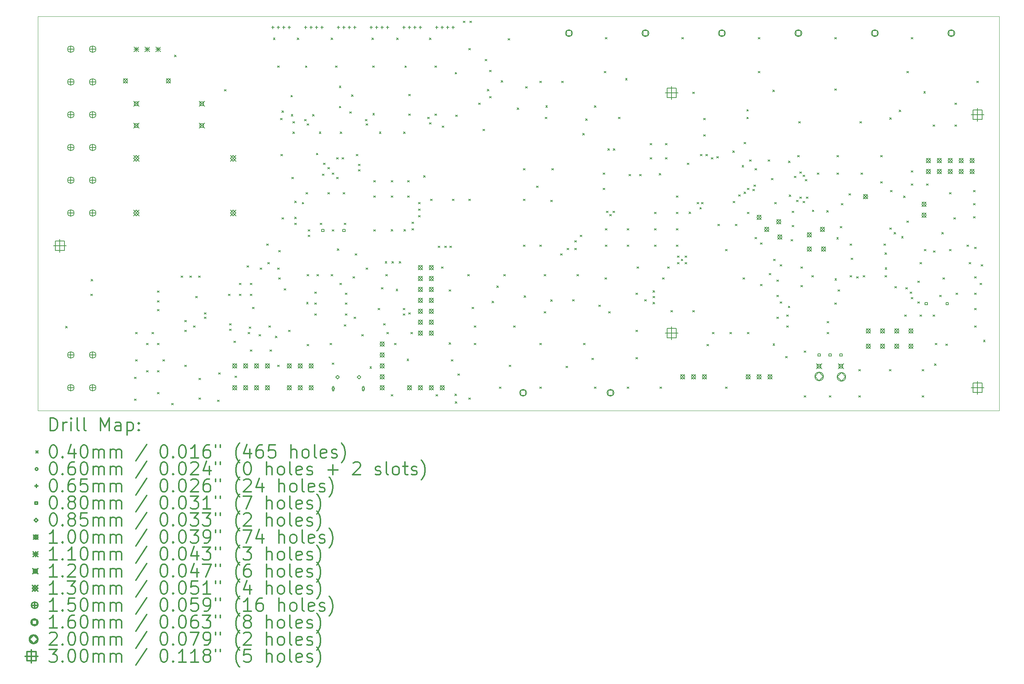
<source format=gbr>
%FSLAX45Y45*%
G04 Gerber Fmt 4.5, Leading zero omitted, Abs format (unit mm)*
G04 Created by KiCad (PCBNEW 5.1.7-a382d34a8~88~ubuntu18.04.1) date 2021-06-16 01:22:44*
%MOMM*%
%LPD*%
G01*
G04 APERTURE LIST*
%TA.AperFunction,Profile*%
%ADD10C,0.050000*%
%TD*%
%ADD11C,0.200000*%
%ADD12C,0.300000*%
G04 APERTURE END LIST*
D10*
X1778000Y-13462000D02*
X1778000Y-13487400D01*
X24130000Y-13462000D02*
X24130000Y-13487400D01*
X1778000Y-4318000D02*
X2032000Y-4318000D01*
X1778000Y-13462000D02*
X1778000Y-4318000D01*
X24130000Y-13487400D02*
X1778000Y-13487400D01*
X24130000Y-13208000D02*
X24130000Y-13462000D01*
X24130000Y-4318000D02*
X24130000Y-13208000D01*
X2032000Y-4318000D02*
X24130000Y-4318000D01*
D11*
X2418400Y-11524300D02*
X2458400Y-11564300D01*
X2458400Y-11524300D02*
X2418400Y-11564300D01*
X3002600Y-10775000D02*
X3042600Y-10815000D01*
X3042600Y-10775000D02*
X3002600Y-10815000D01*
X3012400Y-10435000D02*
X3052400Y-10475000D01*
X3052400Y-10435000D02*
X3012400Y-10475000D01*
X4018600Y-12705400D02*
X4058600Y-12745400D01*
X4058600Y-12705400D02*
X4018600Y-12745400D01*
X4018600Y-13213400D02*
X4058600Y-13253400D01*
X4058600Y-13213400D02*
X4018600Y-13253400D01*
X4044000Y-11664000D02*
X4084000Y-11704000D01*
X4084000Y-11664000D02*
X4044000Y-11704000D01*
X4044000Y-12299000D02*
X4084000Y-12339000D01*
X4084000Y-12299000D02*
X4044000Y-12339000D01*
X4298000Y-11918000D02*
X4338000Y-11958000D01*
X4338000Y-11918000D02*
X4298000Y-11958000D01*
X4298000Y-12553000D02*
X4338000Y-12593000D01*
X4338000Y-12553000D02*
X4298000Y-12593000D01*
X4425000Y-11664000D02*
X4465000Y-11704000D01*
X4465000Y-11664000D02*
X4425000Y-11704000D01*
X4552000Y-10698800D02*
X4592000Y-10738800D01*
X4592000Y-10698800D02*
X4552000Y-10738800D01*
X4552000Y-10927400D02*
X4592000Y-10967400D01*
X4592000Y-10927400D02*
X4552000Y-10967400D01*
X4552000Y-11130600D02*
X4592000Y-11170600D01*
X4592000Y-11130600D02*
X4552000Y-11170600D01*
X4552000Y-11918000D02*
X4592000Y-11958000D01*
X4592000Y-11918000D02*
X4552000Y-11958000D01*
X4552000Y-12553000D02*
X4592000Y-12593000D01*
X4592000Y-12553000D02*
X4552000Y-12593000D01*
X4552000Y-13061000D02*
X4592000Y-13101000D01*
X4592000Y-13061000D02*
X4552000Y-13101000D01*
X4679000Y-12299000D02*
X4719000Y-12339000D01*
X4719000Y-12299000D02*
X4679000Y-12339000D01*
X4882200Y-13315000D02*
X4922200Y-13355000D01*
X4922200Y-13315000D02*
X4882200Y-13355000D01*
X4951800Y-5219000D02*
X4991800Y-5259000D01*
X4991800Y-5219000D02*
X4951800Y-5259000D01*
X5101400Y-10352600D02*
X5141400Y-10392600D01*
X5141400Y-10352600D02*
X5101400Y-10392600D01*
X5187000Y-11384600D02*
X5227000Y-11424600D01*
X5227000Y-11384600D02*
X5187000Y-11424600D01*
X5187000Y-11613200D02*
X5227000Y-11653200D01*
X5227000Y-11613200D02*
X5187000Y-11653200D01*
X5187000Y-12426000D02*
X5227000Y-12466000D01*
X5227000Y-12426000D02*
X5187000Y-12466000D01*
X5304600Y-10352600D02*
X5344600Y-10392600D01*
X5344600Y-10352600D02*
X5304600Y-10392600D01*
X5390200Y-11511600D02*
X5430200Y-11551600D01*
X5430200Y-11511600D02*
X5390200Y-11551600D01*
X5441000Y-10825800D02*
X5481000Y-10865800D01*
X5481000Y-10825800D02*
X5441000Y-10865800D01*
X5507800Y-10352600D02*
X5547800Y-10392600D01*
X5547800Y-10352600D02*
X5507800Y-10392600D01*
X5517200Y-12730800D02*
X5557200Y-12770800D01*
X5557200Y-12730800D02*
X5517200Y-12770800D01*
X5517200Y-13188000D02*
X5557200Y-13228000D01*
X5557200Y-13188000D02*
X5517200Y-13228000D01*
X5644200Y-11206800D02*
X5684200Y-11246800D01*
X5684200Y-11206800D02*
X5644200Y-11246800D01*
X5644200Y-11308400D02*
X5684200Y-11348400D01*
X5684200Y-11308400D02*
X5644200Y-11348400D01*
X5949000Y-13238800D02*
X5989000Y-13278800D01*
X5989000Y-13238800D02*
X5949000Y-13278800D01*
X5974400Y-12603800D02*
X6014400Y-12643800D01*
X6014400Y-12603800D02*
X5974400Y-12643800D01*
X6109000Y-6017600D02*
X6149000Y-6057600D01*
X6149000Y-6017600D02*
X6109000Y-6057600D01*
X6203000Y-10775000D02*
X6243000Y-10815000D01*
X6243000Y-10775000D02*
X6203000Y-10815000D01*
X6228400Y-11460800D02*
X6268400Y-11500800D01*
X6268400Y-11460800D02*
X6228400Y-11500800D01*
X6228400Y-11587800D02*
X6268400Y-11627800D01*
X6268400Y-11587800D02*
X6228400Y-11627800D01*
X6330000Y-11867200D02*
X6370000Y-11907200D01*
X6370000Y-11867200D02*
X6330000Y-11907200D01*
X6355400Y-12680000D02*
X6395400Y-12720000D01*
X6395400Y-12680000D02*
X6355400Y-12720000D01*
X6457000Y-10521000D02*
X6497000Y-10561000D01*
X6497000Y-10521000D02*
X6457000Y-10561000D01*
X6457000Y-10775000D02*
X6497000Y-10815000D01*
X6497000Y-10775000D02*
X6457000Y-10815000D01*
X6634800Y-10114600D02*
X6674800Y-10154600D01*
X6674800Y-10114600D02*
X6634800Y-10154600D01*
X6660200Y-11664000D02*
X6700200Y-11704000D01*
X6700200Y-11664000D02*
X6660200Y-11704000D01*
X6685600Y-11537000D02*
X6725600Y-11577000D01*
X6725600Y-11537000D02*
X6685600Y-11577000D01*
X6711000Y-10521000D02*
X6751000Y-10561000D01*
X6751000Y-10521000D02*
X6711000Y-10561000D01*
X6711000Y-10775000D02*
X6751000Y-10815000D01*
X6751000Y-10775000D02*
X6711000Y-10815000D01*
X6711000Y-12070400D02*
X6751000Y-12110400D01*
X6751000Y-12070400D02*
X6711000Y-12110400D01*
X6761800Y-11079800D02*
X6801800Y-11119800D01*
X6801800Y-11079800D02*
X6761800Y-11119800D01*
X6914200Y-11714800D02*
X6954200Y-11754800D01*
X6954200Y-11714800D02*
X6914200Y-11754800D01*
X6939600Y-10165400D02*
X6979600Y-10205400D01*
X6979600Y-10165400D02*
X6939600Y-10205400D01*
X7092000Y-9606600D02*
X7132000Y-9646600D01*
X7132000Y-9606600D02*
X7092000Y-9646600D01*
X7117400Y-10038400D02*
X7157400Y-10078400D01*
X7157400Y-10038400D02*
X7117400Y-10078400D01*
X7142800Y-11511600D02*
X7182800Y-11551600D01*
X7182800Y-11511600D02*
X7142800Y-11551600D01*
X7168200Y-12070400D02*
X7208200Y-12110400D01*
X7208200Y-12070400D02*
X7168200Y-12110400D01*
X7249480Y-4821240D02*
X7289480Y-4861240D01*
X7289480Y-4821240D02*
X7249480Y-4861240D01*
X7295200Y-11752900D02*
X7335200Y-11792900D01*
X7335200Y-11752900D02*
X7295200Y-11792900D01*
X7346000Y-5466400D02*
X7386000Y-5506400D01*
X7386000Y-5466400D02*
X7346000Y-5506400D01*
X7346000Y-10165400D02*
X7386000Y-10205400D01*
X7386000Y-10165400D02*
X7346000Y-10205400D01*
X7346000Y-12426000D02*
X7386000Y-12466000D01*
X7386000Y-12426000D02*
X7346000Y-12466000D01*
X7371400Y-9759000D02*
X7411400Y-9799000D01*
X7411400Y-9759000D02*
X7371400Y-9799000D01*
X7371400Y-10394000D02*
X7411400Y-10434000D01*
X7411400Y-10394000D02*
X7371400Y-10434000D01*
X7417120Y-6685600D02*
X7457120Y-6725600D01*
X7457120Y-6685600D02*
X7417120Y-6725600D01*
X7422200Y-7523800D02*
X7462200Y-7563800D01*
X7462200Y-7523800D02*
X7422200Y-7563800D01*
X7447600Y-6512880D02*
X7487600Y-6552880D01*
X7487600Y-6512880D02*
X7447600Y-6552880D01*
X7447600Y-8997000D02*
X7487600Y-9037000D01*
X7487600Y-8997000D02*
X7447600Y-9037000D01*
X7498400Y-10648000D02*
X7538400Y-10688000D01*
X7538400Y-10648000D02*
X7498400Y-10688000D01*
X7600000Y-11613200D02*
X7640000Y-11653200D01*
X7640000Y-11613200D02*
X7600000Y-11653200D01*
X7655880Y-6152200D02*
X7695880Y-6192200D01*
X7695880Y-6152200D02*
X7655880Y-6192200D01*
X7663500Y-6596700D02*
X7703500Y-6636700D01*
X7703500Y-6596700D02*
X7663500Y-6636700D01*
X7676200Y-8057200D02*
X7716200Y-8097200D01*
X7716200Y-8057200D02*
X7676200Y-8097200D01*
X7701600Y-6761800D02*
X7741600Y-6801800D01*
X7741600Y-6761800D02*
X7701600Y-6801800D01*
X7701600Y-7003100D02*
X7741600Y-7043100D01*
X7741600Y-7003100D02*
X7701600Y-7043100D01*
X7742350Y-8613350D02*
X7782350Y-8653350D01*
X7782350Y-8613350D02*
X7742350Y-8653350D01*
X7742350Y-8981650D02*
X7782350Y-9021650D01*
X7782350Y-8981650D02*
X7742350Y-9021650D01*
X7742350Y-9124000D02*
X7782350Y-9164000D01*
X7782350Y-9124000D02*
X7742350Y-9164000D01*
X7803200Y-4821240D02*
X7843200Y-4861240D01*
X7843200Y-4821240D02*
X7803200Y-4861240D01*
X7917500Y-8641400D02*
X7957500Y-8681400D01*
X7957500Y-8641400D02*
X7917500Y-8681400D01*
X7975920Y-6711000D02*
X8015920Y-6751000D01*
X8015920Y-6711000D02*
X7975920Y-6751000D01*
X7993700Y-5466400D02*
X8033700Y-5506400D01*
X8033700Y-5466400D02*
X7993700Y-5506400D01*
X8006400Y-8412800D02*
X8046400Y-8452800D01*
X8046400Y-8412800D02*
X8006400Y-8452800D01*
X8019100Y-10965500D02*
X8059100Y-11005500D01*
X8059100Y-10965500D02*
X8019100Y-11005500D01*
X8031800Y-6812600D02*
X8071800Y-6852600D01*
X8071800Y-6812600D02*
X8031800Y-6852600D01*
X8031800Y-10317800D02*
X8071800Y-10357800D01*
X8071800Y-10317800D02*
X8031800Y-10357800D01*
X8031800Y-11943400D02*
X8071800Y-11983400D01*
X8071800Y-11943400D02*
X8031800Y-11983400D01*
X8057200Y-9276400D02*
X8097200Y-9316400D01*
X8097200Y-9276400D02*
X8057200Y-9316400D01*
X8057200Y-9403400D02*
X8097200Y-9443400D01*
X8097200Y-9403400D02*
X8057200Y-9443400D01*
X8158800Y-6594160D02*
X8198800Y-6634160D01*
X8198800Y-6594160D02*
X8158800Y-6634160D01*
X8209600Y-10724200D02*
X8249600Y-10764200D01*
X8249600Y-10724200D02*
X8209600Y-10764200D01*
X8209600Y-10978200D02*
X8249600Y-11018200D01*
X8249600Y-10978200D02*
X8209600Y-11018200D01*
X8209600Y-11232200D02*
X8249600Y-11272200D01*
X8249600Y-11232200D02*
X8209600Y-11272200D01*
X8247700Y-7498400D02*
X8287700Y-7538400D01*
X8287700Y-7498400D02*
X8247700Y-7538400D01*
X8260400Y-10317800D02*
X8300400Y-10357800D01*
X8300400Y-10317800D02*
X8260400Y-10357800D01*
X8316280Y-7005640D02*
X8356280Y-7045640D01*
X8356280Y-7005640D02*
X8316280Y-7045640D01*
X8336600Y-9124000D02*
X8376600Y-9164000D01*
X8376600Y-9124000D02*
X8336600Y-9164000D01*
X8387400Y-7981000D02*
X8427400Y-8021000D01*
X8427400Y-7981000D02*
X8387400Y-8021000D01*
X8412800Y-7727000D02*
X8452800Y-7767000D01*
X8452800Y-7727000D02*
X8412800Y-7767000D01*
X8514400Y-7828600D02*
X8554400Y-7868600D01*
X8554400Y-7828600D02*
X8514400Y-7868600D01*
X8514400Y-8412800D02*
X8554400Y-8452800D01*
X8554400Y-8412800D02*
X8514400Y-8452800D01*
X8565200Y-11918000D02*
X8605200Y-11958000D01*
X8605200Y-11918000D02*
X8565200Y-11958000D01*
X8590600Y-4821240D02*
X8630600Y-4861240D01*
X8630600Y-4821240D02*
X8590600Y-4861240D01*
X8590600Y-10317800D02*
X8630600Y-10357800D01*
X8630600Y-10317800D02*
X8590600Y-10357800D01*
X8616000Y-7955600D02*
X8656000Y-7995600D01*
X8656000Y-7955600D02*
X8616000Y-7995600D01*
X8616000Y-9276400D02*
X8656000Y-9316400D01*
X8656000Y-9276400D02*
X8616000Y-9316400D01*
X8616000Y-12375200D02*
X8656000Y-12415200D01*
X8656000Y-12375200D02*
X8616000Y-12415200D01*
X8692200Y-5466400D02*
X8732200Y-5506400D01*
X8732200Y-5466400D02*
X8692200Y-5506400D01*
X8717600Y-7600000D02*
X8757600Y-7640000D01*
X8757600Y-7600000D02*
X8717600Y-7640000D01*
X8717600Y-8057200D02*
X8757600Y-8097200D01*
X8757600Y-8057200D02*
X8717600Y-8097200D01*
X8732950Y-9718250D02*
X8772950Y-9758250D01*
X8772950Y-9718250D02*
X8732950Y-9758250D01*
X8781100Y-5936300D02*
X8821100Y-5976300D01*
X8821100Y-5936300D02*
X8781100Y-5976300D01*
X8781100Y-6406200D02*
X8821100Y-6446200D01*
X8821100Y-6406200D02*
X8781100Y-6446200D01*
X8793800Y-10521000D02*
X8833800Y-10561000D01*
X8833800Y-10521000D02*
X8793800Y-10561000D01*
X8804150Y-7005450D02*
X8844150Y-7045450D01*
X8844150Y-7005450D02*
X8804150Y-7045450D01*
X8844600Y-7600000D02*
X8884600Y-7640000D01*
X8884600Y-7600000D02*
X8844600Y-7640000D01*
X8870000Y-8412800D02*
X8910000Y-8452800D01*
X8910000Y-8412800D02*
X8870000Y-8452800D01*
X8895400Y-9124000D02*
X8935400Y-9164000D01*
X8935400Y-9124000D02*
X8895400Y-9164000D01*
X8895400Y-11486200D02*
X8935400Y-11526200D01*
X8935400Y-11486200D02*
X8895400Y-11526200D01*
X8920800Y-10749600D02*
X8960800Y-10789600D01*
X8960800Y-10749600D02*
X8920800Y-10789600D01*
X8920800Y-10978200D02*
X8960800Y-11018200D01*
X8960800Y-10978200D02*
X8920800Y-11018200D01*
X8920800Y-11232200D02*
X8960800Y-11272200D01*
X8960800Y-11232200D02*
X8920800Y-11272200D01*
X9022400Y-6533200D02*
X9062400Y-6573200D01*
X9062400Y-6533200D02*
X9022400Y-6573200D01*
X9063040Y-6142040D02*
X9103040Y-6182040D01*
X9103040Y-6142040D02*
X9063040Y-6182040D01*
X9098600Y-10368600D02*
X9138600Y-10408600D01*
X9138600Y-10368600D02*
X9098600Y-10408600D01*
X9124000Y-11308400D02*
X9164000Y-11348400D01*
X9164000Y-11308400D02*
X9124000Y-11348400D01*
X9149400Y-9835200D02*
X9189400Y-9875200D01*
X9189400Y-9835200D02*
X9149400Y-9875200D01*
X9174800Y-7523800D02*
X9214800Y-7563800D01*
X9214800Y-7523800D02*
X9174800Y-7563800D01*
X9225600Y-7752400D02*
X9265600Y-7792400D01*
X9265600Y-7752400D02*
X9225600Y-7792400D01*
X9225600Y-7879400D02*
X9265600Y-7919400D01*
X9265600Y-7879400D02*
X9225600Y-7919400D01*
X9301800Y-11714800D02*
X9341800Y-11754800D01*
X9341800Y-11714800D02*
X9301800Y-11754800D01*
X9388160Y-6711000D02*
X9428160Y-6751000D01*
X9428160Y-6711000D02*
X9388160Y-6751000D01*
X9403400Y-6812600D02*
X9443400Y-6852600D01*
X9443400Y-6812600D02*
X9403400Y-6852600D01*
X9403400Y-10165400D02*
X9443400Y-10205400D01*
X9443400Y-10165400D02*
X9403400Y-10205400D01*
X9492300Y-12464100D02*
X9532300Y-12504100D01*
X9532300Y-12464100D02*
X9492300Y-12504100D01*
X9540560Y-4821240D02*
X9580560Y-4861240D01*
X9580560Y-4821240D02*
X9540560Y-4861240D01*
X9555800Y-5466400D02*
X9595800Y-5506400D01*
X9595800Y-5466400D02*
X9555800Y-5506400D01*
X9560880Y-6568760D02*
X9600880Y-6608760D01*
X9600880Y-6568760D02*
X9560880Y-6608760D01*
X9581200Y-8133400D02*
X9621200Y-8173400D01*
X9621200Y-8133400D02*
X9581200Y-8173400D01*
X9581200Y-8489000D02*
X9621200Y-8529000D01*
X9621200Y-8489000D02*
X9581200Y-8529000D01*
X9581200Y-9276400D02*
X9621200Y-9316400D01*
X9621200Y-9276400D02*
X9581200Y-9316400D01*
X9682800Y-11105200D02*
X9722800Y-11145200D01*
X9722800Y-11105200D02*
X9682800Y-11145200D01*
X9713470Y-7005450D02*
X9753470Y-7045450D01*
X9753470Y-7005450D02*
X9713470Y-7045450D01*
X9759000Y-10622600D02*
X9799000Y-10662600D01*
X9799000Y-10622600D02*
X9759000Y-10662600D01*
X9809800Y-11460800D02*
X9849800Y-11500800D01*
X9849800Y-11460800D02*
X9809800Y-11500800D01*
X9847900Y-10019350D02*
X9887900Y-10059350D01*
X9887900Y-10019350D02*
X9847900Y-10059350D01*
X9860600Y-10317800D02*
X9900600Y-10357800D01*
X9900600Y-10317800D02*
X9860600Y-10357800D01*
X9886000Y-11664000D02*
X9926000Y-11704000D01*
X9926000Y-11664000D02*
X9886000Y-11704000D01*
X9987600Y-8133400D02*
X10027600Y-8173400D01*
X10027600Y-8133400D02*
X9987600Y-8173400D01*
X9987600Y-8489000D02*
X10027600Y-8529000D01*
X10027600Y-8489000D02*
X9987600Y-8529000D01*
X9987600Y-9270050D02*
X10027600Y-9310050D01*
X10027600Y-9270050D02*
X9987600Y-9310050D01*
X9987600Y-13111800D02*
X10027600Y-13151800D01*
X10027600Y-13111800D02*
X9987600Y-13151800D01*
X10006650Y-10019350D02*
X10046650Y-10059350D01*
X10046650Y-10019350D02*
X10006650Y-10059350D01*
X10063800Y-11918000D02*
X10103800Y-11958000D01*
X10103800Y-11918000D02*
X10063800Y-11958000D01*
X10101900Y-10660700D02*
X10141900Y-10700700D01*
X10141900Y-10660700D02*
X10101900Y-10700700D01*
X10114600Y-4821240D02*
X10154600Y-4861240D01*
X10154600Y-4821240D02*
X10114600Y-4861240D01*
X10171750Y-10019350D02*
X10211750Y-10059350D01*
X10211750Y-10019350D02*
X10171750Y-10059350D01*
X10267000Y-11105200D02*
X10307000Y-11145200D01*
X10307000Y-11105200D02*
X10267000Y-11145200D01*
X10267000Y-11232200D02*
X10307000Y-11272200D01*
X10307000Y-11232200D02*
X10267000Y-11272200D01*
X10276970Y-7005450D02*
X10316970Y-7045450D01*
X10316970Y-7005450D02*
X10276970Y-7045450D01*
X10286050Y-9270050D02*
X10326050Y-9310050D01*
X10326050Y-9270050D02*
X10286050Y-9310050D01*
X10305100Y-5466400D02*
X10345100Y-5506400D01*
X10345100Y-5466400D02*
X10305100Y-5506400D01*
X10355900Y-12286300D02*
X10395900Y-12326300D01*
X10395900Y-12286300D02*
X10355900Y-12326300D01*
X10368600Y-8133400D02*
X10408600Y-8173400D01*
X10408600Y-8133400D02*
X10368600Y-8173400D01*
X10368600Y-8489000D02*
X10408600Y-8529000D01*
X10408600Y-8489000D02*
X10368600Y-8529000D01*
X10394000Y-6126800D02*
X10434000Y-6166800D01*
X10434000Y-6126800D02*
X10394000Y-6166800D01*
X10394000Y-6584000D02*
X10434000Y-6624000D01*
X10434000Y-6584000D02*
X10394000Y-6624000D01*
X10394000Y-11206800D02*
X10434000Y-11246800D01*
X10434000Y-11206800D02*
X10394000Y-11246800D01*
X10444800Y-11664000D02*
X10484800Y-11704000D01*
X10484800Y-11664000D02*
X10444800Y-11704000D01*
X10470200Y-9098600D02*
X10510200Y-9138600D01*
X10510200Y-9098600D02*
X10470200Y-9138600D01*
X10470200Y-9251000D02*
X10510200Y-9291000D01*
X10510200Y-9251000D02*
X10470200Y-9291000D01*
X10622600Y-8641400D02*
X10662600Y-8681400D01*
X10662600Y-8641400D02*
X10622600Y-8681400D01*
X10622600Y-8793800D02*
X10662600Y-8833800D01*
X10662600Y-8793800D02*
X10622600Y-8833800D01*
X10622600Y-8946200D02*
X10662600Y-8986200D01*
X10662600Y-8946200D02*
X10622600Y-8986200D01*
X10739550Y-8021750D02*
X10779550Y-8061750D01*
X10779550Y-8021750D02*
X10739550Y-8061750D01*
X10835960Y-6660200D02*
X10875960Y-6700200D01*
X10875960Y-6660200D02*
X10835960Y-6700200D01*
X10876600Y-4821240D02*
X10916600Y-4861240D01*
X10916600Y-4821240D02*
X10876600Y-4861240D01*
X10876600Y-6787200D02*
X10916600Y-6827200D01*
X10916600Y-6787200D02*
X10876600Y-6827200D01*
X10902000Y-8565200D02*
X10942000Y-8605200D01*
X10942000Y-8565200D02*
X10902000Y-8605200D01*
X11003600Y-5466400D02*
X11043600Y-5506400D01*
X11043600Y-5466400D02*
X11003600Y-5506400D01*
X11003600Y-6584000D02*
X11043600Y-6624000D01*
X11043600Y-6584000D02*
X11003600Y-6624000D01*
X11029000Y-13111800D02*
X11069000Y-13151800D01*
X11069000Y-13111800D02*
X11029000Y-13151800D01*
X11079800Y-9657400D02*
X11119800Y-9697400D01*
X11119800Y-9657400D02*
X11079800Y-9697400D01*
X11156000Y-10140000D02*
X11196000Y-10180000D01*
X11196000Y-10140000D02*
X11156000Y-10180000D01*
X11176320Y-6863400D02*
X11216320Y-6903400D01*
X11216320Y-6863400D02*
X11176320Y-6903400D01*
X11232200Y-9657400D02*
X11272200Y-9697400D01*
X11272200Y-9657400D02*
X11232200Y-9697400D01*
X11333800Y-10673400D02*
X11373800Y-10713400D01*
X11373800Y-10673400D02*
X11333800Y-10713400D01*
X11333800Y-11905300D02*
X11373800Y-11945300D01*
X11373800Y-11905300D02*
X11333800Y-11945300D01*
X11352850Y-9657400D02*
X11392850Y-9697400D01*
X11392850Y-9657400D02*
X11352850Y-9697400D01*
X11384600Y-12299000D02*
X11424600Y-12339000D01*
X11424600Y-12299000D02*
X11384600Y-12339000D01*
X11410000Y-8565200D02*
X11450000Y-8605200D01*
X11450000Y-8565200D02*
X11410000Y-8605200D01*
X11471150Y-13101450D02*
X11511150Y-13141450D01*
X11511150Y-13101450D02*
X11471150Y-13141450D01*
X11473500Y-5618800D02*
X11513500Y-5658800D01*
X11513500Y-5618800D02*
X11473500Y-5658800D01*
X11476399Y-13274001D02*
X11516399Y-13314001D01*
X11516399Y-13274001D02*
X11476399Y-13314001D01*
X11486200Y-6609400D02*
X11526200Y-6649400D01*
X11526200Y-6609400D02*
X11486200Y-6649400D01*
X11537000Y-12629200D02*
X11577000Y-12669200D01*
X11577000Y-12629200D02*
X11537000Y-12669200D01*
X11664000Y-4425000D02*
X11704000Y-4465000D01*
X11704000Y-4425000D02*
X11664000Y-4465000D01*
X11765600Y-10317800D02*
X11805600Y-10357800D01*
X11805600Y-10317800D02*
X11765600Y-10357800D01*
X11791000Y-5060000D02*
X11831000Y-5100000D01*
X11831000Y-5060000D02*
X11791000Y-5100000D01*
X11791000Y-8565200D02*
X11831000Y-8605200D01*
X11831000Y-8565200D02*
X11791000Y-8605200D01*
X11791000Y-13188000D02*
X11831000Y-13228000D01*
X11831000Y-13188000D02*
X11791000Y-13228000D01*
X11816400Y-4425000D02*
X11856400Y-4465000D01*
X11856400Y-4425000D02*
X11816400Y-4465000D01*
X11867200Y-11079800D02*
X11907200Y-11119800D01*
X11907200Y-11079800D02*
X11867200Y-11119800D01*
X11918000Y-11511600D02*
X11958000Y-11551600D01*
X11958000Y-11511600D02*
X11918000Y-11551600D01*
X11918000Y-11918000D02*
X11958000Y-11958000D01*
X11958000Y-11918000D02*
X11918000Y-11958000D01*
X12019600Y-6330000D02*
X12059600Y-6370000D01*
X12059600Y-6330000D02*
X12019600Y-6370000D01*
X12121200Y-6939600D02*
X12161200Y-6979600D01*
X12161200Y-6939600D02*
X12121200Y-6979600D01*
X12172000Y-5314000D02*
X12212000Y-5354000D01*
X12212000Y-5314000D02*
X12172000Y-5354000D01*
X12224345Y-6011505D02*
X12264345Y-6051505D01*
X12264345Y-6011505D02*
X12224345Y-6051505D01*
X12273600Y-5568000D02*
X12313600Y-5608000D01*
X12313600Y-5568000D02*
X12273600Y-5608000D01*
X12273600Y-6177600D02*
X12313600Y-6217600D01*
X12313600Y-6177600D02*
X12273600Y-6217600D01*
X12334450Y-10942750D02*
X12374450Y-10982750D01*
X12374450Y-10942750D02*
X12334450Y-10982750D01*
X12441350Y-10581850D02*
X12481350Y-10621850D01*
X12481350Y-10581850D02*
X12441350Y-10621850D01*
X12502200Y-12934000D02*
X12542200Y-12974000D01*
X12542200Y-12934000D02*
X12502200Y-12974000D01*
X12547920Y-5806760D02*
X12587920Y-5846760D01*
X12587920Y-5806760D02*
X12547920Y-5846760D01*
X12603800Y-10317800D02*
X12643800Y-10357800D01*
X12643800Y-10317800D02*
X12603800Y-10357800D01*
X12705400Y-4831400D02*
X12745400Y-4871400D01*
X12745400Y-4831400D02*
X12705400Y-4871400D01*
X12730800Y-12426000D02*
X12770800Y-12466000D01*
X12770800Y-12426000D02*
X12730800Y-12466000D01*
X12832400Y-11511600D02*
X12872400Y-11551600D01*
X12872400Y-11511600D02*
X12832400Y-11551600D01*
X12918650Y-6446950D02*
X12958650Y-6486950D01*
X12958650Y-6446950D02*
X12918650Y-6486950D01*
X13061000Y-7854000D02*
X13101000Y-7894000D01*
X13101000Y-7854000D02*
X13061000Y-7894000D01*
X13061000Y-8565200D02*
X13101000Y-8605200D01*
X13101000Y-8565200D02*
X13061000Y-8605200D01*
X13061000Y-9632000D02*
X13101000Y-9672000D01*
X13101000Y-9632000D02*
X13061000Y-9672000D01*
X13076050Y-10810750D02*
X13116050Y-10850750D01*
X13116050Y-10810750D02*
X13076050Y-10850750D01*
X13111800Y-5949000D02*
X13151800Y-5989000D01*
X13151800Y-5949000D02*
X13111800Y-5989000D01*
X13365800Y-8260400D02*
X13405800Y-8300400D01*
X13405800Y-8260400D02*
X13365800Y-8300400D01*
X13442000Y-5822000D02*
X13482000Y-5862000D01*
X13482000Y-5822000D02*
X13442000Y-5862000D01*
X13442000Y-9632000D02*
X13482000Y-9672000D01*
X13482000Y-9632000D02*
X13442000Y-9672000D01*
X13442000Y-11918000D02*
X13482000Y-11958000D01*
X13482000Y-11918000D02*
X13442000Y-11958000D01*
X13442000Y-12934000D02*
X13482000Y-12974000D01*
X13482000Y-12934000D02*
X13442000Y-12974000D01*
X13543600Y-10317800D02*
X13583600Y-10357800D01*
X13583600Y-10317800D02*
X13543600Y-10357800D01*
X13543600Y-11181400D02*
X13583600Y-11221400D01*
X13583600Y-11181400D02*
X13543600Y-11221400D01*
X13569000Y-6660200D02*
X13609000Y-6700200D01*
X13609000Y-6660200D02*
X13569000Y-6700200D01*
X13582250Y-6394050D02*
X13622250Y-6434050D01*
X13622250Y-6394050D02*
X13582250Y-6434050D01*
X13696000Y-8590600D02*
X13736000Y-8630600D01*
X13736000Y-8590600D02*
X13696000Y-8630600D01*
X13698540Y-10904540D02*
X13738540Y-10944540D01*
X13738540Y-10904540D02*
X13698540Y-10944540D01*
X13721400Y-7854000D02*
X13761400Y-7894000D01*
X13761400Y-7854000D02*
X13721400Y-7894000D01*
X13924600Y-9835200D02*
X13964600Y-9875200D01*
X13964600Y-9835200D02*
X13924600Y-9875200D01*
X13950000Y-5822000D02*
X13990000Y-5862000D01*
X13990000Y-5822000D02*
X13950000Y-5862000D01*
X14051600Y-12451400D02*
X14091600Y-12491400D01*
X14091600Y-12451400D02*
X14051600Y-12491400D01*
X14077000Y-9708200D02*
X14117000Y-9748200D01*
X14117000Y-9708200D02*
X14077000Y-9748200D01*
X14204000Y-10902000D02*
X14244000Y-10942000D01*
X14244000Y-10902000D02*
X14204000Y-10942000D01*
X14254800Y-9530400D02*
X14294800Y-9570400D01*
X14294800Y-9530400D02*
X14254800Y-9570400D01*
X14254800Y-9708200D02*
X14294800Y-9748200D01*
X14294800Y-9708200D02*
X14254800Y-9748200D01*
X14305600Y-10317800D02*
X14345600Y-10357800D01*
X14345600Y-10317800D02*
X14305600Y-10357800D01*
X14381800Y-9403400D02*
X14421800Y-9443400D01*
X14421800Y-9403400D02*
X14381800Y-9443400D01*
X14442760Y-7036120D02*
X14482760Y-7076120D01*
X14482760Y-7036120D02*
X14442760Y-7076120D01*
X14458000Y-11918000D02*
X14498000Y-11958000D01*
X14498000Y-11918000D02*
X14458000Y-11958000D01*
X14508800Y-6695650D02*
X14548800Y-6735650D01*
X14548800Y-6695650D02*
X14508800Y-6735650D01*
X14653300Y-12265700D02*
X14693300Y-12305700D01*
X14693300Y-12265700D02*
X14653300Y-12305700D01*
X14712000Y-6394050D02*
X14752000Y-6434050D01*
X14752000Y-6394050D02*
X14712000Y-6434050D01*
X14712000Y-12934000D02*
X14752000Y-12974000D01*
X14752000Y-12934000D02*
X14712000Y-12974000D01*
X14813600Y-11029000D02*
X14853600Y-11069000D01*
X14853600Y-11029000D02*
X14813600Y-11069000D01*
X14915200Y-7955600D02*
X14955200Y-7995600D01*
X14955200Y-7955600D02*
X14915200Y-7995600D01*
X14915200Y-8311200D02*
X14955200Y-8351200D01*
X14955200Y-8311200D02*
X14915200Y-8351200D01*
X14940600Y-5593400D02*
X14980600Y-5633400D01*
X14980600Y-5593400D02*
X14940600Y-5633400D01*
X14955840Y-10394000D02*
X14995840Y-10434000D01*
X14995840Y-10394000D02*
X14955840Y-10434000D01*
X14966000Y-4806000D02*
X15006000Y-4846000D01*
X15006000Y-4806000D02*
X14966000Y-4846000D01*
X14966000Y-9251000D02*
X15006000Y-9291000D01*
X15006000Y-9251000D02*
X14966000Y-9291000D01*
X14966000Y-9632000D02*
X15006000Y-9672000D01*
X15006000Y-9632000D02*
X14966000Y-9672000D01*
X14991400Y-8844600D02*
X15031400Y-8884600D01*
X15031400Y-8844600D02*
X14991400Y-8884600D01*
X15023400Y-7390200D02*
X15063400Y-7430200D01*
X15063400Y-7390200D02*
X15023400Y-7430200D01*
X15042200Y-11181400D02*
X15082200Y-11221400D01*
X15082200Y-11181400D02*
X15042200Y-11221400D01*
X15067600Y-8920800D02*
X15107600Y-8960800D01*
X15107600Y-8920800D02*
X15067600Y-8960800D01*
X15143800Y-8844600D02*
X15183800Y-8884600D01*
X15183800Y-8844600D02*
X15143800Y-8884600D01*
X15150400Y-7390200D02*
X15190400Y-7430200D01*
X15190400Y-7390200D02*
X15150400Y-7430200D01*
X15270800Y-6660200D02*
X15310800Y-6700200D01*
X15310800Y-6660200D02*
X15270800Y-6700200D01*
X15435900Y-5758500D02*
X15475900Y-5798500D01*
X15475900Y-5758500D02*
X15435900Y-5798500D01*
X15474000Y-9251000D02*
X15514000Y-9291000D01*
X15514000Y-9251000D02*
X15474000Y-9291000D01*
X15474000Y-9632000D02*
X15514000Y-9672000D01*
X15514000Y-9632000D02*
X15474000Y-9672000D01*
X15474000Y-12934000D02*
X15514000Y-12974000D01*
X15514000Y-12934000D02*
X15474000Y-12974000D01*
X15516200Y-7989600D02*
X15556200Y-8029600D01*
X15556200Y-7989600D02*
X15516200Y-8029600D01*
X15677200Y-10749600D02*
X15717200Y-10789600D01*
X15717200Y-10749600D02*
X15677200Y-10789600D01*
X15677200Y-11613200D02*
X15717200Y-11653200D01*
X15717200Y-11613200D02*
X15677200Y-11653200D01*
X15677200Y-12248200D02*
X15717200Y-12288200D01*
X15717200Y-12248200D02*
X15677200Y-12288200D01*
X15702600Y-10140000D02*
X15742600Y-10180000D01*
X15742600Y-10140000D02*
X15702600Y-10180000D01*
X15762000Y-7989600D02*
X15802000Y-8029600D01*
X15802000Y-7989600D02*
X15762000Y-8029600D01*
X15880400Y-10902000D02*
X15920400Y-10942000D01*
X15920400Y-10902000D02*
X15880400Y-10942000D01*
X16007400Y-7269800D02*
X16047400Y-7309800D01*
X16047400Y-7269800D02*
X16007400Y-7309800D01*
X16007400Y-7600000D02*
X16047400Y-7640000D01*
X16047400Y-7600000D02*
X16007400Y-7640000D01*
X16073440Y-10962960D02*
X16113440Y-11002960D01*
X16113440Y-10962960D02*
X16073440Y-11002960D01*
X16078520Y-10693720D02*
X16118520Y-10733720D01*
X16118520Y-10693720D02*
X16078520Y-10733720D01*
X16078520Y-10825800D02*
X16118520Y-10865800D01*
X16118520Y-10825800D02*
X16078520Y-10865800D01*
X16109000Y-8870000D02*
X16149000Y-8910000D01*
X16149000Y-8870000D02*
X16109000Y-8910000D01*
X16109000Y-9251000D02*
X16149000Y-9291000D01*
X16149000Y-9251000D02*
X16109000Y-9291000D01*
X16109000Y-9632000D02*
X16149000Y-9672000D01*
X16149000Y-9632000D02*
X16109000Y-9672000D01*
X16220650Y-7970950D02*
X16260650Y-8010950D01*
X16260650Y-7970950D02*
X16220650Y-8010950D01*
X16236000Y-12934000D02*
X16276000Y-12974000D01*
X16276000Y-12934000D02*
X16236000Y-12974000D01*
X16296960Y-10394000D02*
X16336960Y-10434000D01*
X16336960Y-10394000D02*
X16296960Y-10434000D01*
X16363000Y-7269800D02*
X16403000Y-7309800D01*
X16403000Y-7269800D02*
X16363000Y-7309800D01*
X16363000Y-7600000D02*
X16403000Y-7640000D01*
X16403000Y-7600000D02*
X16363000Y-7640000D01*
X16413800Y-10140000D02*
X16453800Y-10180000D01*
X16453800Y-10140000D02*
X16413800Y-10180000D01*
X16490000Y-11156000D02*
X16530000Y-11196000D01*
X16530000Y-11156000D02*
X16490000Y-11196000D01*
X16617000Y-8489000D02*
X16657000Y-8529000D01*
X16657000Y-8489000D02*
X16617000Y-8529000D01*
X16617000Y-8870000D02*
X16657000Y-8910000D01*
X16657000Y-8870000D02*
X16617000Y-8910000D01*
X16617000Y-9251000D02*
X16657000Y-9291000D01*
X16657000Y-9251000D02*
X16617000Y-9291000D01*
X16617000Y-9632000D02*
X16657000Y-9672000D01*
X16657000Y-9632000D02*
X16617000Y-9672000D01*
X16642400Y-9886000D02*
X16682400Y-9926000D01*
X16682400Y-9886000D02*
X16642400Y-9926000D01*
X16642400Y-10038400D02*
X16682400Y-10078400D01*
X16682400Y-10038400D02*
X16642400Y-10078400D01*
X16731300Y-9962200D02*
X16771300Y-10002200D01*
X16771300Y-9962200D02*
X16731300Y-10002200D01*
X16744000Y-4806000D02*
X16784000Y-4846000D01*
X16784000Y-4806000D02*
X16744000Y-4846000D01*
X16820200Y-9886000D02*
X16860200Y-9926000D01*
X16860200Y-9886000D02*
X16820200Y-9926000D01*
X16820200Y-10038400D02*
X16860200Y-10078400D01*
X16860200Y-10038400D02*
X16820200Y-10078400D01*
X16871000Y-7727000D02*
X16911000Y-7767000D01*
X16911000Y-7727000D02*
X16871000Y-7767000D01*
X16911640Y-8864920D02*
X16951640Y-8904920D01*
X16951640Y-8864920D02*
X16911640Y-8904920D01*
X16998000Y-6076000D02*
X17038000Y-6116000D01*
X17038000Y-6076000D02*
X16998000Y-6116000D01*
X16998000Y-11156000D02*
X17038000Y-11196000D01*
X17038000Y-11156000D02*
X16998000Y-11196000D01*
X17099600Y-8641400D02*
X17139600Y-8681400D01*
X17139600Y-8641400D02*
X17099600Y-8681400D01*
X17163100Y-8760780D02*
X17203100Y-8800780D01*
X17203100Y-8760780D02*
X17163100Y-8800780D01*
X17175800Y-7523800D02*
X17215800Y-7563800D01*
X17215800Y-7523800D02*
X17175800Y-7563800D01*
X17203740Y-8641400D02*
X17243740Y-8681400D01*
X17243740Y-8641400D02*
X17203740Y-8681400D01*
X17252000Y-6685600D02*
X17292000Y-6725600D01*
X17292000Y-6685600D02*
X17252000Y-6725600D01*
X17252000Y-7066600D02*
X17292000Y-7106600D01*
X17292000Y-7066600D02*
X17252000Y-7106600D01*
X17302800Y-7523800D02*
X17342800Y-7563800D01*
X17342800Y-7523800D02*
X17302800Y-7563800D01*
X17328200Y-11943400D02*
X17368200Y-11983400D01*
X17368200Y-11943400D02*
X17328200Y-11983400D01*
X17429800Y-7600000D02*
X17469800Y-7640000D01*
X17469800Y-7600000D02*
X17429800Y-7640000D01*
X17455200Y-11664000D02*
X17495200Y-11704000D01*
X17495200Y-11664000D02*
X17455200Y-11704000D01*
X17556800Y-7574600D02*
X17596800Y-7614600D01*
X17596800Y-7574600D02*
X17556800Y-7614600D01*
X17582200Y-9149400D02*
X17622200Y-9189400D01*
X17622200Y-9149400D02*
X17582200Y-9189400D01*
X17760000Y-9733600D02*
X17800000Y-9773600D01*
X17800000Y-9733600D02*
X17760000Y-9773600D01*
X17760000Y-12934000D02*
X17800000Y-12974000D01*
X17800000Y-12934000D02*
X17760000Y-12974000D01*
X17861600Y-11664000D02*
X17901600Y-11704000D01*
X17901600Y-11664000D02*
X17861600Y-11704000D01*
X17931450Y-7441250D02*
X17971450Y-7481250D01*
X17971450Y-7441250D02*
X17931450Y-7481250D01*
X17937800Y-8616000D02*
X17977800Y-8656000D01*
X17977800Y-8616000D02*
X17937800Y-8656000D01*
X17988600Y-9149400D02*
X18028600Y-9189400D01*
X18028600Y-9149400D02*
X17988600Y-9189400D01*
X18064800Y-8463600D02*
X18104800Y-8503600D01*
X18104800Y-8463600D02*
X18064800Y-8503600D01*
X18145400Y-7782200D02*
X18185400Y-7822200D01*
X18185400Y-7782200D02*
X18145400Y-7822200D01*
X18166400Y-10394000D02*
X18206400Y-10434000D01*
X18206400Y-10394000D02*
X18166400Y-10434000D01*
X18191800Y-7244400D02*
X18231800Y-7284400D01*
X18231800Y-7244400D02*
X18191800Y-7284400D01*
X18191800Y-8401040D02*
X18231800Y-8441040D01*
X18231800Y-8401040D02*
X18191800Y-8441040D01*
X18255300Y-6482400D02*
X18295300Y-6522400D01*
X18295300Y-6482400D02*
X18255300Y-6522400D01*
X18255300Y-6660200D02*
X18295300Y-6700200D01*
X18295300Y-6660200D02*
X18255300Y-6700200D01*
X18268000Y-8311200D02*
X18308000Y-8351200D01*
X18308000Y-8311200D02*
X18268000Y-8351200D01*
X18268000Y-8870000D02*
X18308000Y-8910000D01*
X18308000Y-8870000D02*
X18268000Y-8910000D01*
X18268000Y-11664000D02*
X18308000Y-11704000D01*
X18308000Y-11664000D02*
X18268000Y-11704000D01*
X18318800Y-7650800D02*
X18358800Y-7690800D01*
X18358800Y-7650800D02*
X18318800Y-7690800D01*
X18395000Y-8336600D02*
X18435000Y-8376600D01*
X18435000Y-8336600D02*
X18395000Y-8376600D01*
X18420400Y-8235000D02*
X18460400Y-8275000D01*
X18460400Y-8235000D02*
X18420400Y-8275000D01*
X18445800Y-7854000D02*
X18485800Y-7894000D01*
X18485800Y-7854000D02*
X18445800Y-7894000D01*
X18445800Y-9454200D02*
X18485800Y-9494200D01*
X18485800Y-9454200D02*
X18445800Y-9494200D01*
X18522000Y-4806000D02*
X18562000Y-4846000D01*
X18562000Y-4806000D02*
X18522000Y-4846000D01*
X18522000Y-5593400D02*
X18562000Y-5633400D01*
X18562000Y-5593400D02*
X18522000Y-5633400D01*
X18572800Y-9581200D02*
X18612800Y-9621200D01*
X18612800Y-9581200D02*
X18572800Y-9621200D01*
X18572800Y-10546400D02*
X18612800Y-10586400D01*
X18612800Y-10546400D02*
X18572800Y-10586400D01*
X18750600Y-7650800D02*
X18790600Y-7690800D01*
X18790600Y-7650800D02*
X18750600Y-7690800D01*
X18776000Y-10292400D02*
X18816000Y-10332400D01*
X18816000Y-10292400D02*
X18776000Y-10332400D01*
X18827200Y-8082200D02*
X18867200Y-8122200D01*
X18867200Y-8082200D02*
X18827200Y-8122200D01*
X18858275Y-6031275D02*
X18898275Y-6071275D01*
X18898275Y-6031275D02*
X18858275Y-6071275D01*
X18864900Y-11930700D02*
X18904900Y-11970700D01*
X18904900Y-11930700D02*
X18864900Y-11970700D01*
X18877600Y-9962200D02*
X18917600Y-10002200D01*
X18917600Y-9962200D02*
X18877600Y-10002200D01*
X18903000Y-8641400D02*
X18943000Y-8681400D01*
X18943000Y-8641400D02*
X18903000Y-8681400D01*
X18953800Y-10444800D02*
X18993800Y-10484800D01*
X18993800Y-10444800D02*
X18953800Y-10484800D01*
X18953800Y-10800400D02*
X18993800Y-10840400D01*
X18993800Y-10800400D02*
X18953800Y-10840400D01*
X18953800Y-11308400D02*
X18993800Y-11348400D01*
X18993800Y-11308400D02*
X18953800Y-11348400D01*
X19030000Y-10089200D02*
X19070000Y-10129200D01*
X19070000Y-10089200D02*
X19030000Y-10129200D01*
X19030000Y-10952800D02*
X19070000Y-10992800D01*
X19070000Y-10952800D02*
X19030000Y-10992800D01*
X19157000Y-12222800D02*
X19197000Y-12262800D01*
X19197000Y-12222800D02*
X19157000Y-12262800D01*
X19182400Y-11257600D02*
X19222400Y-11297600D01*
X19222400Y-11257600D02*
X19182400Y-11297600D01*
X19182400Y-11511600D02*
X19222400Y-11551600D01*
X19222400Y-11511600D02*
X19182400Y-11551600D01*
X19220500Y-11054400D02*
X19260500Y-11094400D01*
X19260500Y-11054400D02*
X19220500Y-11094400D01*
X19227200Y-7682200D02*
X19267200Y-7722200D01*
X19267200Y-7682200D02*
X19227200Y-7722200D01*
X19239900Y-8469600D02*
X19279900Y-8509600D01*
X19279900Y-8469600D02*
X19239900Y-8509600D01*
X19284000Y-9505000D02*
X19324000Y-9545000D01*
X19324000Y-9505000D02*
X19284000Y-9545000D01*
X19309400Y-8844600D02*
X19349400Y-8884600D01*
X19349400Y-8844600D02*
X19309400Y-8884600D01*
X19309400Y-9174800D02*
X19349400Y-9214800D01*
X19349400Y-9174800D02*
X19309400Y-9214800D01*
X19360200Y-8031800D02*
X19400200Y-8071800D01*
X19400200Y-8031800D02*
X19360200Y-8071800D01*
X19411000Y-8590600D02*
X19451000Y-8630600D01*
X19451000Y-8590600D02*
X19411000Y-8630600D01*
X19436400Y-7549200D02*
X19476400Y-7589200D01*
X19476400Y-7549200D02*
X19436400Y-7589200D01*
X19461800Y-6761800D02*
X19501800Y-6801800D01*
X19501800Y-6761800D02*
X19461800Y-6801800D01*
X19487200Y-7930200D02*
X19527200Y-7970200D01*
X19527200Y-7930200D02*
X19487200Y-7970200D01*
X19487200Y-8514400D02*
X19527200Y-8554400D01*
X19527200Y-8514400D02*
X19487200Y-8554400D01*
X19512600Y-10140000D02*
X19552600Y-10180000D01*
X19552600Y-10140000D02*
X19512600Y-10180000D01*
X19512600Y-10571800D02*
X19552600Y-10611800D01*
X19552600Y-10571800D02*
X19512600Y-10611800D01*
X19563400Y-8006400D02*
X19603400Y-8046400D01*
X19603400Y-8006400D02*
X19563400Y-8046400D01*
X19563400Y-8616000D02*
X19603400Y-8656000D01*
X19603400Y-8616000D02*
X19563400Y-8656000D01*
X19588800Y-12095800D02*
X19628800Y-12135800D01*
X19628800Y-12095800D02*
X19588800Y-12135800D01*
X19588800Y-13137200D02*
X19628800Y-13177200D01*
X19628800Y-13137200D02*
X19588800Y-13177200D01*
X19614200Y-8108000D02*
X19654200Y-8148000D01*
X19654200Y-8108000D02*
X19614200Y-8148000D01*
X19639600Y-8514400D02*
X19679600Y-8554400D01*
X19679600Y-8514400D02*
X19639600Y-8554400D01*
X19766600Y-10343200D02*
X19806600Y-10383200D01*
X19806600Y-10343200D02*
X19766600Y-10383200D01*
X19779300Y-8819200D02*
X19819300Y-8859200D01*
X19819300Y-8819200D02*
X19779300Y-8859200D01*
X19893600Y-7955600D02*
X19933600Y-7995600D01*
X19933600Y-7955600D02*
X19893600Y-7995600D01*
X20112150Y-8829250D02*
X20152150Y-8869250D01*
X20152150Y-8829250D02*
X20112150Y-8869250D01*
X20122200Y-11410000D02*
X20162200Y-11450000D01*
X20162200Y-11410000D02*
X20122200Y-11450000D01*
X20122200Y-11664000D02*
X20162200Y-11704000D01*
X20162200Y-11664000D02*
X20122200Y-11704000D01*
X20173000Y-13137200D02*
X20213000Y-13177200D01*
X20213000Y-13137200D02*
X20173000Y-13177200D01*
X20300000Y-4806000D02*
X20340000Y-4846000D01*
X20340000Y-4806000D02*
X20300000Y-4846000D01*
X20300000Y-5999800D02*
X20340000Y-6039800D01*
X20340000Y-5999800D02*
X20300000Y-6039800D01*
X20300000Y-10978200D02*
X20340000Y-11018200D01*
X20340000Y-10978200D02*
X20300000Y-11018200D01*
X20305100Y-10414300D02*
X20345100Y-10454300D01*
X20345100Y-10414300D02*
X20305100Y-10454300D01*
X20345850Y-9459300D02*
X20385850Y-9499300D01*
X20385850Y-9459300D02*
X20345850Y-9499300D01*
X20350800Y-7549200D02*
X20390800Y-7589200D01*
X20390800Y-7549200D02*
X20350800Y-7589200D01*
X20350800Y-7955600D02*
X20390800Y-7995600D01*
X20390800Y-7955600D02*
X20350800Y-7995600D01*
X20376200Y-10673400D02*
X20416200Y-10713400D01*
X20416200Y-10673400D02*
X20376200Y-10713400D01*
X20427000Y-9200200D02*
X20467000Y-9240200D01*
X20467000Y-9200200D02*
X20427000Y-9240200D01*
X20452400Y-8666800D02*
X20492400Y-8706800D01*
X20492400Y-8666800D02*
X20452400Y-8706800D01*
X20630200Y-8438200D02*
X20670200Y-8478200D01*
X20670200Y-8438200D02*
X20630200Y-8478200D01*
X20655600Y-9606600D02*
X20695600Y-9646600D01*
X20695600Y-9606600D02*
X20655600Y-9646600D01*
X20655600Y-10343200D02*
X20695600Y-10383200D01*
X20695600Y-10343200D02*
X20655600Y-10383200D01*
X20681000Y-9936800D02*
X20721000Y-9976800D01*
X20721000Y-9936800D02*
X20681000Y-9976800D01*
X20808000Y-10368600D02*
X20848000Y-10408600D01*
X20848000Y-10368600D02*
X20808000Y-10408600D01*
X20858800Y-12527600D02*
X20898800Y-12567600D01*
X20898800Y-12527600D02*
X20858800Y-12567600D01*
X20858800Y-13137200D02*
X20898800Y-13177200D01*
X20898800Y-13137200D02*
X20858800Y-13177200D01*
X20884200Y-6761800D02*
X20924200Y-6801800D01*
X20924200Y-6761800D02*
X20884200Y-6801800D01*
X20909600Y-7955600D02*
X20949600Y-7995600D01*
X20949600Y-7955600D02*
X20909600Y-7995600D01*
X20960400Y-10343200D02*
X21000400Y-10383200D01*
X21000400Y-10343200D02*
X20960400Y-10383200D01*
X21366800Y-7549200D02*
X21406800Y-7589200D01*
X21406800Y-7549200D02*
X21366800Y-7589200D01*
X21366800Y-8158800D02*
X21406800Y-8198800D01*
X21406800Y-8158800D02*
X21366800Y-8198800D01*
X21443000Y-9606600D02*
X21483000Y-9646600D01*
X21483000Y-9606600D02*
X21443000Y-9646600D01*
X21466400Y-9811800D02*
X21506400Y-9851800D01*
X21506400Y-9811800D02*
X21466400Y-9851800D01*
X21468400Y-10343200D02*
X21508400Y-10383200D01*
X21508400Y-10343200D02*
X21468400Y-10383200D01*
X21472000Y-10161800D02*
X21512000Y-10201800D01*
X21512000Y-10161800D02*
X21472000Y-10201800D01*
X21570000Y-12527600D02*
X21610000Y-12567600D01*
X21610000Y-12527600D02*
X21570000Y-12567600D01*
X21577675Y-9233275D02*
X21617675Y-9273275D01*
X21617675Y-9233275D02*
X21577675Y-9273275D01*
X21580050Y-6670250D02*
X21620050Y-6710250D01*
X21620050Y-6670250D02*
X21580050Y-6710250D01*
X21595400Y-8362000D02*
X21635400Y-8402000D01*
X21635400Y-8362000D02*
X21595400Y-8402000D01*
X21682640Y-9341560D02*
X21722640Y-9381560D01*
X21722640Y-9341560D02*
X21682640Y-9381560D01*
X21697000Y-10597200D02*
X21737000Y-10637200D01*
X21737000Y-10597200D02*
X21697000Y-10637200D01*
X21798600Y-6497750D02*
X21838600Y-6537750D01*
X21838600Y-6497750D02*
X21798600Y-6537750D01*
X21854425Y-9433825D02*
X21894425Y-9473825D01*
X21894425Y-9433825D02*
X21854425Y-9473825D01*
X21902850Y-8491650D02*
X21942850Y-8531650D01*
X21942850Y-8491650D02*
X21902850Y-8531650D01*
X21925600Y-11257600D02*
X21965600Y-11297600D01*
X21965600Y-11257600D02*
X21925600Y-11297600D01*
X21951000Y-10622600D02*
X21991000Y-10662600D01*
X21991000Y-10622600D02*
X21951000Y-10662600D01*
X21976400Y-5593400D02*
X22016400Y-5633400D01*
X22016400Y-5593400D02*
X21976400Y-5633400D01*
X21976400Y-9073200D02*
X22016400Y-9113200D01*
X22016400Y-9073200D02*
X21976400Y-9113200D01*
X22052600Y-10724200D02*
X22092600Y-10764200D01*
X22092600Y-10724200D02*
X22052600Y-10764200D01*
X22078000Y-4806000D02*
X22118000Y-4846000D01*
X22118000Y-4806000D02*
X22078000Y-4846000D01*
X22078000Y-7904800D02*
X22118000Y-7944800D01*
X22118000Y-7904800D02*
X22078000Y-7944800D01*
X22078000Y-8209600D02*
X22118000Y-8249600D01*
X22118000Y-8209600D02*
X22078000Y-8249600D01*
X22078000Y-10851200D02*
X22118000Y-10891200D01*
X22118000Y-10851200D02*
X22078000Y-10891200D01*
X22230400Y-10470200D02*
X22270400Y-10510200D01*
X22270400Y-10470200D02*
X22230400Y-10510200D01*
X22230400Y-10952800D02*
X22270400Y-10992800D01*
X22270400Y-10952800D02*
X22230400Y-10992800D01*
X22281200Y-10038400D02*
X22321200Y-10078400D01*
X22321200Y-10038400D02*
X22281200Y-10078400D01*
X22281200Y-11257600D02*
X22321200Y-11297600D01*
X22321200Y-11257600D02*
X22281200Y-11297600D01*
X22332000Y-12527600D02*
X22372000Y-12567600D01*
X22372000Y-12527600D02*
X22332000Y-12567600D01*
X22332000Y-13137200D02*
X22372000Y-13177200D01*
X22372000Y-13137200D02*
X22332000Y-13177200D01*
X22370100Y-6063300D02*
X22410100Y-6103300D01*
X22410100Y-6063300D02*
X22370100Y-6103300D01*
X22382800Y-9733600D02*
X22422800Y-9773600D01*
X22422800Y-9733600D02*
X22382800Y-9773600D01*
X22433600Y-8209600D02*
X22473600Y-8249600D01*
X22473600Y-8209600D02*
X22433600Y-8249600D01*
X22586000Y-6838000D02*
X22626000Y-6878000D01*
X22626000Y-6838000D02*
X22586000Y-6878000D01*
X22586000Y-11257600D02*
X22626000Y-11297600D01*
X22626000Y-11257600D02*
X22586000Y-11297600D01*
X22593525Y-9766525D02*
X22633525Y-9806525D01*
X22633525Y-9766525D02*
X22593525Y-9806525D01*
X22618000Y-12394000D02*
X22658000Y-12434000D01*
X22658000Y-12394000D02*
X22618000Y-12434000D01*
X22636800Y-11918000D02*
X22676800Y-11958000D01*
X22676800Y-11918000D02*
X22636800Y-11958000D01*
X22738400Y-10800400D02*
X22778400Y-10840400D01*
X22778400Y-10800400D02*
X22738400Y-10840400D01*
X22789200Y-9339900D02*
X22829200Y-9379900D01*
X22829200Y-9339900D02*
X22789200Y-9379900D01*
X22814600Y-10394000D02*
X22854600Y-10434000D01*
X22854600Y-10394000D02*
X22814600Y-10434000D01*
X22883275Y-11935875D02*
X22923275Y-11975875D01*
X22923275Y-11935875D02*
X22883275Y-11975875D01*
X22967000Y-8412800D02*
X23007000Y-8452800D01*
X23007000Y-8412800D02*
X22967000Y-8452800D01*
X22967000Y-9733600D02*
X23007000Y-9773600D01*
X23007000Y-9733600D02*
X22967000Y-9773600D01*
X23068600Y-8997000D02*
X23108600Y-9037000D01*
X23108600Y-8997000D02*
X23068600Y-9037000D01*
X23094000Y-6330000D02*
X23134000Y-6370000D01*
X23134000Y-6330000D02*
X23094000Y-6370000D01*
X23094000Y-6838000D02*
X23134000Y-6878000D01*
X23134000Y-6838000D02*
X23094000Y-6878000D01*
X23119400Y-10749600D02*
X23159400Y-10789600D01*
X23159400Y-10749600D02*
X23119400Y-10789600D01*
X23373400Y-9632000D02*
X23413400Y-9672000D01*
X23413400Y-9632000D02*
X23373400Y-9672000D01*
X23424200Y-10038400D02*
X23464200Y-10078400D01*
X23464200Y-10038400D02*
X23424200Y-10078400D01*
X23525800Y-8362000D02*
X23565800Y-8402000D01*
X23565800Y-8362000D02*
X23525800Y-8402000D01*
X23525800Y-8666800D02*
X23565800Y-8706800D01*
X23565800Y-8666800D02*
X23525800Y-8706800D01*
X23525800Y-8971600D02*
X23565800Y-9011600D01*
X23565800Y-8971600D02*
X23525800Y-9011600D01*
X23551200Y-9682800D02*
X23591200Y-9722800D01*
X23591200Y-9682800D02*
X23551200Y-9722800D01*
X23551200Y-10368600D02*
X23591200Y-10408600D01*
X23591200Y-10368600D02*
X23551200Y-10408600D01*
X23551200Y-10749600D02*
X23591200Y-10789600D01*
X23591200Y-10749600D02*
X23551200Y-10789600D01*
X23551200Y-11105200D02*
X23591200Y-11145200D01*
X23591200Y-11105200D02*
X23551200Y-11145200D01*
X23551200Y-11511600D02*
X23591200Y-11551600D01*
X23591200Y-11511600D02*
X23551200Y-11551600D01*
X23602000Y-5822000D02*
X23642000Y-5862000D01*
X23642000Y-5822000D02*
X23602000Y-5862000D01*
X23678200Y-10521000D02*
X23718200Y-10561000D01*
X23718200Y-10521000D02*
X23678200Y-10561000D01*
X23703600Y-10089200D02*
X23743600Y-10129200D01*
X23743600Y-10089200D02*
X23703600Y-10129200D01*
X23760199Y-11848701D02*
X23800199Y-11888701D01*
X23800199Y-11848701D02*
X23760199Y-11888701D01*
X8671600Y-12976150D02*
G75*
G03*
X8671600Y-12976150I-30000J0D01*
G01*
X8661600Y-13011150D02*
X8661600Y-12941150D01*
X8621600Y-13011150D02*
X8621600Y-12941150D01*
X8661600Y-12941150D02*
G75*
G03*
X8621600Y-12941150I-20000J0D01*
G01*
X8621600Y-13011150D02*
G75*
G03*
X8661600Y-13011150I20000J0D01*
G01*
X9371600Y-12976150D02*
G75*
G03*
X9371600Y-12976150I-30000J0D01*
G01*
X9321600Y-12941150D02*
X9321600Y-13011150D01*
X9361600Y-12941150D02*
X9361600Y-13011150D01*
X9321600Y-13011150D02*
G75*
G03*
X9361600Y-13011150I20000J0D01*
G01*
X9361600Y-12941150D02*
G75*
G03*
X9321600Y-12941150I-20000J0D01*
G01*
X8763000Y-4539500D02*
X8763000Y-4604500D01*
X8730500Y-4572000D02*
X8795500Y-4572000D01*
X8890000Y-4539500D02*
X8890000Y-4604500D01*
X8857500Y-4572000D02*
X8922500Y-4572000D01*
X9017000Y-4539500D02*
X9017000Y-4604500D01*
X8984500Y-4572000D02*
X9049500Y-4572000D01*
X9144000Y-4539500D02*
X9144000Y-4604500D01*
X9111500Y-4572000D02*
X9176500Y-4572000D01*
X8001000Y-4539500D02*
X8001000Y-4604500D01*
X7968500Y-4572000D02*
X8033500Y-4572000D01*
X8128000Y-4539500D02*
X8128000Y-4604500D01*
X8095500Y-4572000D02*
X8160500Y-4572000D01*
X8255000Y-4539500D02*
X8255000Y-4604500D01*
X8222500Y-4572000D02*
X8287500Y-4572000D01*
X8382000Y-4539500D02*
X8382000Y-4604500D01*
X8349500Y-4572000D02*
X8414500Y-4572000D01*
X11049000Y-4539500D02*
X11049000Y-4604500D01*
X11016500Y-4572000D02*
X11081500Y-4572000D01*
X11176000Y-4539500D02*
X11176000Y-4604500D01*
X11143500Y-4572000D02*
X11208500Y-4572000D01*
X11303000Y-4539500D02*
X11303000Y-4604500D01*
X11270500Y-4572000D02*
X11335500Y-4572000D01*
X11430000Y-4539500D02*
X11430000Y-4604500D01*
X11397500Y-4572000D02*
X11462500Y-4572000D01*
X7239000Y-4539500D02*
X7239000Y-4604500D01*
X7206500Y-4572000D02*
X7271500Y-4572000D01*
X7366000Y-4539500D02*
X7366000Y-4604500D01*
X7333500Y-4572000D02*
X7398500Y-4572000D01*
X7493000Y-4539500D02*
X7493000Y-4604500D01*
X7460500Y-4572000D02*
X7525500Y-4572000D01*
X7620000Y-4539500D02*
X7620000Y-4604500D01*
X7587500Y-4572000D02*
X7652500Y-4572000D01*
X9525000Y-4539500D02*
X9525000Y-4604500D01*
X9492500Y-4572000D02*
X9557500Y-4572000D01*
X9652000Y-4539500D02*
X9652000Y-4604500D01*
X9619500Y-4572000D02*
X9684500Y-4572000D01*
X9779000Y-4539500D02*
X9779000Y-4604500D01*
X9746500Y-4572000D02*
X9811500Y-4572000D01*
X9906000Y-4539500D02*
X9906000Y-4604500D01*
X9873500Y-4572000D02*
X9938500Y-4572000D01*
X10287000Y-4539500D02*
X10287000Y-4604500D01*
X10254500Y-4572000D02*
X10319500Y-4572000D01*
X10414000Y-4539500D02*
X10414000Y-4604500D01*
X10381500Y-4572000D02*
X10446500Y-4572000D01*
X10541000Y-4539500D02*
X10541000Y-4604500D01*
X10508500Y-4572000D02*
X10573500Y-4572000D01*
X10668000Y-4539500D02*
X10668000Y-4604500D01*
X10635500Y-4572000D02*
X10700500Y-4572000D01*
X19967285Y-12220284D02*
X19967285Y-12163715D01*
X19910716Y-12163715D01*
X19910716Y-12220284D01*
X19967285Y-12220284D01*
X20221285Y-12220284D02*
X20221285Y-12163715D01*
X20164716Y-12163715D01*
X20164716Y-12220284D01*
X20221285Y-12220284D01*
X20475285Y-12220284D02*
X20475285Y-12163715D01*
X20418716Y-12163715D01*
X20418716Y-12220284D01*
X20475285Y-12220284D01*
X22456484Y-11026485D02*
X22456484Y-10969916D01*
X22399915Y-10969916D01*
X22399915Y-11026485D01*
X22456484Y-11026485D01*
X22944484Y-11026485D02*
X22944484Y-10969916D01*
X22887915Y-10969916D01*
X22887915Y-11026485D01*
X22944484Y-11026485D01*
X8430285Y-9324685D02*
X8430285Y-9268116D01*
X8373715Y-9268116D01*
X8373715Y-9324685D01*
X8430285Y-9324685D01*
X8918285Y-9324685D02*
X8918285Y-9268116D01*
X8861716Y-9268116D01*
X8861716Y-9324685D01*
X8918285Y-9324685D01*
X8741600Y-12748650D02*
X8784100Y-12706150D01*
X8741600Y-12663650D01*
X8699100Y-12706150D01*
X8741600Y-12748650D01*
X9241600Y-12748650D02*
X9284100Y-12706150D01*
X9241600Y-12663650D01*
X9199100Y-12706150D01*
X9241600Y-12748650D01*
X21692400Y-11938800D02*
X21792400Y-12038800D01*
X21792400Y-11938800D02*
X21692400Y-12038800D01*
X21792400Y-11988800D02*
G75*
G03*
X21792400Y-11988800I-50000J0D01*
G01*
X10618000Y-10110000D02*
X10718000Y-10210000D01*
X10718000Y-10110000D02*
X10618000Y-10210000D01*
X10718000Y-10160000D02*
G75*
G03*
X10718000Y-10160000I-50000J0D01*
G01*
X10618000Y-10364000D02*
X10718000Y-10464000D01*
X10718000Y-10364000D02*
X10618000Y-10464000D01*
X10718000Y-10414000D02*
G75*
G03*
X10718000Y-10414000I-50000J0D01*
G01*
X10618000Y-10618000D02*
X10718000Y-10718000D01*
X10718000Y-10618000D02*
X10618000Y-10718000D01*
X10718000Y-10668000D02*
G75*
G03*
X10718000Y-10668000I-50000J0D01*
G01*
X10618000Y-10872000D02*
X10718000Y-10972000D01*
X10718000Y-10872000D02*
X10618000Y-10972000D01*
X10718000Y-10922000D02*
G75*
G03*
X10718000Y-10922000I-50000J0D01*
G01*
X10618000Y-11126000D02*
X10718000Y-11226000D01*
X10718000Y-11126000D02*
X10618000Y-11226000D01*
X10718000Y-11176000D02*
G75*
G03*
X10718000Y-11176000I-50000J0D01*
G01*
X10618000Y-11380000D02*
X10718000Y-11480000D01*
X10718000Y-11380000D02*
X10618000Y-11480000D01*
X10718000Y-11430000D02*
G75*
G03*
X10718000Y-11430000I-50000J0D01*
G01*
X10618000Y-11634000D02*
X10718000Y-11734000D01*
X10718000Y-11634000D02*
X10618000Y-11734000D01*
X10718000Y-11684000D02*
G75*
G03*
X10718000Y-11684000I-50000J0D01*
G01*
X10872000Y-10110000D02*
X10972000Y-10210000D01*
X10972000Y-10110000D02*
X10872000Y-10210000D01*
X10972000Y-10160000D02*
G75*
G03*
X10972000Y-10160000I-50000J0D01*
G01*
X10872000Y-10364000D02*
X10972000Y-10464000D01*
X10972000Y-10364000D02*
X10872000Y-10464000D01*
X10972000Y-10414000D02*
G75*
G03*
X10972000Y-10414000I-50000J0D01*
G01*
X10872000Y-10618000D02*
X10972000Y-10718000D01*
X10972000Y-10618000D02*
X10872000Y-10718000D01*
X10972000Y-10668000D02*
G75*
G03*
X10972000Y-10668000I-50000J0D01*
G01*
X10872000Y-10872000D02*
X10972000Y-10972000D01*
X10972000Y-10872000D02*
X10872000Y-10972000D01*
X10972000Y-10922000D02*
G75*
G03*
X10972000Y-10922000I-50000J0D01*
G01*
X10872000Y-11126000D02*
X10972000Y-11226000D01*
X10972000Y-11126000D02*
X10872000Y-11226000D01*
X10972000Y-11176000D02*
G75*
G03*
X10972000Y-11176000I-50000J0D01*
G01*
X10872000Y-11380000D02*
X10972000Y-11480000D01*
X10972000Y-11380000D02*
X10872000Y-11480000D01*
X10972000Y-11430000D02*
G75*
G03*
X10972000Y-11430000I-50000J0D01*
G01*
X10872000Y-11634000D02*
X10972000Y-11734000D01*
X10972000Y-11634000D02*
X10872000Y-11734000D01*
X10972000Y-11684000D02*
G75*
G03*
X10972000Y-11684000I-50000J0D01*
G01*
X18492000Y-8941600D02*
X18592000Y-9041600D01*
X18592000Y-8941600D02*
X18492000Y-9041600D01*
X18592000Y-8991600D02*
G75*
G03*
X18592000Y-8991600I-50000J0D01*
G01*
X22327400Y-8636800D02*
X22427400Y-8736800D01*
X22427400Y-8636800D02*
X22327400Y-8736800D01*
X22427400Y-8686800D02*
G75*
G03*
X22427400Y-8686800I-50000J0D01*
G01*
X22327400Y-8890800D02*
X22427400Y-8990800D01*
X22427400Y-8890800D02*
X22327400Y-8990800D01*
X22427400Y-8940800D02*
G75*
G03*
X22427400Y-8940800I-50000J0D01*
G01*
X21032000Y-11583200D02*
X21132000Y-11683200D01*
X21132000Y-11583200D02*
X21032000Y-11683200D01*
X21132000Y-11633200D02*
G75*
G03*
X21132000Y-11633200I-50000J0D01*
G01*
X21032000Y-11938800D02*
X21132000Y-12038800D01*
X21132000Y-11938800D02*
X21032000Y-12038800D01*
X21132000Y-11988800D02*
G75*
G03*
X21132000Y-11988800I-50000J0D01*
G01*
X18669800Y-9221000D02*
X18769800Y-9321000D01*
X18769800Y-9221000D02*
X18669800Y-9321000D01*
X18769800Y-9271000D02*
G75*
G03*
X18769800Y-9271000I-50000J0D01*
G01*
X21362200Y-11938800D02*
X21462200Y-12038800D01*
X21462200Y-11938800D02*
X21362200Y-12038800D01*
X21462200Y-11988800D02*
G75*
G03*
X21462200Y-11988800I-50000J0D01*
G01*
X16714000Y-12650000D02*
X16814000Y-12750000D01*
X16814000Y-12650000D02*
X16714000Y-12750000D01*
X16814000Y-12700000D02*
G75*
G03*
X16814000Y-12700000I-50000J0D01*
G01*
X16968000Y-12650000D02*
X17068000Y-12750000D01*
X17068000Y-12650000D02*
X16968000Y-12750000D01*
X17068000Y-12700000D02*
G75*
G03*
X17068000Y-12700000I-50000J0D01*
G01*
X17222000Y-12650000D02*
X17322000Y-12750000D01*
X17322000Y-12650000D02*
X17222000Y-12750000D01*
X17322000Y-12700000D02*
G75*
G03*
X17322000Y-12700000I-50000J0D01*
G01*
X21362200Y-11583200D02*
X21462200Y-11683200D01*
X21462200Y-11583200D02*
X21362200Y-11683200D01*
X21462200Y-11633200D02*
G75*
G03*
X21462200Y-11633200I-50000J0D01*
G01*
X22022600Y-11938800D02*
X22122600Y-12038800D01*
X22122600Y-11938800D02*
X22022600Y-12038800D01*
X22122600Y-11988800D02*
G75*
G03*
X22122600Y-11988800I-50000J0D01*
G01*
X18949200Y-9043200D02*
X19049200Y-9143200D01*
X19049200Y-9043200D02*
X18949200Y-9143200D01*
X19049200Y-9093200D02*
G75*
G03*
X19049200Y-9093200I-50000J0D01*
G01*
X9729000Y-11888000D02*
X9829000Y-11988000D01*
X9829000Y-11888000D02*
X9729000Y-11988000D01*
X9829000Y-11938000D02*
G75*
G03*
X9829000Y-11938000I-50000J0D01*
G01*
X9729000Y-12142000D02*
X9829000Y-12242000D01*
X9829000Y-12142000D02*
X9729000Y-12242000D01*
X9829000Y-12192000D02*
G75*
G03*
X9829000Y-12192000I-50000J0D01*
G01*
X9729000Y-12396000D02*
X9829000Y-12496000D01*
X9829000Y-12396000D02*
X9729000Y-12496000D01*
X9829000Y-12446000D02*
G75*
G03*
X9829000Y-12446000I-50000J0D01*
G01*
X9729000Y-12650000D02*
X9829000Y-12750000D01*
X9829000Y-12650000D02*
X9729000Y-12750000D01*
X9829000Y-12700000D02*
G75*
G03*
X9829000Y-12700000I-50000J0D01*
G01*
X9729000Y-12904000D02*
X9829000Y-13004000D01*
X9829000Y-12904000D02*
X9729000Y-13004000D01*
X9829000Y-12954000D02*
G75*
G03*
X9829000Y-12954000I-50000J0D01*
G01*
X19660400Y-9678200D02*
X19760400Y-9778200D01*
X19760400Y-9678200D02*
X19660400Y-9778200D01*
X19760400Y-9728200D02*
G75*
G03*
X19760400Y-9728200I-50000J0D01*
G01*
X7570000Y-12396000D02*
X7670000Y-12496000D01*
X7670000Y-12396000D02*
X7570000Y-12496000D01*
X7670000Y-12446000D02*
G75*
G03*
X7670000Y-12446000I-50000J0D01*
G01*
X7824000Y-12396000D02*
X7924000Y-12496000D01*
X7924000Y-12396000D02*
X7824000Y-12496000D01*
X7924000Y-12446000D02*
G75*
G03*
X7924000Y-12446000I-50000J0D01*
G01*
X8078000Y-12396000D02*
X8178000Y-12496000D01*
X8178000Y-12396000D02*
X8078000Y-12496000D01*
X8178000Y-12446000D02*
G75*
G03*
X8178000Y-12446000I-50000J0D01*
G01*
X19990600Y-9678200D02*
X20090600Y-9778200D01*
X20090600Y-9678200D02*
X19990600Y-9778200D01*
X20090600Y-9728200D02*
G75*
G03*
X20090600Y-9728200I-50000J0D01*
G01*
X6300000Y-12904000D02*
X6400000Y-13004000D01*
X6400000Y-12904000D02*
X6300000Y-13004000D01*
X6400000Y-12954000D02*
G75*
G03*
X6400000Y-12954000I-50000J0D01*
G01*
X6554000Y-12904000D02*
X6654000Y-13004000D01*
X6654000Y-12904000D02*
X6554000Y-13004000D01*
X6654000Y-12954000D02*
G75*
G03*
X6654000Y-12954000I-50000J0D01*
G01*
X6808000Y-12904000D02*
X6908000Y-13004000D01*
X6908000Y-12904000D02*
X6808000Y-13004000D01*
X6908000Y-12954000D02*
G75*
G03*
X6908000Y-12954000I-50000J0D01*
G01*
X7062000Y-12904000D02*
X7162000Y-13004000D01*
X7162000Y-12904000D02*
X7062000Y-13004000D01*
X7162000Y-12954000D02*
G75*
G03*
X7162000Y-12954000I-50000J0D01*
G01*
X18974600Y-9398800D02*
X19074600Y-9498800D01*
X19074600Y-9398800D02*
X18974600Y-9498800D01*
X19074600Y-9448800D02*
G75*
G03*
X19074600Y-9448800I-50000J0D01*
G01*
X18238000Y-12650000D02*
X18338000Y-12750000D01*
X18338000Y-12650000D02*
X18238000Y-12750000D01*
X18338000Y-12700000D02*
G75*
G03*
X18338000Y-12700000I-50000J0D01*
G01*
X18492000Y-12650000D02*
X18592000Y-12750000D01*
X18592000Y-12650000D02*
X18492000Y-12750000D01*
X18592000Y-12700000D02*
G75*
G03*
X18592000Y-12700000I-50000J0D01*
G01*
X18746000Y-12650000D02*
X18846000Y-12750000D01*
X18846000Y-12650000D02*
X18746000Y-12750000D01*
X18846000Y-12700000D02*
G75*
G03*
X18846000Y-12700000I-50000J0D01*
G01*
X21692400Y-11583200D02*
X21792400Y-11683200D01*
X21792400Y-11583200D02*
X21692400Y-11683200D01*
X21792400Y-11633200D02*
G75*
G03*
X21792400Y-11633200I-50000J0D01*
G01*
X22429000Y-7620800D02*
X22529000Y-7720800D01*
X22529000Y-7620800D02*
X22429000Y-7720800D01*
X22529000Y-7670800D02*
G75*
G03*
X22529000Y-7670800I-50000J0D01*
G01*
X22429000Y-7874800D02*
X22529000Y-7974800D01*
X22529000Y-7874800D02*
X22429000Y-7974800D01*
X22529000Y-7924800D02*
G75*
G03*
X22529000Y-7924800I-50000J0D01*
G01*
X22683000Y-7620800D02*
X22783000Y-7720800D01*
X22783000Y-7620800D02*
X22683000Y-7720800D01*
X22783000Y-7670800D02*
G75*
G03*
X22783000Y-7670800I-50000J0D01*
G01*
X22683000Y-7874800D02*
X22783000Y-7974800D01*
X22783000Y-7874800D02*
X22683000Y-7974800D01*
X22783000Y-7924800D02*
G75*
G03*
X22783000Y-7924800I-50000J0D01*
G01*
X22937000Y-7620800D02*
X23037000Y-7720800D01*
X23037000Y-7620800D02*
X22937000Y-7720800D01*
X23037000Y-7670800D02*
G75*
G03*
X23037000Y-7670800I-50000J0D01*
G01*
X22937000Y-7874800D02*
X23037000Y-7974800D01*
X23037000Y-7874800D02*
X22937000Y-7974800D01*
X23037000Y-7924800D02*
G75*
G03*
X23037000Y-7924800I-50000J0D01*
G01*
X23191000Y-7620800D02*
X23291000Y-7720800D01*
X23291000Y-7620800D02*
X23191000Y-7720800D01*
X23291000Y-7670800D02*
G75*
G03*
X23291000Y-7670800I-50000J0D01*
G01*
X23191000Y-7874800D02*
X23291000Y-7974800D01*
X23291000Y-7874800D02*
X23191000Y-7974800D01*
X23291000Y-7924800D02*
G75*
G03*
X23291000Y-7924800I-50000J0D01*
G01*
X23445000Y-7620800D02*
X23545000Y-7720800D01*
X23545000Y-7620800D02*
X23445000Y-7720800D01*
X23545000Y-7670800D02*
G75*
G03*
X23545000Y-7670800I-50000J0D01*
G01*
X23445000Y-7874800D02*
X23545000Y-7974800D01*
X23545000Y-7874800D02*
X23445000Y-7974800D01*
X23545000Y-7924800D02*
G75*
G03*
X23545000Y-7924800I-50000J0D01*
G01*
X7570000Y-12904000D02*
X7670000Y-13004000D01*
X7670000Y-12904000D02*
X7570000Y-13004000D01*
X7670000Y-12954000D02*
G75*
G03*
X7670000Y-12954000I-50000J0D01*
G01*
X7824000Y-12904000D02*
X7924000Y-13004000D01*
X7924000Y-12904000D02*
X7824000Y-13004000D01*
X7924000Y-12954000D02*
G75*
G03*
X7924000Y-12954000I-50000J0D01*
G01*
X8078000Y-12904000D02*
X8178000Y-13004000D01*
X8178000Y-12904000D02*
X8078000Y-13004000D01*
X8178000Y-12954000D02*
G75*
G03*
X8178000Y-12954000I-50000J0D01*
G01*
X20968500Y-8459000D02*
X21068500Y-8559000D01*
X21068500Y-8459000D02*
X20968500Y-8559000D01*
X21068500Y-8509000D02*
G75*
G03*
X21068500Y-8509000I-50000J0D01*
G01*
X6300000Y-12396000D02*
X6400000Y-12496000D01*
X6400000Y-12396000D02*
X6300000Y-12496000D01*
X6400000Y-12446000D02*
G75*
G03*
X6400000Y-12446000I-50000J0D01*
G01*
X6554000Y-12396000D02*
X6654000Y-12496000D01*
X6654000Y-12396000D02*
X6554000Y-12496000D01*
X6654000Y-12446000D02*
G75*
G03*
X6654000Y-12446000I-50000J0D01*
G01*
X6808000Y-12396000D02*
X6908000Y-12496000D01*
X6908000Y-12396000D02*
X6808000Y-12496000D01*
X6908000Y-12446000D02*
G75*
G03*
X6908000Y-12446000I-50000J0D01*
G01*
X7062000Y-12396000D02*
X7162000Y-12496000D01*
X7162000Y-12396000D02*
X7062000Y-12496000D01*
X7162000Y-12446000D02*
G75*
G03*
X7162000Y-12446000I-50000J0D01*
G01*
X3760000Y-5766600D02*
X3860000Y-5866600D01*
X3860000Y-5766600D02*
X3760000Y-5866600D01*
X3860000Y-5816600D02*
G75*
G03*
X3860000Y-5816600I-50000J0D01*
G01*
X4760000Y-5766600D02*
X4860000Y-5866600D01*
X4860000Y-5766600D02*
X4760000Y-5866600D01*
X4860000Y-5816600D02*
G75*
G03*
X4860000Y-5816600I-50000J0D01*
G01*
X19660400Y-9348000D02*
X19760400Y-9448000D01*
X19760400Y-9348000D02*
X19660400Y-9448000D01*
X19760400Y-9398000D02*
G75*
G03*
X19760400Y-9398000I-50000J0D01*
G01*
X22022600Y-11583200D02*
X22122600Y-11683200D01*
X22122600Y-11583200D02*
X22022600Y-11683200D01*
X22122600Y-11633200D02*
G75*
G03*
X22122600Y-11633200I-50000J0D01*
G01*
X10364000Y-12904000D02*
X10464000Y-13004000D01*
X10464000Y-12904000D02*
X10364000Y-13004000D01*
X10464000Y-12954000D02*
G75*
G03*
X10464000Y-12954000I-50000J0D01*
G01*
X10618000Y-12904000D02*
X10718000Y-13004000D01*
X10718000Y-12904000D02*
X10618000Y-13004000D01*
X10718000Y-12954000D02*
G75*
G03*
X10718000Y-12954000I-50000J0D01*
G01*
X10872000Y-12904000D02*
X10972000Y-13004000D01*
X10972000Y-12904000D02*
X10872000Y-13004000D01*
X10972000Y-12954000D02*
G75*
G03*
X10972000Y-12954000I-50000J0D01*
G01*
X11126000Y-12904000D02*
X11226000Y-13004000D01*
X11226000Y-12904000D02*
X11126000Y-13004000D01*
X11226000Y-12954000D02*
G75*
G03*
X11226000Y-12954000I-50000J0D01*
G01*
X19965200Y-9221000D02*
X20065200Y-9321000D01*
X20065200Y-9221000D02*
X19965200Y-9321000D01*
X20065200Y-9271000D02*
G75*
G03*
X20065200Y-9271000I-50000J0D01*
G01*
X4009000Y-5025000D02*
X4119000Y-5135000D01*
X4119000Y-5025000D02*
X4009000Y-5135000D01*
X4064000Y-5025000D02*
X4064000Y-5135000D01*
X4009000Y-5080000D02*
X4119000Y-5080000D01*
X4263000Y-5025000D02*
X4373000Y-5135000D01*
X4373000Y-5025000D02*
X4263000Y-5135000D01*
X4318000Y-5025000D02*
X4318000Y-5135000D01*
X4263000Y-5080000D02*
X4373000Y-5080000D01*
X4517000Y-5025000D02*
X4627000Y-5135000D01*
X4627000Y-5025000D02*
X4517000Y-5135000D01*
X4572000Y-5025000D02*
X4572000Y-5135000D01*
X4517000Y-5080000D02*
X4627000Y-5080000D01*
X4004000Y-6290000D02*
X4124000Y-6410000D01*
X4124000Y-6290000D02*
X4004000Y-6410000D01*
X4106427Y-6392427D02*
X4106427Y-6307573D01*
X4021573Y-6307573D01*
X4021573Y-6392427D01*
X4106427Y-6392427D01*
X5528000Y-6290000D02*
X5648000Y-6410000D01*
X5648000Y-6290000D02*
X5528000Y-6410000D01*
X5630427Y-6392427D02*
X5630427Y-6307573D01*
X5545573Y-6307573D01*
X5545573Y-6392427D01*
X5630427Y-6392427D01*
X4004000Y-6798000D02*
X4124000Y-6918000D01*
X4124000Y-6798000D02*
X4004000Y-6918000D01*
X4106427Y-6900427D02*
X4106427Y-6815573D01*
X4021573Y-6815573D01*
X4021573Y-6900427D01*
X4106427Y-6900427D01*
X5528000Y-6798000D02*
X5648000Y-6918000D01*
X5648000Y-6798000D02*
X5528000Y-6918000D01*
X5630427Y-6900427D02*
X5630427Y-6815573D01*
X5545573Y-6815573D01*
X5545573Y-6900427D01*
X5630427Y-6900427D01*
X19879000Y-12392000D02*
X19999000Y-12512000D01*
X19999000Y-12392000D02*
X19879000Y-12512000D01*
X19981427Y-12494427D02*
X19981427Y-12409573D01*
X19896573Y-12409573D01*
X19896573Y-12494427D01*
X19981427Y-12494427D01*
X20387000Y-12392000D02*
X20507000Y-12512000D01*
X20507000Y-12392000D02*
X20387000Y-12512000D01*
X20489427Y-12494427D02*
X20489427Y-12409573D01*
X20404573Y-12409573D01*
X20404573Y-12494427D01*
X20489427Y-12494427D01*
X3999000Y-8825000D02*
X4129000Y-8955000D01*
X4129000Y-8825000D02*
X3999000Y-8955000D01*
X4064000Y-8955000D02*
X4129000Y-8890000D01*
X4064000Y-8825000D01*
X3999000Y-8890000D01*
X4064000Y-8955000D01*
X6249000Y-8825000D02*
X6379000Y-8955000D01*
X6379000Y-8825000D02*
X6249000Y-8955000D01*
X6314000Y-8955000D02*
X6379000Y-8890000D01*
X6314000Y-8825000D01*
X6249000Y-8890000D01*
X6314000Y-8955000D01*
X3999000Y-7555000D02*
X4129000Y-7685000D01*
X4129000Y-7555000D02*
X3999000Y-7685000D01*
X4064000Y-7685000D02*
X4129000Y-7620000D01*
X4064000Y-7555000D01*
X3999000Y-7620000D01*
X4064000Y-7685000D01*
X6249000Y-7555000D02*
X6379000Y-7685000D01*
X6379000Y-7555000D02*
X6249000Y-7685000D01*
X6314000Y-7685000D02*
X6379000Y-7620000D01*
X6314000Y-7555000D01*
X6249000Y-7620000D01*
X6314000Y-7685000D01*
X2540000Y-12879000D02*
X2540000Y-13029000D01*
X2465000Y-12954000D02*
X2615000Y-12954000D01*
X2615000Y-12954000D02*
G75*
G03*
X2615000Y-12954000I-75000J0D01*
G01*
X3048000Y-12879000D02*
X3048000Y-13029000D01*
X2973000Y-12954000D02*
X3123000Y-12954000D01*
X3123000Y-12954000D02*
G75*
G03*
X3123000Y-12954000I-75000J0D01*
G01*
X2540000Y-5005000D02*
X2540000Y-5155000D01*
X2465000Y-5080000D02*
X2615000Y-5080000D01*
X2615000Y-5080000D02*
G75*
G03*
X2615000Y-5080000I-75000J0D01*
G01*
X3048000Y-5005000D02*
X3048000Y-5155000D01*
X2973000Y-5080000D02*
X3123000Y-5080000D01*
X3123000Y-5080000D02*
G75*
G03*
X3123000Y-5080000I-75000J0D01*
G01*
X2540000Y-12117000D02*
X2540000Y-12267000D01*
X2465000Y-12192000D02*
X2615000Y-12192000D01*
X2615000Y-12192000D02*
G75*
G03*
X2615000Y-12192000I-75000J0D01*
G01*
X3048000Y-12117000D02*
X3048000Y-12267000D01*
X2973000Y-12192000D02*
X3123000Y-12192000D01*
X3123000Y-12192000D02*
G75*
G03*
X3123000Y-12192000I-75000J0D01*
G01*
X2540000Y-7291000D02*
X2540000Y-7441000D01*
X2465000Y-7366000D02*
X2615000Y-7366000D01*
X2615000Y-7366000D02*
G75*
G03*
X2615000Y-7366000I-75000J0D01*
G01*
X3048000Y-7291000D02*
X3048000Y-7441000D01*
X2973000Y-7366000D02*
X3123000Y-7366000D01*
X3123000Y-7366000D02*
G75*
G03*
X3123000Y-7366000I-75000J0D01*
G01*
X2540000Y-8053000D02*
X2540000Y-8203000D01*
X2465000Y-8128000D02*
X2615000Y-8128000D01*
X2615000Y-8128000D02*
G75*
G03*
X2615000Y-8128000I-75000J0D01*
G01*
X3048000Y-8053000D02*
X3048000Y-8203000D01*
X2973000Y-8128000D02*
X3123000Y-8128000D01*
X3123000Y-8128000D02*
G75*
G03*
X3123000Y-8128000I-75000J0D01*
G01*
X2540000Y-6529000D02*
X2540000Y-6679000D01*
X2465000Y-6604000D02*
X2615000Y-6604000D01*
X2615000Y-6604000D02*
G75*
G03*
X2615000Y-6604000I-75000J0D01*
G01*
X3048000Y-6529000D02*
X3048000Y-6679000D01*
X2973000Y-6604000D02*
X3123000Y-6604000D01*
X3123000Y-6604000D02*
G75*
G03*
X3123000Y-6604000I-75000J0D01*
G01*
X2540000Y-8815000D02*
X2540000Y-8965000D01*
X2465000Y-8890000D02*
X2615000Y-8890000D01*
X2615000Y-8890000D02*
G75*
G03*
X2615000Y-8890000I-75000J0D01*
G01*
X3048000Y-8815000D02*
X3048000Y-8965000D01*
X2973000Y-8890000D02*
X3123000Y-8890000D01*
X3123000Y-8890000D02*
G75*
G03*
X3123000Y-8890000I-75000J0D01*
G01*
X2540000Y-5767000D02*
X2540000Y-5917000D01*
X2465000Y-5842000D02*
X2615000Y-5842000D01*
X2615000Y-5842000D02*
G75*
G03*
X2615000Y-5842000I-75000J0D01*
G01*
X3048000Y-5767000D02*
X3048000Y-5917000D01*
X2973000Y-5842000D02*
X3123000Y-5842000D01*
X3123000Y-5842000D02*
G75*
G03*
X3123000Y-5842000I-75000J0D01*
G01*
X21290969Y-4765169D02*
X21290969Y-4652031D01*
X21177831Y-4652031D01*
X21177831Y-4765169D01*
X21290969Y-4765169D01*
X21314400Y-4708600D02*
G75*
G03*
X21314400Y-4708600I-80000J0D01*
G01*
X17734969Y-4765169D02*
X17734969Y-4652031D01*
X17621831Y-4652031D01*
X17621831Y-4765169D01*
X17734969Y-4765169D01*
X17758400Y-4708600D02*
G75*
G03*
X17758400Y-4708600I-80000J0D01*
G01*
X15956969Y-4765169D02*
X15956969Y-4652031D01*
X15843831Y-4652031D01*
X15843831Y-4765169D01*
X15956969Y-4765169D01*
X15980400Y-4708600D02*
G75*
G03*
X15980400Y-4708600I-80000J0D01*
G01*
X19512969Y-4765169D02*
X19512969Y-4652031D01*
X19399831Y-4652031D01*
X19399831Y-4765169D01*
X19512969Y-4765169D01*
X19536400Y-4708600D02*
G75*
G03*
X19536400Y-4708600I-80000J0D01*
G01*
X14178969Y-4765169D02*
X14178969Y-4652031D01*
X14065831Y-4652031D01*
X14065831Y-4765169D01*
X14178969Y-4765169D01*
X14202400Y-4708600D02*
G75*
G03*
X14202400Y-4708600I-80000J0D01*
G01*
X23068969Y-4765169D02*
X23068969Y-4652031D01*
X22955831Y-4652031D01*
X22955831Y-4765169D01*
X23068969Y-4765169D01*
X23092400Y-4708600D02*
G75*
G03*
X23092400Y-4708600I-80000J0D01*
G01*
X13112169Y-13127969D02*
X13112169Y-13014831D01*
X12999031Y-13014831D01*
X12999031Y-13127969D01*
X13112169Y-13127969D01*
X13135600Y-13071400D02*
G75*
G03*
X13135600Y-13071400I-80000J0D01*
G01*
X15144169Y-13127969D02*
X15144169Y-13014831D01*
X15031031Y-13014831D01*
X15031031Y-13127969D01*
X15144169Y-13127969D01*
X15167600Y-13071400D02*
G75*
G03*
X15167600Y-13071400I-80000J0D01*
G01*
X19939000Y-12792000D02*
X20039000Y-12692000D01*
X19939000Y-12592000D01*
X19839000Y-12692000D01*
X19939000Y-12792000D01*
X20039000Y-12692000D02*
G75*
G03*
X20039000Y-12692000I-100000J0D01*
G01*
X20457000Y-12802000D02*
X20557000Y-12702000D01*
X20457000Y-12602000D01*
X20357000Y-12702000D01*
X20457000Y-12802000D01*
X20557000Y-12702000D02*
G75*
G03*
X20557000Y-12702000I-100000J0D01*
G01*
X2286000Y-9502000D02*
X2286000Y-9802000D01*
X2136000Y-9652000D02*
X2436000Y-9652000D01*
X2392067Y-9758067D02*
X2392067Y-9545933D01*
X2179933Y-9545933D01*
X2179933Y-9758067D01*
X2392067Y-9758067D01*
X16510000Y-5946000D02*
X16510000Y-6246000D01*
X16360000Y-6096000D02*
X16660000Y-6096000D01*
X16616067Y-6202067D02*
X16616067Y-5989933D01*
X16403933Y-5989933D01*
X16403933Y-6202067D01*
X16616067Y-6202067D01*
X16510000Y-11534000D02*
X16510000Y-11834000D01*
X16360000Y-11684000D02*
X16660000Y-11684000D01*
X16616067Y-11790067D02*
X16616067Y-11577933D01*
X16403933Y-11577933D01*
X16403933Y-11790067D01*
X16616067Y-11790067D01*
X23622000Y-6454000D02*
X23622000Y-6754000D01*
X23472000Y-6604000D02*
X23772000Y-6604000D01*
X23728067Y-6710067D02*
X23728067Y-6497933D01*
X23515933Y-6497933D01*
X23515933Y-6710067D01*
X23728067Y-6710067D01*
X23622000Y-12804000D02*
X23622000Y-13104000D01*
X23472000Y-12954000D02*
X23772000Y-12954000D01*
X23728067Y-13060067D02*
X23728067Y-12847933D01*
X23515933Y-12847933D01*
X23515933Y-13060067D01*
X23728067Y-13060067D01*
D12*
X2061928Y-13955614D02*
X2061928Y-13655614D01*
X2133357Y-13655614D01*
X2176214Y-13669900D01*
X2204786Y-13698471D01*
X2219071Y-13727043D01*
X2233357Y-13784186D01*
X2233357Y-13827043D01*
X2219071Y-13884186D01*
X2204786Y-13912757D01*
X2176214Y-13941329D01*
X2133357Y-13955614D01*
X2061928Y-13955614D01*
X2361928Y-13955614D02*
X2361928Y-13755614D01*
X2361928Y-13812757D02*
X2376214Y-13784186D01*
X2390500Y-13769900D01*
X2419071Y-13755614D01*
X2447643Y-13755614D01*
X2547643Y-13955614D02*
X2547643Y-13755614D01*
X2547643Y-13655614D02*
X2533357Y-13669900D01*
X2547643Y-13684186D01*
X2561928Y-13669900D01*
X2547643Y-13655614D01*
X2547643Y-13684186D01*
X2733357Y-13955614D02*
X2704786Y-13941329D01*
X2690500Y-13912757D01*
X2690500Y-13655614D01*
X2890500Y-13955614D02*
X2861928Y-13941329D01*
X2847643Y-13912757D01*
X2847643Y-13655614D01*
X3233357Y-13955614D02*
X3233357Y-13655614D01*
X3333357Y-13869900D01*
X3433357Y-13655614D01*
X3433357Y-13955614D01*
X3704786Y-13955614D02*
X3704786Y-13798471D01*
X3690500Y-13769900D01*
X3661928Y-13755614D01*
X3604786Y-13755614D01*
X3576214Y-13769900D01*
X3704786Y-13941329D02*
X3676214Y-13955614D01*
X3604786Y-13955614D01*
X3576214Y-13941329D01*
X3561928Y-13912757D01*
X3561928Y-13884186D01*
X3576214Y-13855614D01*
X3604786Y-13841329D01*
X3676214Y-13841329D01*
X3704786Y-13827043D01*
X3847643Y-13755614D02*
X3847643Y-14055614D01*
X3847643Y-13769900D02*
X3876214Y-13755614D01*
X3933357Y-13755614D01*
X3961928Y-13769900D01*
X3976214Y-13784186D01*
X3990500Y-13812757D01*
X3990500Y-13898471D01*
X3976214Y-13927043D01*
X3961928Y-13941329D01*
X3933357Y-13955614D01*
X3876214Y-13955614D01*
X3847643Y-13941329D01*
X4119071Y-13927043D02*
X4133357Y-13941329D01*
X4119071Y-13955614D01*
X4104786Y-13941329D01*
X4119071Y-13927043D01*
X4119071Y-13955614D01*
X4119071Y-13769900D02*
X4133357Y-13784186D01*
X4119071Y-13798471D01*
X4104786Y-13784186D01*
X4119071Y-13769900D01*
X4119071Y-13798471D01*
X1735500Y-14429900D02*
X1775500Y-14469900D01*
X1775500Y-14429900D02*
X1735500Y-14469900D01*
X2119071Y-14285614D02*
X2147643Y-14285614D01*
X2176214Y-14299900D01*
X2190500Y-14314186D01*
X2204786Y-14342757D01*
X2219071Y-14399900D01*
X2219071Y-14471329D01*
X2204786Y-14528471D01*
X2190500Y-14557043D01*
X2176214Y-14571329D01*
X2147643Y-14585614D01*
X2119071Y-14585614D01*
X2090500Y-14571329D01*
X2076214Y-14557043D01*
X2061928Y-14528471D01*
X2047643Y-14471329D01*
X2047643Y-14399900D01*
X2061928Y-14342757D01*
X2076214Y-14314186D01*
X2090500Y-14299900D01*
X2119071Y-14285614D01*
X2347643Y-14557043D02*
X2361928Y-14571329D01*
X2347643Y-14585614D01*
X2333357Y-14571329D01*
X2347643Y-14557043D01*
X2347643Y-14585614D01*
X2619071Y-14385614D02*
X2619071Y-14585614D01*
X2547643Y-14271329D02*
X2476214Y-14485614D01*
X2661928Y-14485614D01*
X2833357Y-14285614D02*
X2861928Y-14285614D01*
X2890500Y-14299900D01*
X2904786Y-14314186D01*
X2919071Y-14342757D01*
X2933357Y-14399900D01*
X2933357Y-14471329D01*
X2919071Y-14528471D01*
X2904786Y-14557043D01*
X2890500Y-14571329D01*
X2861928Y-14585614D01*
X2833357Y-14585614D01*
X2804786Y-14571329D01*
X2790500Y-14557043D01*
X2776214Y-14528471D01*
X2761928Y-14471329D01*
X2761928Y-14399900D01*
X2776214Y-14342757D01*
X2790500Y-14314186D01*
X2804786Y-14299900D01*
X2833357Y-14285614D01*
X3061928Y-14585614D02*
X3061928Y-14385614D01*
X3061928Y-14414186D02*
X3076214Y-14399900D01*
X3104786Y-14385614D01*
X3147643Y-14385614D01*
X3176214Y-14399900D01*
X3190500Y-14428471D01*
X3190500Y-14585614D01*
X3190500Y-14428471D02*
X3204786Y-14399900D01*
X3233357Y-14385614D01*
X3276214Y-14385614D01*
X3304786Y-14399900D01*
X3319071Y-14428471D01*
X3319071Y-14585614D01*
X3461928Y-14585614D02*
X3461928Y-14385614D01*
X3461928Y-14414186D02*
X3476214Y-14399900D01*
X3504786Y-14385614D01*
X3547643Y-14385614D01*
X3576214Y-14399900D01*
X3590500Y-14428471D01*
X3590500Y-14585614D01*
X3590500Y-14428471D02*
X3604786Y-14399900D01*
X3633357Y-14385614D01*
X3676214Y-14385614D01*
X3704786Y-14399900D01*
X3719071Y-14428471D01*
X3719071Y-14585614D01*
X4304786Y-14271329D02*
X4047643Y-14657043D01*
X4690500Y-14285614D02*
X4719071Y-14285614D01*
X4747643Y-14299900D01*
X4761928Y-14314186D01*
X4776214Y-14342757D01*
X4790500Y-14399900D01*
X4790500Y-14471329D01*
X4776214Y-14528471D01*
X4761928Y-14557043D01*
X4747643Y-14571329D01*
X4719071Y-14585614D01*
X4690500Y-14585614D01*
X4661928Y-14571329D01*
X4647643Y-14557043D01*
X4633357Y-14528471D01*
X4619071Y-14471329D01*
X4619071Y-14399900D01*
X4633357Y-14342757D01*
X4647643Y-14314186D01*
X4661928Y-14299900D01*
X4690500Y-14285614D01*
X4919071Y-14557043D02*
X4933357Y-14571329D01*
X4919071Y-14585614D01*
X4904786Y-14571329D01*
X4919071Y-14557043D01*
X4919071Y-14585614D01*
X5119071Y-14285614D02*
X5147643Y-14285614D01*
X5176214Y-14299900D01*
X5190500Y-14314186D01*
X5204786Y-14342757D01*
X5219071Y-14399900D01*
X5219071Y-14471329D01*
X5204786Y-14528471D01*
X5190500Y-14557043D01*
X5176214Y-14571329D01*
X5147643Y-14585614D01*
X5119071Y-14585614D01*
X5090500Y-14571329D01*
X5076214Y-14557043D01*
X5061928Y-14528471D01*
X5047643Y-14471329D01*
X5047643Y-14399900D01*
X5061928Y-14342757D01*
X5076214Y-14314186D01*
X5090500Y-14299900D01*
X5119071Y-14285614D01*
X5504786Y-14585614D02*
X5333357Y-14585614D01*
X5419071Y-14585614D02*
X5419071Y-14285614D01*
X5390500Y-14328471D01*
X5361928Y-14357043D01*
X5333357Y-14371329D01*
X5761928Y-14285614D02*
X5704786Y-14285614D01*
X5676214Y-14299900D01*
X5661928Y-14314186D01*
X5633357Y-14357043D01*
X5619071Y-14414186D01*
X5619071Y-14528471D01*
X5633357Y-14557043D01*
X5647643Y-14571329D01*
X5676214Y-14585614D01*
X5733357Y-14585614D01*
X5761928Y-14571329D01*
X5776214Y-14557043D01*
X5790500Y-14528471D01*
X5790500Y-14457043D01*
X5776214Y-14428471D01*
X5761928Y-14414186D01*
X5733357Y-14399900D01*
X5676214Y-14399900D01*
X5647643Y-14414186D01*
X5633357Y-14428471D01*
X5619071Y-14457043D01*
X5904786Y-14285614D02*
X5904786Y-14342757D01*
X6019071Y-14285614D02*
X6019071Y-14342757D01*
X6461928Y-14699900D02*
X6447643Y-14685614D01*
X6419071Y-14642757D01*
X6404786Y-14614186D01*
X6390500Y-14571329D01*
X6376214Y-14499900D01*
X6376214Y-14442757D01*
X6390500Y-14371329D01*
X6404786Y-14328471D01*
X6419071Y-14299900D01*
X6447643Y-14257043D01*
X6461928Y-14242757D01*
X6704786Y-14385614D02*
X6704786Y-14585614D01*
X6633357Y-14271329D02*
X6561928Y-14485614D01*
X6747643Y-14485614D01*
X6990500Y-14285614D02*
X6933357Y-14285614D01*
X6904786Y-14299900D01*
X6890500Y-14314186D01*
X6861928Y-14357043D01*
X6847643Y-14414186D01*
X6847643Y-14528471D01*
X6861928Y-14557043D01*
X6876214Y-14571329D01*
X6904786Y-14585614D01*
X6961928Y-14585614D01*
X6990500Y-14571329D01*
X7004786Y-14557043D01*
X7019071Y-14528471D01*
X7019071Y-14457043D01*
X7004786Y-14428471D01*
X6990500Y-14414186D01*
X6961928Y-14399900D01*
X6904786Y-14399900D01*
X6876214Y-14414186D01*
X6861928Y-14428471D01*
X6847643Y-14457043D01*
X7290500Y-14285614D02*
X7147643Y-14285614D01*
X7133357Y-14428471D01*
X7147643Y-14414186D01*
X7176214Y-14399900D01*
X7247643Y-14399900D01*
X7276214Y-14414186D01*
X7290500Y-14428471D01*
X7304786Y-14457043D01*
X7304786Y-14528471D01*
X7290500Y-14557043D01*
X7276214Y-14571329D01*
X7247643Y-14585614D01*
X7176214Y-14585614D01*
X7147643Y-14571329D01*
X7133357Y-14557043D01*
X7661928Y-14585614D02*
X7661928Y-14285614D01*
X7790500Y-14585614D02*
X7790500Y-14428471D01*
X7776214Y-14399900D01*
X7747643Y-14385614D01*
X7704786Y-14385614D01*
X7676214Y-14399900D01*
X7661928Y-14414186D01*
X7976214Y-14585614D02*
X7947643Y-14571329D01*
X7933357Y-14557043D01*
X7919071Y-14528471D01*
X7919071Y-14442757D01*
X7933357Y-14414186D01*
X7947643Y-14399900D01*
X7976214Y-14385614D01*
X8019071Y-14385614D01*
X8047643Y-14399900D01*
X8061928Y-14414186D01*
X8076214Y-14442757D01*
X8076214Y-14528471D01*
X8061928Y-14557043D01*
X8047643Y-14571329D01*
X8019071Y-14585614D01*
X7976214Y-14585614D01*
X8247643Y-14585614D02*
X8219071Y-14571329D01*
X8204786Y-14542757D01*
X8204786Y-14285614D01*
X8476214Y-14571329D02*
X8447643Y-14585614D01*
X8390500Y-14585614D01*
X8361928Y-14571329D01*
X8347643Y-14542757D01*
X8347643Y-14428471D01*
X8361928Y-14399900D01*
X8390500Y-14385614D01*
X8447643Y-14385614D01*
X8476214Y-14399900D01*
X8490500Y-14428471D01*
X8490500Y-14457043D01*
X8347643Y-14485614D01*
X8604786Y-14571329D02*
X8633357Y-14585614D01*
X8690500Y-14585614D01*
X8719071Y-14571329D01*
X8733357Y-14542757D01*
X8733357Y-14528471D01*
X8719071Y-14499900D01*
X8690500Y-14485614D01*
X8647643Y-14485614D01*
X8619071Y-14471329D01*
X8604786Y-14442757D01*
X8604786Y-14428471D01*
X8619071Y-14399900D01*
X8647643Y-14385614D01*
X8690500Y-14385614D01*
X8719071Y-14399900D01*
X8833357Y-14699900D02*
X8847643Y-14685614D01*
X8876214Y-14642757D01*
X8890500Y-14614186D01*
X8904786Y-14571329D01*
X8919071Y-14499900D01*
X8919071Y-14442757D01*
X8904786Y-14371329D01*
X8890500Y-14328471D01*
X8876214Y-14299900D01*
X8847643Y-14257043D01*
X8833357Y-14242757D01*
X1775500Y-14845900D02*
G75*
G03*
X1775500Y-14845900I-30000J0D01*
G01*
X2119071Y-14681614D02*
X2147643Y-14681614D01*
X2176214Y-14695900D01*
X2190500Y-14710186D01*
X2204786Y-14738757D01*
X2219071Y-14795900D01*
X2219071Y-14867329D01*
X2204786Y-14924471D01*
X2190500Y-14953043D01*
X2176214Y-14967329D01*
X2147643Y-14981614D01*
X2119071Y-14981614D01*
X2090500Y-14967329D01*
X2076214Y-14953043D01*
X2061928Y-14924471D01*
X2047643Y-14867329D01*
X2047643Y-14795900D01*
X2061928Y-14738757D01*
X2076214Y-14710186D01*
X2090500Y-14695900D01*
X2119071Y-14681614D01*
X2347643Y-14953043D02*
X2361928Y-14967329D01*
X2347643Y-14981614D01*
X2333357Y-14967329D01*
X2347643Y-14953043D01*
X2347643Y-14981614D01*
X2619071Y-14681614D02*
X2561928Y-14681614D01*
X2533357Y-14695900D01*
X2519071Y-14710186D01*
X2490500Y-14753043D01*
X2476214Y-14810186D01*
X2476214Y-14924471D01*
X2490500Y-14953043D01*
X2504786Y-14967329D01*
X2533357Y-14981614D01*
X2590500Y-14981614D01*
X2619071Y-14967329D01*
X2633357Y-14953043D01*
X2647643Y-14924471D01*
X2647643Y-14853043D01*
X2633357Y-14824471D01*
X2619071Y-14810186D01*
X2590500Y-14795900D01*
X2533357Y-14795900D01*
X2504786Y-14810186D01*
X2490500Y-14824471D01*
X2476214Y-14853043D01*
X2833357Y-14681614D02*
X2861928Y-14681614D01*
X2890500Y-14695900D01*
X2904786Y-14710186D01*
X2919071Y-14738757D01*
X2933357Y-14795900D01*
X2933357Y-14867329D01*
X2919071Y-14924471D01*
X2904786Y-14953043D01*
X2890500Y-14967329D01*
X2861928Y-14981614D01*
X2833357Y-14981614D01*
X2804786Y-14967329D01*
X2790500Y-14953043D01*
X2776214Y-14924471D01*
X2761928Y-14867329D01*
X2761928Y-14795900D01*
X2776214Y-14738757D01*
X2790500Y-14710186D01*
X2804786Y-14695900D01*
X2833357Y-14681614D01*
X3061928Y-14981614D02*
X3061928Y-14781614D01*
X3061928Y-14810186D02*
X3076214Y-14795900D01*
X3104786Y-14781614D01*
X3147643Y-14781614D01*
X3176214Y-14795900D01*
X3190500Y-14824471D01*
X3190500Y-14981614D01*
X3190500Y-14824471D02*
X3204786Y-14795900D01*
X3233357Y-14781614D01*
X3276214Y-14781614D01*
X3304786Y-14795900D01*
X3319071Y-14824471D01*
X3319071Y-14981614D01*
X3461928Y-14981614D02*
X3461928Y-14781614D01*
X3461928Y-14810186D02*
X3476214Y-14795900D01*
X3504786Y-14781614D01*
X3547643Y-14781614D01*
X3576214Y-14795900D01*
X3590500Y-14824471D01*
X3590500Y-14981614D01*
X3590500Y-14824471D02*
X3604786Y-14795900D01*
X3633357Y-14781614D01*
X3676214Y-14781614D01*
X3704786Y-14795900D01*
X3719071Y-14824471D01*
X3719071Y-14981614D01*
X4304786Y-14667329D02*
X4047643Y-15053043D01*
X4690500Y-14681614D02*
X4719071Y-14681614D01*
X4747643Y-14695900D01*
X4761928Y-14710186D01*
X4776214Y-14738757D01*
X4790500Y-14795900D01*
X4790500Y-14867329D01*
X4776214Y-14924471D01*
X4761928Y-14953043D01*
X4747643Y-14967329D01*
X4719071Y-14981614D01*
X4690500Y-14981614D01*
X4661928Y-14967329D01*
X4647643Y-14953043D01*
X4633357Y-14924471D01*
X4619071Y-14867329D01*
X4619071Y-14795900D01*
X4633357Y-14738757D01*
X4647643Y-14710186D01*
X4661928Y-14695900D01*
X4690500Y-14681614D01*
X4919071Y-14953043D02*
X4933357Y-14967329D01*
X4919071Y-14981614D01*
X4904786Y-14967329D01*
X4919071Y-14953043D01*
X4919071Y-14981614D01*
X5119071Y-14681614D02*
X5147643Y-14681614D01*
X5176214Y-14695900D01*
X5190500Y-14710186D01*
X5204786Y-14738757D01*
X5219071Y-14795900D01*
X5219071Y-14867329D01*
X5204786Y-14924471D01*
X5190500Y-14953043D01*
X5176214Y-14967329D01*
X5147643Y-14981614D01*
X5119071Y-14981614D01*
X5090500Y-14967329D01*
X5076214Y-14953043D01*
X5061928Y-14924471D01*
X5047643Y-14867329D01*
X5047643Y-14795900D01*
X5061928Y-14738757D01*
X5076214Y-14710186D01*
X5090500Y-14695900D01*
X5119071Y-14681614D01*
X5333357Y-14710186D02*
X5347643Y-14695900D01*
X5376214Y-14681614D01*
X5447643Y-14681614D01*
X5476214Y-14695900D01*
X5490500Y-14710186D01*
X5504786Y-14738757D01*
X5504786Y-14767329D01*
X5490500Y-14810186D01*
X5319071Y-14981614D01*
X5504786Y-14981614D01*
X5761928Y-14781614D02*
X5761928Y-14981614D01*
X5690500Y-14667329D02*
X5619071Y-14881614D01*
X5804786Y-14881614D01*
X5904786Y-14681614D02*
X5904786Y-14738757D01*
X6019071Y-14681614D02*
X6019071Y-14738757D01*
X6461928Y-15095900D02*
X6447643Y-15081614D01*
X6419071Y-15038757D01*
X6404786Y-15010186D01*
X6390500Y-14967329D01*
X6376214Y-14895900D01*
X6376214Y-14838757D01*
X6390500Y-14767329D01*
X6404786Y-14724471D01*
X6419071Y-14695900D01*
X6447643Y-14653043D01*
X6461928Y-14638757D01*
X6633357Y-14681614D02*
X6661928Y-14681614D01*
X6690500Y-14695900D01*
X6704786Y-14710186D01*
X6719071Y-14738757D01*
X6733357Y-14795900D01*
X6733357Y-14867329D01*
X6719071Y-14924471D01*
X6704786Y-14953043D01*
X6690500Y-14967329D01*
X6661928Y-14981614D01*
X6633357Y-14981614D01*
X6604786Y-14967329D01*
X6590500Y-14953043D01*
X6576214Y-14924471D01*
X6561928Y-14867329D01*
X6561928Y-14795900D01*
X6576214Y-14738757D01*
X6590500Y-14710186D01*
X6604786Y-14695900D01*
X6633357Y-14681614D01*
X7090500Y-14981614D02*
X7090500Y-14681614D01*
X7219071Y-14981614D02*
X7219071Y-14824471D01*
X7204786Y-14795900D01*
X7176214Y-14781614D01*
X7133357Y-14781614D01*
X7104786Y-14795900D01*
X7090500Y-14810186D01*
X7404786Y-14981614D02*
X7376214Y-14967329D01*
X7361928Y-14953043D01*
X7347643Y-14924471D01*
X7347643Y-14838757D01*
X7361928Y-14810186D01*
X7376214Y-14795900D01*
X7404786Y-14781614D01*
X7447643Y-14781614D01*
X7476214Y-14795900D01*
X7490500Y-14810186D01*
X7504786Y-14838757D01*
X7504786Y-14924471D01*
X7490500Y-14953043D01*
X7476214Y-14967329D01*
X7447643Y-14981614D01*
X7404786Y-14981614D01*
X7676214Y-14981614D02*
X7647643Y-14967329D01*
X7633357Y-14938757D01*
X7633357Y-14681614D01*
X7904786Y-14967329D02*
X7876214Y-14981614D01*
X7819071Y-14981614D01*
X7790500Y-14967329D01*
X7776214Y-14938757D01*
X7776214Y-14824471D01*
X7790500Y-14795900D01*
X7819071Y-14781614D01*
X7876214Y-14781614D01*
X7904786Y-14795900D01*
X7919071Y-14824471D01*
X7919071Y-14853043D01*
X7776214Y-14881614D01*
X8033357Y-14967329D02*
X8061928Y-14981614D01*
X8119071Y-14981614D01*
X8147643Y-14967329D01*
X8161928Y-14938757D01*
X8161928Y-14924471D01*
X8147643Y-14895900D01*
X8119071Y-14881614D01*
X8076214Y-14881614D01*
X8047643Y-14867329D01*
X8033357Y-14838757D01*
X8033357Y-14824471D01*
X8047643Y-14795900D01*
X8076214Y-14781614D01*
X8119071Y-14781614D01*
X8147643Y-14795900D01*
X8519071Y-14867329D02*
X8747643Y-14867329D01*
X8633357Y-14981614D02*
X8633357Y-14753043D01*
X9104786Y-14710186D02*
X9119071Y-14695900D01*
X9147643Y-14681614D01*
X9219071Y-14681614D01*
X9247643Y-14695900D01*
X9261928Y-14710186D01*
X9276214Y-14738757D01*
X9276214Y-14767329D01*
X9261928Y-14810186D01*
X9090500Y-14981614D01*
X9276214Y-14981614D01*
X9619071Y-14967329D02*
X9647643Y-14981614D01*
X9704786Y-14981614D01*
X9733357Y-14967329D01*
X9747643Y-14938757D01*
X9747643Y-14924471D01*
X9733357Y-14895900D01*
X9704786Y-14881614D01*
X9661928Y-14881614D01*
X9633357Y-14867329D01*
X9619071Y-14838757D01*
X9619071Y-14824471D01*
X9633357Y-14795900D01*
X9661928Y-14781614D01*
X9704786Y-14781614D01*
X9733357Y-14795900D01*
X9919071Y-14981614D02*
X9890500Y-14967329D01*
X9876214Y-14938757D01*
X9876214Y-14681614D01*
X10076214Y-14981614D02*
X10047643Y-14967329D01*
X10033357Y-14953043D01*
X10019071Y-14924471D01*
X10019071Y-14838757D01*
X10033357Y-14810186D01*
X10047643Y-14795900D01*
X10076214Y-14781614D01*
X10119071Y-14781614D01*
X10147643Y-14795900D01*
X10161928Y-14810186D01*
X10176214Y-14838757D01*
X10176214Y-14924471D01*
X10161928Y-14953043D01*
X10147643Y-14967329D01*
X10119071Y-14981614D01*
X10076214Y-14981614D01*
X10261928Y-14781614D02*
X10376214Y-14781614D01*
X10304786Y-14681614D02*
X10304786Y-14938757D01*
X10319071Y-14967329D01*
X10347643Y-14981614D01*
X10376214Y-14981614D01*
X10461928Y-14967329D02*
X10490500Y-14981614D01*
X10547643Y-14981614D01*
X10576214Y-14967329D01*
X10590500Y-14938757D01*
X10590500Y-14924471D01*
X10576214Y-14895900D01*
X10547643Y-14881614D01*
X10504786Y-14881614D01*
X10476214Y-14867329D01*
X10461928Y-14838757D01*
X10461928Y-14824471D01*
X10476214Y-14795900D01*
X10504786Y-14781614D01*
X10547643Y-14781614D01*
X10576214Y-14795900D01*
X10690500Y-15095900D02*
X10704786Y-15081614D01*
X10733357Y-15038757D01*
X10747643Y-15010186D01*
X10761928Y-14967329D01*
X10776214Y-14895900D01*
X10776214Y-14838757D01*
X10761928Y-14767329D01*
X10747643Y-14724471D01*
X10733357Y-14695900D01*
X10704786Y-14653043D01*
X10690500Y-14638757D01*
X1743000Y-15209400D02*
X1743000Y-15274400D01*
X1710500Y-15241900D02*
X1775500Y-15241900D01*
X2119071Y-15077614D02*
X2147643Y-15077614D01*
X2176214Y-15091900D01*
X2190500Y-15106186D01*
X2204786Y-15134757D01*
X2219071Y-15191900D01*
X2219071Y-15263329D01*
X2204786Y-15320471D01*
X2190500Y-15349043D01*
X2176214Y-15363329D01*
X2147643Y-15377614D01*
X2119071Y-15377614D01*
X2090500Y-15363329D01*
X2076214Y-15349043D01*
X2061928Y-15320471D01*
X2047643Y-15263329D01*
X2047643Y-15191900D01*
X2061928Y-15134757D01*
X2076214Y-15106186D01*
X2090500Y-15091900D01*
X2119071Y-15077614D01*
X2347643Y-15349043D02*
X2361928Y-15363329D01*
X2347643Y-15377614D01*
X2333357Y-15363329D01*
X2347643Y-15349043D01*
X2347643Y-15377614D01*
X2619071Y-15077614D02*
X2561928Y-15077614D01*
X2533357Y-15091900D01*
X2519071Y-15106186D01*
X2490500Y-15149043D01*
X2476214Y-15206186D01*
X2476214Y-15320471D01*
X2490500Y-15349043D01*
X2504786Y-15363329D01*
X2533357Y-15377614D01*
X2590500Y-15377614D01*
X2619071Y-15363329D01*
X2633357Y-15349043D01*
X2647643Y-15320471D01*
X2647643Y-15249043D01*
X2633357Y-15220471D01*
X2619071Y-15206186D01*
X2590500Y-15191900D01*
X2533357Y-15191900D01*
X2504786Y-15206186D01*
X2490500Y-15220471D01*
X2476214Y-15249043D01*
X2919071Y-15077614D02*
X2776214Y-15077614D01*
X2761928Y-15220471D01*
X2776214Y-15206186D01*
X2804786Y-15191900D01*
X2876214Y-15191900D01*
X2904786Y-15206186D01*
X2919071Y-15220471D01*
X2933357Y-15249043D01*
X2933357Y-15320471D01*
X2919071Y-15349043D01*
X2904786Y-15363329D01*
X2876214Y-15377614D01*
X2804786Y-15377614D01*
X2776214Y-15363329D01*
X2761928Y-15349043D01*
X3061928Y-15377614D02*
X3061928Y-15177614D01*
X3061928Y-15206186D02*
X3076214Y-15191900D01*
X3104786Y-15177614D01*
X3147643Y-15177614D01*
X3176214Y-15191900D01*
X3190500Y-15220471D01*
X3190500Y-15377614D01*
X3190500Y-15220471D02*
X3204786Y-15191900D01*
X3233357Y-15177614D01*
X3276214Y-15177614D01*
X3304786Y-15191900D01*
X3319071Y-15220471D01*
X3319071Y-15377614D01*
X3461928Y-15377614D02*
X3461928Y-15177614D01*
X3461928Y-15206186D02*
X3476214Y-15191900D01*
X3504786Y-15177614D01*
X3547643Y-15177614D01*
X3576214Y-15191900D01*
X3590500Y-15220471D01*
X3590500Y-15377614D01*
X3590500Y-15220471D02*
X3604786Y-15191900D01*
X3633357Y-15177614D01*
X3676214Y-15177614D01*
X3704786Y-15191900D01*
X3719071Y-15220471D01*
X3719071Y-15377614D01*
X4304786Y-15063329D02*
X4047643Y-15449043D01*
X4690500Y-15077614D02*
X4719071Y-15077614D01*
X4747643Y-15091900D01*
X4761928Y-15106186D01*
X4776214Y-15134757D01*
X4790500Y-15191900D01*
X4790500Y-15263329D01*
X4776214Y-15320471D01*
X4761928Y-15349043D01*
X4747643Y-15363329D01*
X4719071Y-15377614D01*
X4690500Y-15377614D01*
X4661928Y-15363329D01*
X4647643Y-15349043D01*
X4633357Y-15320471D01*
X4619071Y-15263329D01*
X4619071Y-15191900D01*
X4633357Y-15134757D01*
X4647643Y-15106186D01*
X4661928Y-15091900D01*
X4690500Y-15077614D01*
X4919071Y-15349043D02*
X4933357Y-15363329D01*
X4919071Y-15377614D01*
X4904786Y-15363329D01*
X4919071Y-15349043D01*
X4919071Y-15377614D01*
X5119071Y-15077614D02*
X5147643Y-15077614D01*
X5176214Y-15091900D01*
X5190500Y-15106186D01*
X5204786Y-15134757D01*
X5219071Y-15191900D01*
X5219071Y-15263329D01*
X5204786Y-15320471D01*
X5190500Y-15349043D01*
X5176214Y-15363329D01*
X5147643Y-15377614D01*
X5119071Y-15377614D01*
X5090500Y-15363329D01*
X5076214Y-15349043D01*
X5061928Y-15320471D01*
X5047643Y-15263329D01*
X5047643Y-15191900D01*
X5061928Y-15134757D01*
X5076214Y-15106186D01*
X5090500Y-15091900D01*
X5119071Y-15077614D01*
X5333357Y-15106186D02*
X5347643Y-15091900D01*
X5376214Y-15077614D01*
X5447643Y-15077614D01*
X5476214Y-15091900D01*
X5490500Y-15106186D01*
X5504786Y-15134757D01*
X5504786Y-15163329D01*
X5490500Y-15206186D01*
X5319071Y-15377614D01*
X5504786Y-15377614D01*
X5761928Y-15077614D02*
X5704786Y-15077614D01*
X5676214Y-15091900D01*
X5661928Y-15106186D01*
X5633357Y-15149043D01*
X5619071Y-15206186D01*
X5619071Y-15320471D01*
X5633357Y-15349043D01*
X5647643Y-15363329D01*
X5676214Y-15377614D01*
X5733357Y-15377614D01*
X5761928Y-15363329D01*
X5776214Y-15349043D01*
X5790500Y-15320471D01*
X5790500Y-15249043D01*
X5776214Y-15220471D01*
X5761928Y-15206186D01*
X5733357Y-15191900D01*
X5676214Y-15191900D01*
X5647643Y-15206186D01*
X5633357Y-15220471D01*
X5619071Y-15249043D01*
X5904786Y-15077614D02*
X5904786Y-15134757D01*
X6019071Y-15077614D02*
X6019071Y-15134757D01*
X6461928Y-15491900D02*
X6447643Y-15477614D01*
X6419071Y-15434757D01*
X6404786Y-15406186D01*
X6390500Y-15363329D01*
X6376214Y-15291900D01*
X6376214Y-15234757D01*
X6390500Y-15163329D01*
X6404786Y-15120471D01*
X6419071Y-15091900D01*
X6447643Y-15049043D01*
X6461928Y-15034757D01*
X6561928Y-15106186D02*
X6576214Y-15091900D01*
X6604786Y-15077614D01*
X6676214Y-15077614D01*
X6704786Y-15091900D01*
X6719071Y-15106186D01*
X6733357Y-15134757D01*
X6733357Y-15163329D01*
X6719071Y-15206186D01*
X6547643Y-15377614D01*
X6733357Y-15377614D01*
X6990500Y-15177614D02*
X6990500Y-15377614D01*
X6919071Y-15063329D02*
X6847643Y-15277614D01*
X7033357Y-15277614D01*
X7376214Y-15377614D02*
X7376214Y-15077614D01*
X7504786Y-15377614D02*
X7504786Y-15220471D01*
X7490500Y-15191900D01*
X7461928Y-15177614D01*
X7419071Y-15177614D01*
X7390500Y-15191900D01*
X7376214Y-15206186D01*
X7690500Y-15377614D02*
X7661928Y-15363329D01*
X7647643Y-15349043D01*
X7633357Y-15320471D01*
X7633357Y-15234757D01*
X7647643Y-15206186D01*
X7661928Y-15191900D01*
X7690500Y-15177614D01*
X7733357Y-15177614D01*
X7761928Y-15191900D01*
X7776214Y-15206186D01*
X7790500Y-15234757D01*
X7790500Y-15320471D01*
X7776214Y-15349043D01*
X7761928Y-15363329D01*
X7733357Y-15377614D01*
X7690500Y-15377614D01*
X7961928Y-15377614D02*
X7933357Y-15363329D01*
X7919071Y-15334757D01*
X7919071Y-15077614D01*
X8190500Y-15363329D02*
X8161928Y-15377614D01*
X8104786Y-15377614D01*
X8076214Y-15363329D01*
X8061928Y-15334757D01*
X8061928Y-15220471D01*
X8076214Y-15191900D01*
X8104786Y-15177614D01*
X8161928Y-15177614D01*
X8190500Y-15191900D01*
X8204786Y-15220471D01*
X8204786Y-15249043D01*
X8061928Y-15277614D01*
X8319071Y-15363329D02*
X8347643Y-15377614D01*
X8404786Y-15377614D01*
X8433357Y-15363329D01*
X8447643Y-15334757D01*
X8447643Y-15320471D01*
X8433357Y-15291900D01*
X8404786Y-15277614D01*
X8361928Y-15277614D01*
X8333357Y-15263329D01*
X8319071Y-15234757D01*
X8319071Y-15220471D01*
X8333357Y-15191900D01*
X8361928Y-15177614D01*
X8404786Y-15177614D01*
X8433357Y-15191900D01*
X8547643Y-15491900D02*
X8561928Y-15477614D01*
X8590500Y-15434757D01*
X8604786Y-15406186D01*
X8619071Y-15363329D01*
X8633357Y-15291900D01*
X8633357Y-15234757D01*
X8619071Y-15163329D01*
X8604786Y-15120471D01*
X8590500Y-15091900D01*
X8561928Y-15049043D01*
X8547643Y-15034757D01*
X1763784Y-15666185D02*
X1763784Y-15609616D01*
X1707215Y-15609616D01*
X1707215Y-15666185D01*
X1763784Y-15666185D01*
X2119071Y-15473614D02*
X2147643Y-15473614D01*
X2176214Y-15487900D01*
X2190500Y-15502186D01*
X2204786Y-15530757D01*
X2219071Y-15587900D01*
X2219071Y-15659329D01*
X2204786Y-15716471D01*
X2190500Y-15745043D01*
X2176214Y-15759329D01*
X2147643Y-15773614D01*
X2119071Y-15773614D01*
X2090500Y-15759329D01*
X2076214Y-15745043D01*
X2061928Y-15716471D01*
X2047643Y-15659329D01*
X2047643Y-15587900D01*
X2061928Y-15530757D01*
X2076214Y-15502186D01*
X2090500Y-15487900D01*
X2119071Y-15473614D01*
X2347643Y-15745043D02*
X2361928Y-15759329D01*
X2347643Y-15773614D01*
X2333357Y-15759329D01*
X2347643Y-15745043D01*
X2347643Y-15773614D01*
X2533357Y-15602186D02*
X2504786Y-15587900D01*
X2490500Y-15573614D01*
X2476214Y-15545043D01*
X2476214Y-15530757D01*
X2490500Y-15502186D01*
X2504786Y-15487900D01*
X2533357Y-15473614D01*
X2590500Y-15473614D01*
X2619071Y-15487900D01*
X2633357Y-15502186D01*
X2647643Y-15530757D01*
X2647643Y-15545043D01*
X2633357Y-15573614D01*
X2619071Y-15587900D01*
X2590500Y-15602186D01*
X2533357Y-15602186D01*
X2504786Y-15616471D01*
X2490500Y-15630757D01*
X2476214Y-15659329D01*
X2476214Y-15716471D01*
X2490500Y-15745043D01*
X2504786Y-15759329D01*
X2533357Y-15773614D01*
X2590500Y-15773614D01*
X2619071Y-15759329D01*
X2633357Y-15745043D01*
X2647643Y-15716471D01*
X2647643Y-15659329D01*
X2633357Y-15630757D01*
X2619071Y-15616471D01*
X2590500Y-15602186D01*
X2833357Y-15473614D02*
X2861928Y-15473614D01*
X2890500Y-15487900D01*
X2904786Y-15502186D01*
X2919071Y-15530757D01*
X2933357Y-15587900D01*
X2933357Y-15659329D01*
X2919071Y-15716471D01*
X2904786Y-15745043D01*
X2890500Y-15759329D01*
X2861928Y-15773614D01*
X2833357Y-15773614D01*
X2804786Y-15759329D01*
X2790500Y-15745043D01*
X2776214Y-15716471D01*
X2761928Y-15659329D01*
X2761928Y-15587900D01*
X2776214Y-15530757D01*
X2790500Y-15502186D01*
X2804786Y-15487900D01*
X2833357Y-15473614D01*
X3061928Y-15773614D02*
X3061928Y-15573614D01*
X3061928Y-15602186D02*
X3076214Y-15587900D01*
X3104786Y-15573614D01*
X3147643Y-15573614D01*
X3176214Y-15587900D01*
X3190500Y-15616471D01*
X3190500Y-15773614D01*
X3190500Y-15616471D02*
X3204786Y-15587900D01*
X3233357Y-15573614D01*
X3276214Y-15573614D01*
X3304786Y-15587900D01*
X3319071Y-15616471D01*
X3319071Y-15773614D01*
X3461928Y-15773614D02*
X3461928Y-15573614D01*
X3461928Y-15602186D02*
X3476214Y-15587900D01*
X3504786Y-15573614D01*
X3547643Y-15573614D01*
X3576214Y-15587900D01*
X3590500Y-15616471D01*
X3590500Y-15773614D01*
X3590500Y-15616471D02*
X3604786Y-15587900D01*
X3633357Y-15573614D01*
X3676214Y-15573614D01*
X3704786Y-15587900D01*
X3719071Y-15616471D01*
X3719071Y-15773614D01*
X4304786Y-15459329D02*
X4047643Y-15845043D01*
X4690500Y-15473614D02*
X4719071Y-15473614D01*
X4747643Y-15487900D01*
X4761928Y-15502186D01*
X4776214Y-15530757D01*
X4790500Y-15587900D01*
X4790500Y-15659329D01*
X4776214Y-15716471D01*
X4761928Y-15745043D01*
X4747643Y-15759329D01*
X4719071Y-15773614D01*
X4690500Y-15773614D01*
X4661928Y-15759329D01*
X4647643Y-15745043D01*
X4633357Y-15716471D01*
X4619071Y-15659329D01*
X4619071Y-15587900D01*
X4633357Y-15530757D01*
X4647643Y-15502186D01*
X4661928Y-15487900D01*
X4690500Y-15473614D01*
X4919071Y-15745043D02*
X4933357Y-15759329D01*
X4919071Y-15773614D01*
X4904786Y-15759329D01*
X4919071Y-15745043D01*
X4919071Y-15773614D01*
X5119071Y-15473614D02*
X5147643Y-15473614D01*
X5176214Y-15487900D01*
X5190500Y-15502186D01*
X5204786Y-15530757D01*
X5219071Y-15587900D01*
X5219071Y-15659329D01*
X5204786Y-15716471D01*
X5190500Y-15745043D01*
X5176214Y-15759329D01*
X5147643Y-15773614D01*
X5119071Y-15773614D01*
X5090500Y-15759329D01*
X5076214Y-15745043D01*
X5061928Y-15716471D01*
X5047643Y-15659329D01*
X5047643Y-15587900D01*
X5061928Y-15530757D01*
X5076214Y-15502186D01*
X5090500Y-15487900D01*
X5119071Y-15473614D01*
X5319071Y-15473614D02*
X5504786Y-15473614D01*
X5404786Y-15587900D01*
X5447643Y-15587900D01*
X5476214Y-15602186D01*
X5490500Y-15616471D01*
X5504786Y-15645043D01*
X5504786Y-15716471D01*
X5490500Y-15745043D01*
X5476214Y-15759329D01*
X5447643Y-15773614D01*
X5361928Y-15773614D01*
X5333357Y-15759329D01*
X5319071Y-15745043D01*
X5790500Y-15773614D02*
X5619071Y-15773614D01*
X5704786Y-15773614D02*
X5704786Y-15473614D01*
X5676214Y-15516471D01*
X5647643Y-15545043D01*
X5619071Y-15559329D01*
X5904786Y-15473614D02*
X5904786Y-15530757D01*
X6019071Y-15473614D02*
X6019071Y-15530757D01*
X6461928Y-15887900D02*
X6447643Y-15873614D01*
X6419071Y-15830757D01*
X6404786Y-15802186D01*
X6390500Y-15759329D01*
X6376214Y-15687900D01*
X6376214Y-15630757D01*
X6390500Y-15559329D01*
X6404786Y-15516471D01*
X6419071Y-15487900D01*
X6447643Y-15445043D01*
X6461928Y-15430757D01*
X6547643Y-15473614D02*
X6747643Y-15473614D01*
X6619071Y-15773614D01*
X7090500Y-15773614D02*
X7090500Y-15473614D01*
X7219071Y-15773614D02*
X7219071Y-15616471D01*
X7204786Y-15587900D01*
X7176214Y-15573614D01*
X7133357Y-15573614D01*
X7104786Y-15587900D01*
X7090500Y-15602186D01*
X7404786Y-15773614D02*
X7376214Y-15759329D01*
X7361928Y-15745043D01*
X7347643Y-15716471D01*
X7347643Y-15630757D01*
X7361928Y-15602186D01*
X7376214Y-15587900D01*
X7404786Y-15573614D01*
X7447643Y-15573614D01*
X7476214Y-15587900D01*
X7490500Y-15602186D01*
X7504786Y-15630757D01*
X7504786Y-15716471D01*
X7490500Y-15745043D01*
X7476214Y-15759329D01*
X7447643Y-15773614D01*
X7404786Y-15773614D01*
X7676214Y-15773614D02*
X7647643Y-15759329D01*
X7633357Y-15730757D01*
X7633357Y-15473614D01*
X7904786Y-15759329D02*
X7876214Y-15773614D01*
X7819071Y-15773614D01*
X7790500Y-15759329D01*
X7776214Y-15730757D01*
X7776214Y-15616471D01*
X7790500Y-15587900D01*
X7819071Y-15573614D01*
X7876214Y-15573614D01*
X7904786Y-15587900D01*
X7919071Y-15616471D01*
X7919071Y-15645043D01*
X7776214Y-15673614D01*
X8033357Y-15759329D02*
X8061928Y-15773614D01*
X8119071Y-15773614D01*
X8147643Y-15759329D01*
X8161928Y-15730757D01*
X8161928Y-15716471D01*
X8147643Y-15687900D01*
X8119071Y-15673614D01*
X8076214Y-15673614D01*
X8047643Y-15659329D01*
X8033357Y-15630757D01*
X8033357Y-15616471D01*
X8047643Y-15587900D01*
X8076214Y-15573614D01*
X8119071Y-15573614D01*
X8147643Y-15587900D01*
X8261928Y-15887900D02*
X8276214Y-15873614D01*
X8304786Y-15830757D01*
X8319071Y-15802186D01*
X8333357Y-15759329D01*
X8347643Y-15687900D01*
X8347643Y-15630757D01*
X8333357Y-15559329D01*
X8319071Y-15516471D01*
X8304786Y-15487900D01*
X8276214Y-15445043D01*
X8261928Y-15430757D01*
X1733000Y-16076400D02*
X1775500Y-16033900D01*
X1733000Y-15991400D01*
X1690500Y-16033900D01*
X1733000Y-16076400D01*
X2119071Y-15869614D02*
X2147643Y-15869614D01*
X2176214Y-15883900D01*
X2190500Y-15898186D01*
X2204786Y-15926757D01*
X2219071Y-15983900D01*
X2219071Y-16055329D01*
X2204786Y-16112471D01*
X2190500Y-16141043D01*
X2176214Y-16155329D01*
X2147643Y-16169614D01*
X2119071Y-16169614D01*
X2090500Y-16155329D01*
X2076214Y-16141043D01*
X2061928Y-16112471D01*
X2047643Y-16055329D01*
X2047643Y-15983900D01*
X2061928Y-15926757D01*
X2076214Y-15898186D01*
X2090500Y-15883900D01*
X2119071Y-15869614D01*
X2347643Y-16141043D02*
X2361928Y-16155329D01*
X2347643Y-16169614D01*
X2333357Y-16155329D01*
X2347643Y-16141043D01*
X2347643Y-16169614D01*
X2533357Y-15998186D02*
X2504786Y-15983900D01*
X2490500Y-15969614D01*
X2476214Y-15941043D01*
X2476214Y-15926757D01*
X2490500Y-15898186D01*
X2504786Y-15883900D01*
X2533357Y-15869614D01*
X2590500Y-15869614D01*
X2619071Y-15883900D01*
X2633357Y-15898186D01*
X2647643Y-15926757D01*
X2647643Y-15941043D01*
X2633357Y-15969614D01*
X2619071Y-15983900D01*
X2590500Y-15998186D01*
X2533357Y-15998186D01*
X2504786Y-16012471D01*
X2490500Y-16026757D01*
X2476214Y-16055329D01*
X2476214Y-16112471D01*
X2490500Y-16141043D01*
X2504786Y-16155329D01*
X2533357Y-16169614D01*
X2590500Y-16169614D01*
X2619071Y-16155329D01*
X2633357Y-16141043D01*
X2647643Y-16112471D01*
X2647643Y-16055329D01*
X2633357Y-16026757D01*
X2619071Y-16012471D01*
X2590500Y-15998186D01*
X2919071Y-15869614D02*
X2776214Y-15869614D01*
X2761928Y-16012471D01*
X2776214Y-15998186D01*
X2804786Y-15983900D01*
X2876214Y-15983900D01*
X2904786Y-15998186D01*
X2919071Y-16012471D01*
X2933357Y-16041043D01*
X2933357Y-16112471D01*
X2919071Y-16141043D01*
X2904786Y-16155329D01*
X2876214Y-16169614D01*
X2804786Y-16169614D01*
X2776214Y-16155329D01*
X2761928Y-16141043D01*
X3061928Y-16169614D02*
X3061928Y-15969614D01*
X3061928Y-15998186D02*
X3076214Y-15983900D01*
X3104786Y-15969614D01*
X3147643Y-15969614D01*
X3176214Y-15983900D01*
X3190500Y-16012471D01*
X3190500Y-16169614D01*
X3190500Y-16012471D02*
X3204786Y-15983900D01*
X3233357Y-15969614D01*
X3276214Y-15969614D01*
X3304786Y-15983900D01*
X3319071Y-16012471D01*
X3319071Y-16169614D01*
X3461928Y-16169614D02*
X3461928Y-15969614D01*
X3461928Y-15998186D02*
X3476214Y-15983900D01*
X3504786Y-15969614D01*
X3547643Y-15969614D01*
X3576214Y-15983900D01*
X3590500Y-16012471D01*
X3590500Y-16169614D01*
X3590500Y-16012471D02*
X3604786Y-15983900D01*
X3633357Y-15969614D01*
X3676214Y-15969614D01*
X3704786Y-15983900D01*
X3719071Y-16012471D01*
X3719071Y-16169614D01*
X4304786Y-15855329D02*
X4047643Y-16241043D01*
X4690500Y-15869614D02*
X4719071Y-15869614D01*
X4747643Y-15883900D01*
X4761928Y-15898186D01*
X4776214Y-15926757D01*
X4790500Y-15983900D01*
X4790500Y-16055329D01*
X4776214Y-16112471D01*
X4761928Y-16141043D01*
X4747643Y-16155329D01*
X4719071Y-16169614D01*
X4690500Y-16169614D01*
X4661928Y-16155329D01*
X4647643Y-16141043D01*
X4633357Y-16112471D01*
X4619071Y-16055329D01*
X4619071Y-15983900D01*
X4633357Y-15926757D01*
X4647643Y-15898186D01*
X4661928Y-15883900D01*
X4690500Y-15869614D01*
X4919071Y-16141043D02*
X4933357Y-16155329D01*
X4919071Y-16169614D01*
X4904786Y-16155329D01*
X4919071Y-16141043D01*
X4919071Y-16169614D01*
X5119071Y-15869614D02*
X5147643Y-15869614D01*
X5176214Y-15883900D01*
X5190500Y-15898186D01*
X5204786Y-15926757D01*
X5219071Y-15983900D01*
X5219071Y-16055329D01*
X5204786Y-16112471D01*
X5190500Y-16141043D01*
X5176214Y-16155329D01*
X5147643Y-16169614D01*
X5119071Y-16169614D01*
X5090500Y-16155329D01*
X5076214Y-16141043D01*
X5061928Y-16112471D01*
X5047643Y-16055329D01*
X5047643Y-15983900D01*
X5061928Y-15926757D01*
X5076214Y-15898186D01*
X5090500Y-15883900D01*
X5119071Y-15869614D01*
X5319071Y-15869614D02*
X5504786Y-15869614D01*
X5404786Y-15983900D01*
X5447643Y-15983900D01*
X5476214Y-15998186D01*
X5490500Y-16012471D01*
X5504786Y-16041043D01*
X5504786Y-16112471D01*
X5490500Y-16141043D01*
X5476214Y-16155329D01*
X5447643Y-16169614D01*
X5361928Y-16169614D01*
X5333357Y-16155329D01*
X5319071Y-16141043D01*
X5604786Y-15869614D02*
X5790500Y-15869614D01*
X5690500Y-15983900D01*
X5733357Y-15983900D01*
X5761928Y-15998186D01*
X5776214Y-16012471D01*
X5790500Y-16041043D01*
X5790500Y-16112471D01*
X5776214Y-16141043D01*
X5761928Y-16155329D01*
X5733357Y-16169614D01*
X5647643Y-16169614D01*
X5619071Y-16155329D01*
X5604786Y-16141043D01*
X5904786Y-15869614D02*
X5904786Y-15926757D01*
X6019071Y-15869614D02*
X6019071Y-15926757D01*
X6461928Y-16283900D02*
X6447643Y-16269614D01*
X6419071Y-16226757D01*
X6404786Y-16198186D01*
X6390500Y-16155329D01*
X6376214Y-16083900D01*
X6376214Y-16026757D01*
X6390500Y-15955329D01*
X6404786Y-15912471D01*
X6419071Y-15883900D01*
X6447643Y-15841043D01*
X6461928Y-15826757D01*
X6561928Y-15898186D02*
X6576214Y-15883900D01*
X6604786Y-15869614D01*
X6676214Y-15869614D01*
X6704786Y-15883900D01*
X6719071Y-15898186D01*
X6733357Y-15926757D01*
X6733357Y-15955329D01*
X6719071Y-15998186D01*
X6547643Y-16169614D01*
X6733357Y-16169614D01*
X7090500Y-16169614D02*
X7090500Y-15869614D01*
X7219071Y-16169614D02*
X7219071Y-16012471D01*
X7204786Y-15983900D01*
X7176214Y-15969614D01*
X7133357Y-15969614D01*
X7104786Y-15983900D01*
X7090500Y-15998186D01*
X7404786Y-16169614D02*
X7376214Y-16155329D01*
X7361928Y-16141043D01*
X7347643Y-16112471D01*
X7347643Y-16026757D01*
X7361928Y-15998186D01*
X7376214Y-15983900D01*
X7404786Y-15969614D01*
X7447643Y-15969614D01*
X7476214Y-15983900D01*
X7490500Y-15998186D01*
X7504786Y-16026757D01*
X7504786Y-16112471D01*
X7490500Y-16141043D01*
X7476214Y-16155329D01*
X7447643Y-16169614D01*
X7404786Y-16169614D01*
X7676214Y-16169614D02*
X7647643Y-16155329D01*
X7633357Y-16126757D01*
X7633357Y-15869614D01*
X7904786Y-16155329D02*
X7876214Y-16169614D01*
X7819071Y-16169614D01*
X7790500Y-16155329D01*
X7776214Y-16126757D01*
X7776214Y-16012471D01*
X7790500Y-15983900D01*
X7819071Y-15969614D01*
X7876214Y-15969614D01*
X7904786Y-15983900D01*
X7919071Y-16012471D01*
X7919071Y-16041043D01*
X7776214Y-16069614D01*
X8033357Y-16155329D02*
X8061928Y-16169614D01*
X8119071Y-16169614D01*
X8147643Y-16155329D01*
X8161928Y-16126757D01*
X8161928Y-16112471D01*
X8147643Y-16083900D01*
X8119071Y-16069614D01*
X8076214Y-16069614D01*
X8047643Y-16055329D01*
X8033357Y-16026757D01*
X8033357Y-16012471D01*
X8047643Y-15983900D01*
X8076214Y-15969614D01*
X8119071Y-15969614D01*
X8147643Y-15983900D01*
X8261928Y-16283900D02*
X8276214Y-16269614D01*
X8304786Y-16226757D01*
X8319071Y-16198186D01*
X8333357Y-16155329D01*
X8347643Y-16083900D01*
X8347643Y-16026757D01*
X8333357Y-15955329D01*
X8319071Y-15912471D01*
X8304786Y-15883900D01*
X8276214Y-15841043D01*
X8261928Y-15826757D01*
X1675500Y-16379900D02*
X1775500Y-16479900D01*
X1775500Y-16379900D02*
X1675500Y-16479900D01*
X1775500Y-16429900D02*
G75*
G03*
X1775500Y-16429900I-50000J0D01*
G01*
X2219071Y-16565614D02*
X2047643Y-16565614D01*
X2133357Y-16565614D02*
X2133357Y-16265614D01*
X2104786Y-16308471D01*
X2076214Y-16337043D01*
X2047643Y-16351329D01*
X2347643Y-16537043D02*
X2361928Y-16551329D01*
X2347643Y-16565614D01*
X2333357Y-16551329D01*
X2347643Y-16537043D01*
X2347643Y-16565614D01*
X2547643Y-16265614D02*
X2576214Y-16265614D01*
X2604786Y-16279900D01*
X2619071Y-16294186D01*
X2633357Y-16322757D01*
X2647643Y-16379900D01*
X2647643Y-16451329D01*
X2633357Y-16508471D01*
X2619071Y-16537043D01*
X2604786Y-16551329D01*
X2576214Y-16565614D01*
X2547643Y-16565614D01*
X2519071Y-16551329D01*
X2504786Y-16537043D01*
X2490500Y-16508471D01*
X2476214Y-16451329D01*
X2476214Y-16379900D01*
X2490500Y-16322757D01*
X2504786Y-16294186D01*
X2519071Y-16279900D01*
X2547643Y-16265614D01*
X2833357Y-16265614D02*
X2861928Y-16265614D01*
X2890500Y-16279900D01*
X2904786Y-16294186D01*
X2919071Y-16322757D01*
X2933357Y-16379900D01*
X2933357Y-16451329D01*
X2919071Y-16508471D01*
X2904786Y-16537043D01*
X2890500Y-16551329D01*
X2861928Y-16565614D01*
X2833357Y-16565614D01*
X2804786Y-16551329D01*
X2790500Y-16537043D01*
X2776214Y-16508471D01*
X2761928Y-16451329D01*
X2761928Y-16379900D01*
X2776214Y-16322757D01*
X2790500Y-16294186D01*
X2804786Y-16279900D01*
X2833357Y-16265614D01*
X3061928Y-16565614D02*
X3061928Y-16365614D01*
X3061928Y-16394186D02*
X3076214Y-16379900D01*
X3104786Y-16365614D01*
X3147643Y-16365614D01*
X3176214Y-16379900D01*
X3190500Y-16408471D01*
X3190500Y-16565614D01*
X3190500Y-16408471D02*
X3204786Y-16379900D01*
X3233357Y-16365614D01*
X3276214Y-16365614D01*
X3304786Y-16379900D01*
X3319071Y-16408471D01*
X3319071Y-16565614D01*
X3461928Y-16565614D02*
X3461928Y-16365614D01*
X3461928Y-16394186D02*
X3476214Y-16379900D01*
X3504786Y-16365614D01*
X3547643Y-16365614D01*
X3576214Y-16379900D01*
X3590500Y-16408471D01*
X3590500Y-16565614D01*
X3590500Y-16408471D02*
X3604786Y-16379900D01*
X3633357Y-16365614D01*
X3676214Y-16365614D01*
X3704786Y-16379900D01*
X3719071Y-16408471D01*
X3719071Y-16565614D01*
X4304786Y-16251329D02*
X4047643Y-16637043D01*
X4690500Y-16265614D02*
X4719071Y-16265614D01*
X4747643Y-16279900D01*
X4761928Y-16294186D01*
X4776214Y-16322757D01*
X4790500Y-16379900D01*
X4790500Y-16451329D01*
X4776214Y-16508471D01*
X4761928Y-16537043D01*
X4747643Y-16551329D01*
X4719071Y-16565614D01*
X4690500Y-16565614D01*
X4661928Y-16551329D01*
X4647643Y-16537043D01*
X4633357Y-16508471D01*
X4619071Y-16451329D01*
X4619071Y-16379900D01*
X4633357Y-16322757D01*
X4647643Y-16294186D01*
X4661928Y-16279900D01*
X4690500Y-16265614D01*
X4919071Y-16537043D02*
X4933357Y-16551329D01*
X4919071Y-16565614D01*
X4904786Y-16551329D01*
X4919071Y-16537043D01*
X4919071Y-16565614D01*
X5119071Y-16265614D02*
X5147643Y-16265614D01*
X5176214Y-16279900D01*
X5190500Y-16294186D01*
X5204786Y-16322757D01*
X5219071Y-16379900D01*
X5219071Y-16451329D01*
X5204786Y-16508471D01*
X5190500Y-16537043D01*
X5176214Y-16551329D01*
X5147643Y-16565614D01*
X5119071Y-16565614D01*
X5090500Y-16551329D01*
X5076214Y-16537043D01*
X5061928Y-16508471D01*
X5047643Y-16451329D01*
X5047643Y-16379900D01*
X5061928Y-16322757D01*
X5076214Y-16294186D01*
X5090500Y-16279900D01*
X5119071Y-16265614D01*
X5319071Y-16265614D02*
X5504786Y-16265614D01*
X5404786Y-16379900D01*
X5447643Y-16379900D01*
X5476214Y-16394186D01*
X5490500Y-16408471D01*
X5504786Y-16437043D01*
X5504786Y-16508471D01*
X5490500Y-16537043D01*
X5476214Y-16551329D01*
X5447643Y-16565614D01*
X5361928Y-16565614D01*
X5333357Y-16551329D01*
X5319071Y-16537043D01*
X5647643Y-16565614D02*
X5704786Y-16565614D01*
X5733357Y-16551329D01*
X5747643Y-16537043D01*
X5776214Y-16494186D01*
X5790500Y-16437043D01*
X5790500Y-16322757D01*
X5776214Y-16294186D01*
X5761928Y-16279900D01*
X5733357Y-16265614D01*
X5676214Y-16265614D01*
X5647643Y-16279900D01*
X5633357Y-16294186D01*
X5619071Y-16322757D01*
X5619071Y-16394186D01*
X5633357Y-16422757D01*
X5647643Y-16437043D01*
X5676214Y-16451329D01*
X5733357Y-16451329D01*
X5761928Y-16437043D01*
X5776214Y-16422757D01*
X5790500Y-16394186D01*
X5904786Y-16265614D02*
X5904786Y-16322757D01*
X6019071Y-16265614D02*
X6019071Y-16322757D01*
X6461928Y-16679900D02*
X6447643Y-16665614D01*
X6419071Y-16622757D01*
X6404786Y-16594186D01*
X6390500Y-16551329D01*
X6376214Y-16479900D01*
X6376214Y-16422757D01*
X6390500Y-16351329D01*
X6404786Y-16308471D01*
X6419071Y-16279900D01*
X6447643Y-16237043D01*
X6461928Y-16222757D01*
X6547643Y-16265614D02*
X6747643Y-16265614D01*
X6619071Y-16565614D01*
X6990500Y-16365614D02*
X6990500Y-16565614D01*
X6919071Y-16251329D02*
X6847643Y-16465614D01*
X7033357Y-16465614D01*
X7376214Y-16565614D02*
X7376214Y-16265614D01*
X7504786Y-16565614D02*
X7504786Y-16408471D01*
X7490500Y-16379900D01*
X7461928Y-16365614D01*
X7419071Y-16365614D01*
X7390500Y-16379900D01*
X7376214Y-16394186D01*
X7690500Y-16565614D02*
X7661928Y-16551329D01*
X7647643Y-16537043D01*
X7633357Y-16508471D01*
X7633357Y-16422757D01*
X7647643Y-16394186D01*
X7661928Y-16379900D01*
X7690500Y-16365614D01*
X7733357Y-16365614D01*
X7761928Y-16379900D01*
X7776214Y-16394186D01*
X7790500Y-16422757D01*
X7790500Y-16508471D01*
X7776214Y-16537043D01*
X7761928Y-16551329D01*
X7733357Y-16565614D01*
X7690500Y-16565614D01*
X7961928Y-16565614D02*
X7933357Y-16551329D01*
X7919071Y-16522757D01*
X7919071Y-16265614D01*
X8190500Y-16551329D02*
X8161928Y-16565614D01*
X8104786Y-16565614D01*
X8076214Y-16551329D01*
X8061928Y-16522757D01*
X8061928Y-16408471D01*
X8076214Y-16379900D01*
X8104786Y-16365614D01*
X8161928Y-16365614D01*
X8190500Y-16379900D01*
X8204786Y-16408471D01*
X8204786Y-16437043D01*
X8061928Y-16465614D01*
X8319071Y-16551329D02*
X8347643Y-16565614D01*
X8404786Y-16565614D01*
X8433357Y-16551329D01*
X8447643Y-16522757D01*
X8447643Y-16508471D01*
X8433357Y-16479900D01*
X8404786Y-16465614D01*
X8361928Y-16465614D01*
X8333357Y-16451329D01*
X8319071Y-16422757D01*
X8319071Y-16408471D01*
X8333357Y-16379900D01*
X8361928Y-16365614D01*
X8404786Y-16365614D01*
X8433357Y-16379900D01*
X8547643Y-16679900D02*
X8561928Y-16665614D01*
X8590500Y-16622757D01*
X8604786Y-16594186D01*
X8619071Y-16551329D01*
X8633357Y-16479900D01*
X8633357Y-16422757D01*
X8619071Y-16351329D01*
X8604786Y-16308471D01*
X8590500Y-16279900D01*
X8561928Y-16237043D01*
X8547643Y-16222757D01*
X1665500Y-16770900D02*
X1775500Y-16880900D01*
X1775500Y-16770900D02*
X1665500Y-16880900D01*
X1720500Y-16770900D02*
X1720500Y-16880900D01*
X1665500Y-16825900D02*
X1775500Y-16825900D01*
X2219071Y-16961614D02*
X2047643Y-16961614D01*
X2133357Y-16961614D02*
X2133357Y-16661614D01*
X2104786Y-16704471D01*
X2076214Y-16733043D01*
X2047643Y-16747329D01*
X2347643Y-16933043D02*
X2361928Y-16947329D01*
X2347643Y-16961614D01*
X2333357Y-16947329D01*
X2347643Y-16933043D01*
X2347643Y-16961614D01*
X2647643Y-16961614D02*
X2476214Y-16961614D01*
X2561928Y-16961614D02*
X2561928Y-16661614D01*
X2533357Y-16704471D01*
X2504786Y-16733043D01*
X2476214Y-16747329D01*
X2833357Y-16661614D02*
X2861928Y-16661614D01*
X2890500Y-16675900D01*
X2904786Y-16690186D01*
X2919071Y-16718757D01*
X2933357Y-16775900D01*
X2933357Y-16847329D01*
X2919071Y-16904472D01*
X2904786Y-16933043D01*
X2890500Y-16947329D01*
X2861928Y-16961614D01*
X2833357Y-16961614D01*
X2804786Y-16947329D01*
X2790500Y-16933043D01*
X2776214Y-16904472D01*
X2761928Y-16847329D01*
X2761928Y-16775900D01*
X2776214Y-16718757D01*
X2790500Y-16690186D01*
X2804786Y-16675900D01*
X2833357Y-16661614D01*
X3061928Y-16961614D02*
X3061928Y-16761614D01*
X3061928Y-16790186D02*
X3076214Y-16775900D01*
X3104786Y-16761614D01*
X3147643Y-16761614D01*
X3176214Y-16775900D01*
X3190500Y-16804472D01*
X3190500Y-16961614D01*
X3190500Y-16804472D02*
X3204786Y-16775900D01*
X3233357Y-16761614D01*
X3276214Y-16761614D01*
X3304786Y-16775900D01*
X3319071Y-16804472D01*
X3319071Y-16961614D01*
X3461928Y-16961614D02*
X3461928Y-16761614D01*
X3461928Y-16790186D02*
X3476214Y-16775900D01*
X3504786Y-16761614D01*
X3547643Y-16761614D01*
X3576214Y-16775900D01*
X3590500Y-16804472D01*
X3590500Y-16961614D01*
X3590500Y-16804472D02*
X3604786Y-16775900D01*
X3633357Y-16761614D01*
X3676214Y-16761614D01*
X3704786Y-16775900D01*
X3719071Y-16804472D01*
X3719071Y-16961614D01*
X4304786Y-16647329D02*
X4047643Y-17033043D01*
X4690500Y-16661614D02*
X4719071Y-16661614D01*
X4747643Y-16675900D01*
X4761928Y-16690186D01*
X4776214Y-16718757D01*
X4790500Y-16775900D01*
X4790500Y-16847329D01*
X4776214Y-16904472D01*
X4761928Y-16933043D01*
X4747643Y-16947329D01*
X4719071Y-16961614D01*
X4690500Y-16961614D01*
X4661928Y-16947329D01*
X4647643Y-16933043D01*
X4633357Y-16904472D01*
X4619071Y-16847329D01*
X4619071Y-16775900D01*
X4633357Y-16718757D01*
X4647643Y-16690186D01*
X4661928Y-16675900D01*
X4690500Y-16661614D01*
X4919071Y-16933043D02*
X4933357Y-16947329D01*
X4919071Y-16961614D01*
X4904786Y-16947329D01*
X4919071Y-16933043D01*
X4919071Y-16961614D01*
X5119071Y-16661614D02*
X5147643Y-16661614D01*
X5176214Y-16675900D01*
X5190500Y-16690186D01*
X5204786Y-16718757D01*
X5219071Y-16775900D01*
X5219071Y-16847329D01*
X5204786Y-16904472D01*
X5190500Y-16933043D01*
X5176214Y-16947329D01*
X5147643Y-16961614D01*
X5119071Y-16961614D01*
X5090500Y-16947329D01*
X5076214Y-16933043D01*
X5061928Y-16904472D01*
X5047643Y-16847329D01*
X5047643Y-16775900D01*
X5061928Y-16718757D01*
X5076214Y-16690186D01*
X5090500Y-16675900D01*
X5119071Y-16661614D01*
X5476214Y-16761614D02*
X5476214Y-16961614D01*
X5404786Y-16647329D02*
X5333357Y-16861614D01*
X5519071Y-16861614D01*
X5604786Y-16661614D02*
X5790500Y-16661614D01*
X5690500Y-16775900D01*
X5733357Y-16775900D01*
X5761928Y-16790186D01*
X5776214Y-16804472D01*
X5790500Y-16833043D01*
X5790500Y-16904472D01*
X5776214Y-16933043D01*
X5761928Y-16947329D01*
X5733357Y-16961614D01*
X5647643Y-16961614D01*
X5619071Y-16947329D01*
X5604786Y-16933043D01*
X5904786Y-16661614D02*
X5904786Y-16718757D01*
X6019071Y-16661614D02*
X6019071Y-16718757D01*
X6461928Y-17075900D02*
X6447643Y-17061614D01*
X6419071Y-17018757D01*
X6404786Y-16990186D01*
X6390500Y-16947329D01*
X6376214Y-16875900D01*
X6376214Y-16818757D01*
X6390500Y-16747329D01*
X6404786Y-16704471D01*
X6419071Y-16675900D01*
X6447643Y-16633043D01*
X6461928Y-16618757D01*
X6547643Y-16661614D02*
X6733357Y-16661614D01*
X6633357Y-16775900D01*
X6676214Y-16775900D01*
X6704786Y-16790186D01*
X6719071Y-16804472D01*
X6733357Y-16833043D01*
X6733357Y-16904472D01*
X6719071Y-16933043D01*
X6704786Y-16947329D01*
X6676214Y-16961614D01*
X6590500Y-16961614D01*
X6561928Y-16947329D01*
X6547643Y-16933043D01*
X7090500Y-16961614D02*
X7090500Y-16661614D01*
X7219071Y-16961614D02*
X7219071Y-16804472D01*
X7204786Y-16775900D01*
X7176214Y-16761614D01*
X7133357Y-16761614D01*
X7104786Y-16775900D01*
X7090500Y-16790186D01*
X7404786Y-16961614D02*
X7376214Y-16947329D01*
X7361928Y-16933043D01*
X7347643Y-16904472D01*
X7347643Y-16818757D01*
X7361928Y-16790186D01*
X7376214Y-16775900D01*
X7404786Y-16761614D01*
X7447643Y-16761614D01*
X7476214Y-16775900D01*
X7490500Y-16790186D01*
X7504786Y-16818757D01*
X7504786Y-16904472D01*
X7490500Y-16933043D01*
X7476214Y-16947329D01*
X7447643Y-16961614D01*
X7404786Y-16961614D01*
X7676214Y-16961614D02*
X7647643Y-16947329D01*
X7633357Y-16918757D01*
X7633357Y-16661614D01*
X7904786Y-16947329D02*
X7876214Y-16961614D01*
X7819071Y-16961614D01*
X7790500Y-16947329D01*
X7776214Y-16918757D01*
X7776214Y-16804472D01*
X7790500Y-16775900D01*
X7819071Y-16761614D01*
X7876214Y-16761614D01*
X7904786Y-16775900D01*
X7919071Y-16804472D01*
X7919071Y-16833043D01*
X7776214Y-16861614D01*
X8033357Y-16947329D02*
X8061928Y-16961614D01*
X8119071Y-16961614D01*
X8147643Y-16947329D01*
X8161928Y-16918757D01*
X8161928Y-16904472D01*
X8147643Y-16875900D01*
X8119071Y-16861614D01*
X8076214Y-16861614D01*
X8047643Y-16847329D01*
X8033357Y-16818757D01*
X8033357Y-16804472D01*
X8047643Y-16775900D01*
X8076214Y-16761614D01*
X8119071Y-16761614D01*
X8147643Y-16775900D01*
X8261928Y-17075900D02*
X8276214Y-17061614D01*
X8304786Y-17018757D01*
X8319071Y-16990186D01*
X8333357Y-16947329D01*
X8347643Y-16875900D01*
X8347643Y-16818757D01*
X8333357Y-16747329D01*
X8319071Y-16704471D01*
X8304786Y-16675900D01*
X8276214Y-16633043D01*
X8261928Y-16618757D01*
X1655500Y-17161900D02*
X1775500Y-17281900D01*
X1775500Y-17161900D02*
X1655500Y-17281900D01*
X1757927Y-17264327D02*
X1757927Y-17179473D01*
X1673073Y-17179473D01*
X1673073Y-17264327D01*
X1757927Y-17264327D01*
X2219071Y-17357614D02*
X2047643Y-17357614D01*
X2133357Y-17357614D02*
X2133357Y-17057614D01*
X2104786Y-17100472D01*
X2076214Y-17129043D01*
X2047643Y-17143329D01*
X2347643Y-17329043D02*
X2361928Y-17343329D01*
X2347643Y-17357614D01*
X2333357Y-17343329D01*
X2347643Y-17329043D01*
X2347643Y-17357614D01*
X2476214Y-17086186D02*
X2490500Y-17071900D01*
X2519071Y-17057614D01*
X2590500Y-17057614D01*
X2619071Y-17071900D01*
X2633357Y-17086186D01*
X2647643Y-17114757D01*
X2647643Y-17143329D01*
X2633357Y-17186186D01*
X2461928Y-17357614D01*
X2647643Y-17357614D01*
X2833357Y-17057614D02*
X2861928Y-17057614D01*
X2890500Y-17071900D01*
X2904786Y-17086186D01*
X2919071Y-17114757D01*
X2933357Y-17171900D01*
X2933357Y-17243329D01*
X2919071Y-17300472D01*
X2904786Y-17329043D01*
X2890500Y-17343329D01*
X2861928Y-17357614D01*
X2833357Y-17357614D01*
X2804786Y-17343329D01*
X2790500Y-17329043D01*
X2776214Y-17300472D01*
X2761928Y-17243329D01*
X2761928Y-17171900D01*
X2776214Y-17114757D01*
X2790500Y-17086186D01*
X2804786Y-17071900D01*
X2833357Y-17057614D01*
X3061928Y-17357614D02*
X3061928Y-17157614D01*
X3061928Y-17186186D02*
X3076214Y-17171900D01*
X3104786Y-17157614D01*
X3147643Y-17157614D01*
X3176214Y-17171900D01*
X3190500Y-17200472D01*
X3190500Y-17357614D01*
X3190500Y-17200472D02*
X3204786Y-17171900D01*
X3233357Y-17157614D01*
X3276214Y-17157614D01*
X3304786Y-17171900D01*
X3319071Y-17200472D01*
X3319071Y-17357614D01*
X3461928Y-17357614D02*
X3461928Y-17157614D01*
X3461928Y-17186186D02*
X3476214Y-17171900D01*
X3504786Y-17157614D01*
X3547643Y-17157614D01*
X3576214Y-17171900D01*
X3590500Y-17200472D01*
X3590500Y-17357614D01*
X3590500Y-17200472D02*
X3604786Y-17171900D01*
X3633357Y-17157614D01*
X3676214Y-17157614D01*
X3704786Y-17171900D01*
X3719071Y-17200472D01*
X3719071Y-17357614D01*
X4304786Y-17043329D02*
X4047643Y-17429043D01*
X4690500Y-17057614D02*
X4719071Y-17057614D01*
X4747643Y-17071900D01*
X4761928Y-17086186D01*
X4776214Y-17114757D01*
X4790500Y-17171900D01*
X4790500Y-17243329D01*
X4776214Y-17300472D01*
X4761928Y-17329043D01*
X4747643Y-17343329D01*
X4719071Y-17357614D01*
X4690500Y-17357614D01*
X4661928Y-17343329D01*
X4647643Y-17329043D01*
X4633357Y-17300472D01*
X4619071Y-17243329D01*
X4619071Y-17171900D01*
X4633357Y-17114757D01*
X4647643Y-17086186D01*
X4661928Y-17071900D01*
X4690500Y-17057614D01*
X4919071Y-17329043D02*
X4933357Y-17343329D01*
X4919071Y-17357614D01*
X4904786Y-17343329D01*
X4919071Y-17329043D01*
X4919071Y-17357614D01*
X5119071Y-17057614D02*
X5147643Y-17057614D01*
X5176214Y-17071900D01*
X5190500Y-17086186D01*
X5204786Y-17114757D01*
X5219071Y-17171900D01*
X5219071Y-17243329D01*
X5204786Y-17300472D01*
X5190500Y-17329043D01*
X5176214Y-17343329D01*
X5147643Y-17357614D01*
X5119071Y-17357614D01*
X5090500Y-17343329D01*
X5076214Y-17329043D01*
X5061928Y-17300472D01*
X5047643Y-17243329D01*
X5047643Y-17171900D01*
X5061928Y-17114757D01*
X5076214Y-17086186D01*
X5090500Y-17071900D01*
X5119071Y-17057614D01*
X5476214Y-17157614D02*
X5476214Y-17357614D01*
X5404786Y-17043329D02*
X5333357Y-17257614D01*
X5519071Y-17257614D01*
X5604786Y-17057614D02*
X5804786Y-17057614D01*
X5676214Y-17357614D01*
X5904786Y-17057614D02*
X5904786Y-17114757D01*
X6019071Y-17057614D02*
X6019071Y-17114757D01*
X6461928Y-17471900D02*
X6447643Y-17457614D01*
X6419071Y-17414757D01*
X6404786Y-17386186D01*
X6390500Y-17343329D01*
X6376214Y-17271900D01*
X6376214Y-17214757D01*
X6390500Y-17143329D01*
X6404786Y-17100472D01*
X6419071Y-17071900D01*
X6447643Y-17029043D01*
X6461928Y-17014757D01*
X6704786Y-17057614D02*
X6647643Y-17057614D01*
X6619071Y-17071900D01*
X6604786Y-17086186D01*
X6576214Y-17129043D01*
X6561928Y-17186186D01*
X6561928Y-17300472D01*
X6576214Y-17329043D01*
X6590500Y-17343329D01*
X6619071Y-17357614D01*
X6676214Y-17357614D01*
X6704786Y-17343329D01*
X6719071Y-17329043D01*
X6733357Y-17300472D01*
X6733357Y-17229043D01*
X6719071Y-17200472D01*
X6704786Y-17186186D01*
X6676214Y-17171900D01*
X6619071Y-17171900D01*
X6590500Y-17186186D01*
X6576214Y-17200472D01*
X6561928Y-17229043D01*
X7090500Y-17357614D02*
X7090500Y-17057614D01*
X7219071Y-17357614D02*
X7219071Y-17200472D01*
X7204786Y-17171900D01*
X7176214Y-17157614D01*
X7133357Y-17157614D01*
X7104786Y-17171900D01*
X7090500Y-17186186D01*
X7404786Y-17357614D02*
X7376214Y-17343329D01*
X7361928Y-17329043D01*
X7347643Y-17300472D01*
X7347643Y-17214757D01*
X7361928Y-17186186D01*
X7376214Y-17171900D01*
X7404786Y-17157614D01*
X7447643Y-17157614D01*
X7476214Y-17171900D01*
X7490500Y-17186186D01*
X7504786Y-17214757D01*
X7504786Y-17300472D01*
X7490500Y-17329043D01*
X7476214Y-17343329D01*
X7447643Y-17357614D01*
X7404786Y-17357614D01*
X7676214Y-17357614D02*
X7647643Y-17343329D01*
X7633357Y-17314757D01*
X7633357Y-17057614D01*
X7904786Y-17343329D02*
X7876214Y-17357614D01*
X7819071Y-17357614D01*
X7790500Y-17343329D01*
X7776214Y-17314757D01*
X7776214Y-17200472D01*
X7790500Y-17171900D01*
X7819071Y-17157614D01*
X7876214Y-17157614D01*
X7904786Y-17171900D01*
X7919071Y-17200472D01*
X7919071Y-17229043D01*
X7776214Y-17257614D01*
X8033357Y-17343329D02*
X8061928Y-17357614D01*
X8119071Y-17357614D01*
X8147643Y-17343329D01*
X8161928Y-17314757D01*
X8161928Y-17300472D01*
X8147643Y-17271900D01*
X8119071Y-17257614D01*
X8076214Y-17257614D01*
X8047643Y-17243329D01*
X8033357Y-17214757D01*
X8033357Y-17200472D01*
X8047643Y-17171900D01*
X8076214Y-17157614D01*
X8119071Y-17157614D01*
X8147643Y-17171900D01*
X8261928Y-17471900D02*
X8276214Y-17457614D01*
X8304786Y-17414757D01*
X8319071Y-17386186D01*
X8333357Y-17343329D01*
X8347643Y-17271900D01*
X8347643Y-17214757D01*
X8333357Y-17143329D01*
X8319071Y-17100472D01*
X8304786Y-17071900D01*
X8276214Y-17029043D01*
X8261928Y-17014757D01*
X1645500Y-17552900D02*
X1775500Y-17682900D01*
X1775500Y-17552900D02*
X1645500Y-17682900D01*
X1710500Y-17682900D02*
X1775500Y-17617900D01*
X1710500Y-17552900D01*
X1645500Y-17617900D01*
X1710500Y-17682900D01*
X2219071Y-17753614D02*
X2047643Y-17753614D01*
X2133357Y-17753614D02*
X2133357Y-17453614D01*
X2104786Y-17496472D01*
X2076214Y-17525043D01*
X2047643Y-17539329D01*
X2347643Y-17725043D02*
X2361928Y-17739329D01*
X2347643Y-17753614D01*
X2333357Y-17739329D01*
X2347643Y-17725043D01*
X2347643Y-17753614D01*
X2461928Y-17453614D02*
X2647643Y-17453614D01*
X2547643Y-17567900D01*
X2590500Y-17567900D01*
X2619071Y-17582186D01*
X2633357Y-17596472D01*
X2647643Y-17625043D01*
X2647643Y-17696472D01*
X2633357Y-17725043D01*
X2619071Y-17739329D01*
X2590500Y-17753614D01*
X2504786Y-17753614D01*
X2476214Y-17739329D01*
X2461928Y-17725043D01*
X2833357Y-17453614D02*
X2861928Y-17453614D01*
X2890500Y-17467900D01*
X2904786Y-17482186D01*
X2919071Y-17510757D01*
X2933357Y-17567900D01*
X2933357Y-17639329D01*
X2919071Y-17696472D01*
X2904786Y-17725043D01*
X2890500Y-17739329D01*
X2861928Y-17753614D01*
X2833357Y-17753614D01*
X2804786Y-17739329D01*
X2790500Y-17725043D01*
X2776214Y-17696472D01*
X2761928Y-17639329D01*
X2761928Y-17567900D01*
X2776214Y-17510757D01*
X2790500Y-17482186D01*
X2804786Y-17467900D01*
X2833357Y-17453614D01*
X3061928Y-17753614D02*
X3061928Y-17553614D01*
X3061928Y-17582186D02*
X3076214Y-17567900D01*
X3104786Y-17553614D01*
X3147643Y-17553614D01*
X3176214Y-17567900D01*
X3190500Y-17596472D01*
X3190500Y-17753614D01*
X3190500Y-17596472D02*
X3204786Y-17567900D01*
X3233357Y-17553614D01*
X3276214Y-17553614D01*
X3304786Y-17567900D01*
X3319071Y-17596472D01*
X3319071Y-17753614D01*
X3461928Y-17753614D02*
X3461928Y-17553614D01*
X3461928Y-17582186D02*
X3476214Y-17567900D01*
X3504786Y-17553614D01*
X3547643Y-17553614D01*
X3576214Y-17567900D01*
X3590500Y-17596472D01*
X3590500Y-17753614D01*
X3590500Y-17596472D02*
X3604786Y-17567900D01*
X3633357Y-17553614D01*
X3676214Y-17553614D01*
X3704786Y-17567900D01*
X3719071Y-17596472D01*
X3719071Y-17753614D01*
X4304786Y-17439329D02*
X4047643Y-17825043D01*
X4690500Y-17453614D02*
X4719071Y-17453614D01*
X4747643Y-17467900D01*
X4761928Y-17482186D01*
X4776214Y-17510757D01*
X4790500Y-17567900D01*
X4790500Y-17639329D01*
X4776214Y-17696472D01*
X4761928Y-17725043D01*
X4747643Y-17739329D01*
X4719071Y-17753614D01*
X4690500Y-17753614D01*
X4661928Y-17739329D01*
X4647643Y-17725043D01*
X4633357Y-17696472D01*
X4619071Y-17639329D01*
X4619071Y-17567900D01*
X4633357Y-17510757D01*
X4647643Y-17482186D01*
X4661928Y-17467900D01*
X4690500Y-17453614D01*
X4919071Y-17725043D02*
X4933357Y-17739329D01*
X4919071Y-17753614D01*
X4904786Y-17739329D01*
X4919071Y-17725043D01*
X4919071Y-17753614D01*
X5119071Y-17453614D02*
X5147643Y-17453614D01*
X5176214Y-17467900D01*
X5190500Y-17482186D01*
X5204786Y-17510757D01*
X5219071Y-17567900D01*
X5219071Y-17639329D01*
X5204786Y-17696472D01*
X5190500Y-17725043D01*
X5176214Y-17739329D01*
X5147643Y-17753614D01*
X5119071Y-17753614D01*
X5090500Y-17739329D01*
X5076214Y-17725043D01*
X5061928Y-17696472D01*
X5047643Y-17639329D01*
X5047643Y-17567900D01*
X5061928Y-17510757D01*
X5076214Y-17482186D01*
X5090500Y-17467900D01*
X5119071Y-17453614D01*
X5490500Y-17453614D02*
X5347643Y-17453614D01*
X5333357Y-17596472D01*
X5347643Y-17582186D01*
X5376214Y-17567900D01*
X5447643Y-17567900D01*
X5476214Y-17582186D01*
X5490500Y-17596472D01*
X5504786Y-17625043D01*
X5504786Y-17696472D01*
X5490500Y-17725043D01*
X5476214Y-17739329D01*
X5447643Y-17753614D01*
X5376214Y-17753614D01*
X5347643Y-17739329D01*
X5333357Y-17725043D01*
X5790500Y-17753614D02*
X5619071Y-17753614D01*
X5704786Y-17753614D02*
X5704786Y-17453614D01*
X5676214Y-17496472D01*
X5647643Y-17525043D01*
X5619071Y-17539329D01*
X5904786Y-17453614D02*
X5904786Y-17510757D01*
X6019071Y-17453614D02*
X6019071Y-17510757D01*
X6461928Y-17867900D02*
X6447643Y-17853614D01*
X6419071Y-17810757D01*
X6404786Y-17782186D01*
X6390500Y-17739329D01*
X6376214Y-17667900D01*
X6376214Y-17610757D01*
X6390500Y-17539329D01*
X6404786Y-17496472D01*
X6419071Y-17467900D01*
X6447643Y-17425043D01*
X6461928Y-17410757D01*
X6704786Y-17553614D02*
X6704786Y-17753614D01*
X6633357Y-17439329D02*
X6561928Y-17653614D01*
X6747643Y-17653614D01*
X7090500Y-17753614D02*
X7090500Y-17453614D01*
X7219071Y-17753614D02*
X7219071Y-17596472D01*
X7204786Y-17567900D01*
X7176214Y-17553614D01*
X7133357Y-17553614D01*
X7104786Y-17567900D01*
X7090500Y-17582186D01*
X7404786Y-17753614D02*
X7376214Y-17739329D01*
X7361928Y-17725043D01*
X7347643Y-17696472D01*
X7347643Y-17610757D01*
X7361928Y-17582186D01*
X7376214Y-17567900D01*
X7404786Y-17553614D01*
X7447643Y-17553614D01*
X7476214Y-17567900D01*
X7490500Y-17582186D01*
X7504786Y-17610757D01*
X7504786Y-17696472D01*
X7490500Y-17725043D01*
X7476214Y-17739329D01*
X7447643Y-17753614D01*
X7404786Y-17753614D01*
X7676214Y-17753614D02*
X7647643Y-17739329D01*
X7633357Y-17710757D01*
X7633357Y-17453614D01*
X7904786Y-17739329D02*
X7876214Y-17753614D01*
X7819071Y-17753614D01*
X7790500Y-17739329D01*
X7776214Y-17710757D01*
X7776214Y-17596472D01*
X7790500Y-17567900D01*
X7819071Y-17553614D01*
X7876214Y-17553614D01*
X7904786Y-17567900D01*
X7919071Y-17596472D01*
X7919071Y-17625043D01*
X7776214Y-17653614D01*
X8033357Y-17739329D02*
X8061928Y-17753614D01*
X8119071Y-17753614D01*
X8147643Y-17739329D01*
X8161928Y-17710757D01*
X8161928Y-17696472D01*
X8147643Y-17667900D01*
X8119071Y-17653614D01*
X8076214Y-17653614D01*
X8047643Y-17639329D01*
X8033357Y-17610757D01*
X8033357Y-17596472D01*
X8047643Y-17567900D01*
X8076214Y-17553614D01*
X8119071Y-17553614D01*
X8147643Y-17567900D01*
X8261928Y-17867900D02*
X8276214Y-17853614D01*
X8304786Y-17810757D01*
X8319071Y-17782186D01*
X8333357Y-17739329D01*
X8347643Y-17667900D01*
X8347643Y-17610757D01*
X8333357Y-17539329D01*
X8319071Y-17496472D01*
X8304786Y-17467900D01*
X8276214Y-17425043D01*
X8261928Y-17410757D01*
X1700500Y-17938900D02*
X1700500Y-18088900D01*
X1625500Y-18013900D02*
X1775500Y-18013900D01*
X1775500Y-18013900D02*
G75*
G03*
X1775500Y-18013900I-75000J0D01*
G01*
X2219071Y-18149614D02*
X2047643Y-18149614D01*
X2133357Y-18149614D02*
X2133357Y-17849614D01*
X2104786Y-17892472D01*
X2076214Y-17921043D01*
X2047643Y-17935329D01*
X2347643Y-18121043D02*
X2361928Y-18135329D01*
X2347643Y-18149614D01*
X2333357Y-18135329D01*
X2347643Y-18121043D01*
X2347643Y-18149614D01*
X2633357Y-17849614D02*
X2490500Y-17849614D01*
X2476214Y-17992472D01*
X2490500Y-17978186D01*
X2519071Y-17963900D01*
X2590500Y-17963900D01*
X2619071Y-17978186D01*
X2633357Y-17992472D01*
X2647643Y-18021043D01*
X2647643Y-18092472D01*
X2633357Y-18121043D01*
X2619071Y-18135329D01*
X2590500Y-18149614D01*
X2519071Y-18149614D01*
X2490500Y-18135329D01*
X2476214Y-18121043D01*
X2833357Y-17849614D02*
X2861928Y-17849614D01*
X2890500Y-17863900D01*
X2904786Y-17878186D01*
X2919071Y-17906757D01*
X2933357Y-17963900D01*
X2933357Y-18035329D01*
X2919071Y-18092472D01*
X2904786Y-18121043D01*
X2890500Y-18135329D01*
X2861928Y-18149614D01*
X2833357Y-18149614D01*
X2804786Y-18135329D01*
X2790500Y-18121043D01*
X2776214Y-18092472D01*
X2761928Y-18035329D01*
X2761928Y-17963900D01*
X2776214Y-17906757D01*
X2790500Y-17878186D01*
X2804786Y-17863900D01*
X2833357Y-17849614D01*
X3061928Y-18149614D02*
X3061928Y-17949614D01*
X3061928Y-17978186D02*
X3076214Y-17963900D01*
X3104786Y-17949614D01*
X3147643Y-17949614D01*
X3176214Y-17963900D01*
X3190500Y-17992472D01*
X3190500Y-18149614D01*
X3190500Y-17992472D02*
X3204786Y-17963900D01*
X3233357Y-17949614D01*
X3276214Y-17949614D01*
X3304786Y-17963900D01*
X3319071Y-17992472D01*
X3319071Y-18149614D01*
X3461928Y-18149614D02*
X3461928Y-17949614D01*
X3461928Y-17978186D02*
X3476214Y-17963900D01*
X3504786Y-17949614D01*
X3547643Y-17949614D01*
X3576214Y-17963900D01*
X3590500Y-17992472D01*
X3590500Y-18149614D01*
X3590500Y-17992472D02*
X3604786Y-17963900D01*
X3633357Y-17949614D01*
X3676214Y-17949614D01*
X3704786Y-17963900D01*
X3719071Y-17992472D01*
X3719071Y-18149614D01*
X4304786Y-17835329D02*
X4047643Y-18221043D01*
X4690500Y-17849614D02*
X4719071Y-17849614D01*
X4747643Y-17863900D01*
X4761928Y-17878186D01*
X4776214Y-17906757D01*
X4790500Y-17963900D01*
X4790500Y-18035329D01*
X4776214Y-18092472D01*
X4761928Y-18121043D01*
X4747643Y-18135329D01*
X4719071Y-18149614D01*
X4690500Y-18149614D01*
X4661928Y-18135329D01*
X4647643Y-18121043D01*
X4633357Y-18092472D01*
X4619071Y-18035329D01*
X4619071Y-17963900D01*
X4633357Y-17906757D01*
X4647643Y-17878186D01*
X4661928Y-17863900D01*
X4690500Y-17849614D01*
X4919071Y-18121043D02*
X4933357Y-18135329D01*
X4919071Y-18149614D01*
X4904786Y-18135329D01*
X4919071Y-18121043D01*
X4919071Y-18149614D01*
X5119071Y-17849614D02*
X5147643Y-17849614D01*
X5176214Y-17863900D01*
X5190500Y-17878186D01*
X5204786Y-17906757D01*
X5219071Y-17963900D01*
X5219071Y-18035329D01*
X5204786Y-18092472D01*
X5190500Y-18121043D01*
X5176214Y-18135329D01*
X5147643Y-18149614D01*
X5119071Y-18149614D01*
X5090500Y-18135329D01*
X5076214Y-18121043D01*
X5061928Y-18092472D01*
X5047643Y-18035329D01*
X5047643Y-17963900D01*
X5061928Y-17906757D01*
X5076214Y-17878186D01*
X5090500Y-17863900D01*
X5119071Y-17849614D01*
X5490500Y-17849614D02*
X5347643Y-17849614D01*
X5333357Y-17992472D01*
X5347643Y-17978186D01*
X5376214Y-17963900D01*
X5447643Y-17963900D01*
X5476214Y-17978186D01*
X5490500Y-17992472D01*
X5504786Y-18021043D01*
X5504786Y-18092472D01*
X5490500Y-18121043D01*
X5476214Y-18135329D01*
X5447643Y-18149614D01*
X5376214Y-18149614D01*
X5347643Y-18135329D01*
X5333357Y-18121043D01*
X5647643Y-18149614D02*
X5704786Y-18149614D01*
X5733357Y-18135329D01*
X5747643Y-18121043D01*
X5776214Y-18078186D01*
X5790500Y-18021043D01*
X5790500Y-17906757D01*
X5776214Y-17878186D01*
X5761928Y-17863900D01*
X5733357Y-17849614D01*
X5676214Y-17849614D01*
X5647643Y-17863900D01*
X5633357Y-17878186D01*
X5619071Y-17906757D01*
X5619071Y-17978186D01*
X5633357Y-18006757D01*
X5647643Y-18021043D01*
X5676214Y-18035329D01*
X5733357Y-18035329D01*
X5761928Y-18021043D01*
X5776214Y-18006757D01*
X5790500Y-17978186D01*
X5904786Y-17849614D02*
X5904786Y-17906757D01*
X6019071Y-17849614D02*
X6019071Y-17906757D01*
X6461928Y-18263900D02*
X6447643Y-18249614D01*
X6419071Y-18206757D01*
X6404786Y-18178186D01*
X6390500Y-18135329D01*
X6376214Y-18063900D01*
X6376214Y-18006757D01*
X6390500Y-17935329D01*
X6404786Y-17892472D01*
X6419071Y-17863900D01*
X6447643Y-17821043D01*
X6461928Y-17806757D01*
X6733357Y-18149614D02*
X6561928Y-18149614D01*
X6647643Y-18149614D02*
X6647643Y-17849614D01*
X6619071Y-17892472D01*
X6590500Y-17921043D01*
X6561928Y-17935329D01*
X6990500Y-17849614D02*
X6933357Y-17849614D01*
X6904786Y-17863900D01*
X6890500Y-17878186D01*
X6861928Y-17921043D01*
X6847643Y-17978186D01*
X6847643Y-18092472D01*
X6861928Y-18121043D01*
X6876214Y-18135329D01*
X6904786Y-18149614D01*
X6961928Y-18149614D01*
X6990500Y-18135329D01*
X7004786Y-18121043D01*
X7019071Y-18092472D01*
X7019071Y-18021043D01*
X7004786Y-17992472D01*
X6990500Y-17978186D01*
X6961928Y-17963900D01*
X6904786Y-17963900D01*
X6876214Y-17978186D01*
X6861928Y-17992472D01*
X6847643Y-18021043D01*
X7376214Y-18149614D02*
X7376214Y-17849614D01*
X7504786Y-18149614D02*
X7504786Y-17992472D01*
X7490500Y-17963900D01*
X7461928Y-17949614D01*
X7419071Y-17949614D01*
X7390500Y-17963900D01*
X7376214Y-17978186D01*
X7690500Y-18149614D02*
X7661928Y-18135329D01*
X7647643Y-18121043D01*
X7633357Y-18092472D01*
X7633357Y-18006757D01*
X7647643Y-17978186D01*
X7661928Y-17963900D01*
X7690500Y-17949614D01*
X7733357Y-17949614D01*
X7761928Y-17963900D01*
X7776214Y-17978186D01*
X7790500Y-18006757D01*
X7790500Y-18092472D01*
X7776214Y-18121043D01*
X7761928Y-18135329D01*
X7733357Y-18149614D01*
X7690500Y-18149614D01*
X7961928Y-18149614D02*
X7933357Y-18135329D01*
X7919071Y-18106757D01*
X7919071Y-17849614D01*
X8190500Y-18135329D02*
X8161928Y-18149614D01*
X8104786Y-18149614D01*
X8076214Y-18135329D01*
X8061928Y-18106757D01*
X8061928Y-17992472D01*
X8076214Y-17963900D01*
X8104786Y-17949614D01*
X8161928Y-17949614D01*
X8190500Y-17963900D01*
X8204786Y-17992472D01*
X8204786Y-18021043D01*
X8061928Y-18049614D01*
X8319071Y-18135329D02*
X8347643Y-18149614D01*
X8404786Y-18149614D01*
X8433357Y-18135329D01*
X8447643Y-18106757D01*
X8447643Y-18092472D01*
X8433357Y-18063900D01*
X8404786Y-18049614D01*
X8361928Y-18049614D01*
X8333357Y-18035329D01*
X8319071Y-18006757D01*
X8319071Y-17992472D01*
X8333357Y-17963900D01*
X8361928Y-17949614D01*
X8404786Y-17949614D01*
X8433357Y-17963900D01*
X8547643Y-18263900D02*
X8561928Y-18249614D01*
X8590500Y-18206757D01*
X8604786Y-18178186D01*
X8619071Y-18135329D01*
X8633357Y-18063900D01*
X8633357Y-18006757D01*
X8619071Y-17935329D01*
X8604786Y-17892472D01*
X8590500Y-17863900D01*
X8561928Y-17821043D01*
X8547643Y-17806757D01*
X1752069Y-18466469D02*
X1752069Y-18353331D01*
X1638931Y-18353331D01*
X1638931Y-18466469D01*
X1752069Y-18466469D01*
X1775500Y-18409900D02*
G75*
G03*
X1775500Y-18409900I-80000J0D01*
G01*
X2219071Y-18545614D02*
X2047643Y-18545614D01*
X2133357Y-18545614D02*
X2133357Y-18245614D01*
X2104786Y-18288472D01*
X2076214Y-18317043D01*
X2047643Y-18331329D01*
X2347643Y-18517043D02*
X2361928Y-18531329D01*
X2347643Y-18545614D01*
X2333357Y-18531329D01*
X2347643Y-18517043D01*
X2347643Y-18545614D01*
X2619071Y-18245614D02*
X2561928Y-18245614D01*
X2533357Y-18259900D01*
X2519071Y-18274186D01*
X2490500Y-18317043D01*
X2476214Y-18374186D01*
X2476214Y-18488472D01*
X2490500Y-18517043D01*
X2504786Y-18531329D01*
X2533357Y-18545614D01*
X2590500Y-18545614D01*
X2619071Y-18531329D01*
X2633357Y-18517043D01*
X2647643Y-18488472D01*
X2647643Y-18417043D01*
X2633357Y-18388472D01*
X2619071Y-18374186D01*
X2590500Y-18359900D01*
X2533357Y-18359900D01*
X2504786Y-18374186D01*
X2490500Y-18388472D01*
X2476214Y-18417043D01*
X2833357Y-18245614D02*
X2861928Y-18245614D01*
X2890500Y-18259900D01*
X2904786Y-18274186D01*
X2919071Y-18302757D01*
X2933357Y-18359900D01*
X2933357Y-18431329D01*
X2919071Y-18488472D01*
X2904786Y-18517043D01*
X2890500Y-18531329D01*
X2861928Y-18545614D01*
X2833357Y-18545614D01*
X2804786Y-18531329D01*
X2790500Y-18517043D01*
X2776214Y-18488472D01*
X2761928Y-18431329D01*
X2761928Y-18359900D01*
X2776214Y-18302757D01*
X2790500Y-18274186D01*
X2804786Y-18259900D01*
X2833357Y-18245614D01*
X3061928Y-18545614D02*
X3061928Y-18345614D01*
X3061928Y-18374186D02*
X3076214Y-18359900D01*
X3104786Y-18345614D01*
X3147643Y-18345614D01*
X3176214Y-18359900D01*
X3190500Y-18388472D01*
X3190500Y-18545614D01*
X3190500Y-18388472D02*
X3204786Y-18359900D01*
X3233357Y-18345614D01*
X3276214Y-18345614D01*
X3304786Y-18359900D01*
X3319071Y-18388472D01*
X3319071Y-18545614D01*
X3461928Y-18545614D02*
X3461928Y-18345614D01*
X3461928Y-18374186D02*
X3476214Y-18359900D01*
X3504786Y-18345614D01*
X3547643Y-18345614D01*
X3576214Y-18359900D01*
X3590500Y-18388472D01*
X3590500Y-18545614D01*
X3590500Y-18388472D02*
X3604786Y-18359900D01*
X3633357Y-18345614D01*
X3676214Y-18345614D01*
X3704786Y-18359900D01*
X3719071Y-18388472D01*
X3719071Y-18545614D01*
X4304786Y-18231329D02*
X4047643Y-18617043D01*
X4690500Y-18245614D02*
X4719071Y-18245614D01*
X4747643Y-18259900D01*
X4761928Y-18274186D01*
X4776214Y-18302757D01*
X4790500Y-18359900D01*
X4790500Y-18431329D01*
X4776214Y-18488472D01*
X4761928Y-18517043D01*
X4747643Y-18531329D01*
X4719071Y-18545614D01*
X4690500Y-18545614D01*
X4661928Y-18531329D01*
X4647643Y-18517043D01*
X4633357Y-18488472D01*
X4619071Y-18431329D01*
X4619071Y-18359900D01*
X4633357Y-18302757D01*
X4647643Y-18274186D01*
X4661928Y-18259900D01*
X4690500Y-18245614D01*
X4919071Y-18517043D02*
X4933357Y-18531329D01*
X4919071Y-18545614D01*
X4904786Y-18531329D01*
X4919071Y-18517043D01*
X4919071Y-18545614D01*
X5119071Y-18245614D02*
X5147643Y-18245614D01*
X5176214Y-18259900D01*
X5190500Y-18274186D01*
X5204786Y-18302757D01*
X5219071Y-18359900D01*
X5219071Y-18431329D01*
X5204786Y-18488472D01*
X5190500Y-18517043D01*
X5176214Y-18531329D01*
X5147643Y-18545614D01*
X5119071Y-18545614D01*
X5090500Y-18531329D01*
X5076214Y-18517043D01*
X5061928Y-18488472D01*
X5047643Y-18431329D01*
X5047643Y-18359900D01*
X5061928Y-18302757D01*
X5076214Y-18274186D01*
X5090500Y-18259900D01*
X5119071Y-18245614D01*
X5476214Y-18245614D02*
X5419071Y-18245614D01*
X5390500Y-18259900D01*
X5376214Y-18274186D01*
X5347643Y-18317043D01*
X5333357Y-18374186D01*
X5333357Y-18488472D01*
X5347643Y-18517043D01*
X5361928Y-18531329D01*
X5390500Y-18545614D01*
X5447643Y-18545614D01*
X5476214Y-18531329D01*
X5490500Y-18517043D01*
X5504786Y-18488472D01*
X5504786Y-18417043D01*
X5490500Y-18388472D01*
X5476214Y-18374186D01*
X5447643Y-18359900D01*
X5390500Y-18359900D01*
X5361928Y-18374186D01*
X5347643Y-18388472D01*
X5333357Y-18417043D01*
X5604786Y-18245614D02*
X5790500Y-18245614D01*
X5690500Y-18359900D01*
X5733357Y-18359900D01*
X5761928Y-18374186D01*
X5776214Y-18388472D01*
X5790500Y-18417043D01*
X5790500Y-18488472D01*
X5776214Y-18517043D01*
X5761928Y-18531329D01*
X5733357Y-18545614D01*
X5647643Y-18545614D01*
X5619071Y-18531329D01*
X5604786Y-18517043D01*
X5904786Y-18245614D02*
X5904786Y-18302757D01*
X6019071Y-18245614D02*
X6019071Y-18302757D01*
X6461928Y-18659900D02*
X6447643Y-18645614D01*
X6419071Y-18602757D01*
X6404786Y-18574186D01*
X6390500Y-18531329D01*
X6376214Y-18459900D01*
X6376214Y-18402757D01*
X6390500Y-18331329D01*
X6404786Y-18288472D01*
X6419071Y-18259900D01*
X6447643Y-18217043D01*
X6461928Y-18202757D01*
X6619071Y-18374186D02*
X6590500Y-18359900D01*
X6576214Y-18345614D01*
X6561928Y-18317043D01*
X6561928Y-18302757D01*
X6576214Y-18274186D01*
X6590500Y-18259900D01*
X6619071Y-18245614D01*
X6676214Y-18245614D01*
X6704786Y-18259900D01*
X6719071Y-18274186D01*
X6733357Y-18302757D01*
X6733357Y-18317043D01*
X6719071Y-18345614D01*
X6704786Y-18359900D01*
X6676214Y-18374186D01*
X6619071Y-18374186D01*
X6590500Y-18388472D01*
X6576214Y-18402757D01*
X6561928Y-18431329D01*
X6561928Y-18488472D01*
X6576214Y-18517043D01*
X6590500Y-18531329D01*
X6619071Y-18545614D01*
X6676214Y-18545614D01*
X6704786Y-18531329D01*
X6719071Y-18517043D01*
X6733357Y-18488472D01*
X6733357Y-18431329D01*
X6719071Y-18402757D01*
X6704786Y-18388472D01*
X6676214Y-18374186D01*
X7090500Y-18545614D02*
X7090500Y-18245614D01*
X7219071Y-18545614D02*
X7219071Y-18388472D01*
X7204786Y-18359900D01*
X7176214Y-18345614D01*
X7133357Y-18345614D01*
X7104786Y-18359900D01*
X7090500Y-18374186D01*
X7404786Y-18545614D02*
X7376214Y-18531329D01*
X7361928Y-18517043D01*
X7347643Y-18488472D01*
X7347643Y-18402757D01*
X7361928Y-18374186D01*
X7376214Y-18359900D01*
X7404786Y-18345614D01*
X7447643Y-18345614D01*
X7476214Y-18359900D01*
X7490500Y-18374186D01*
X7504786Y-18402757D01*
X7504786Y-18488472D01*
X7490500Y-18517043D01*
X7476214Y-18531329D01*
X7447643Y-18545614D01*
X7404786Y-18545614D01*
X7676214Y-18545614D02*
X7647643Y-18531329D01*
X7633357Y-18502757D01*
X7633357Y-18245614D01*
X7904786Y-18531329D02*
X7876214Y-18545614D01*
X7819071Y-18545614D01*
X7790500Y-18531329D01*
X7776214Y-18502757D01*
X7776214Y-18388472D01*
X7790500Y-18359900D01*
X7819071Y-18345614D01*
X7876214Y-18345614D01*
X7904786Y-18359900D01*
X7919071Y-18388472D01*
X7919071Y-18417043D01*
X7776214Y-18445614D01*
X8033357Y-18531329D02*
X8061928Y-18545614D01*
X8119071Y-18545614D01*
X8147643Y-18531329D01*
X8161928Y-18502757D01*
X8161928Y-18488472D01*
X8147643Y-18459900D01*
X8119071Y-18445614D01*
X8076214Y-18445614D01*
X8047643Y-18431329D01*
X8033357Y-18402757D01*
X8033357Y-18388472D01*
X8047643Y-18359900D01*
X8076214Y-18345614D01*
X8119071Y-18345614D01*
X8147643Y-18359900D01*
X8261928Y-18659900D02*
X8276214Y-18645614D01*
X8304786Y-18602757D01*
X8319071Y-18574186D01*
X8333357Y-18531329D01*
X8347643Y-18459900D01*
X8347643Y-18402757D01*
X8333357Y-18331329D01*
X8319071Y-18288472D01*
X8304786Y-18259900D01*
X8276214Y-18217043D01*
X8261928Y-18202757D01*
X1675500Y-18905900D02*
X1775500Y-18805900D01*
X1675500Y-18705900D01*
X1575500Y-18805900D01*
X1675500Y-18905900D01*
X1775500Y-18805900D02*
G75*
G03*
X1775500Y-18805900I-100000J0D01*
G01*
X2047643Y-18670186D02*
X2061928Y-18655900D01*
X2090500Y-18641614D01*
X2161928Y-18641614D01*
X2190500Y-18655900D01*
X2204786Y-18670186D01*
X2219071Y-18698757D01*
X2219071Y-18727329D01*
X2204786Y-18770186D01*
X2033357Y-18941614D01*
X2219071Y-18941614D01*
X2347643Y-18913043D02*
X2361928Y-18927329D01*
X2347643Y-18941614D01*
X2333357Y-18927329D01*
X2347643Y-18913043D01*
X2347643Y-18941614D01*
X2547643Y-18641614D02*
X2576214Y-18641614D01*
X2604786Y-18655900D01*
X2619071Y-18670186D01*
X2633357Y-18698757D01*
X2647643Y-18755900D01*
X2647643Y-18827329D01*
X2633357Y-18884472D01*
X2619071Y-18913043D01*
X2604786Y-18927329D01*
X2576214Y-18941614D01*
X2547643Y-18941614D01*
X2519071Y-18927329D01*
X2504786Y-18913043D01*
X2490500Y-18884472D01*
X2476214Y-18827329D01*
X2476214Y-18755900D01*
X2490500Y-18698757D01*
X2504786Y-18670186D01*
X2519071Y-18655900D01*
X2547643Y-18641614D01*
X2833357Y-18641614D02*
X2861928Y-18641614D01*
X2890500Y-18655900D01*
X2904786Y-18670186D01*
X2919071Y-18698757D01*
X2933357Y-18755900D01*
X2933357Y-18827329D01*
X2919071Y-18884472D01*
X2904786Y-18913043D01*
X2890500Y-18927329D01*
X2861928Y-18941614D01*
X2833357Y-18941614D01*
X2804786Y-18927329D01*
X2790500Y-18913043D01*
X2776214Y-18884472D01*
X2761928Y-18827329D01*
X2761928Y-18755900D01*
X2776214Y-18698757D01*
X2790500Y-18670186D01*
X2804786Y-18655900D01*
X2833357Y-18641614D01*
X3061928Y-18941614D02*
X3061928Y-18741614D01*
X3061928Y-18770186D02*
X3076214Y-18755900D01*
X3104786Y-18741614D01*
X3147643Y-18741614D01*
X3176214Y-18755900D01*
X3190500Y-18784472D01*
X3190500Y-18941614D01*
X3190500Y-18784472D02*
X3204786Y-18755900D01*
X3233357Y-18741614D01*
X3276214Y-18741614D01*
X3304786Y-18755900D01*
X3319071Y-18784472D01*
X3319071Y-18941614D01*
X3461928Y-18941614D02*
X3461928Y-18741614D01*
X3461928Y-18770186D02*
X3476214Y-18755900D01*
X3504786Y-18741614D01*
X3547643Y-18741614D01*
X3576214Y-18755900D01*
X3590500Y-18784472D01*
X3590500Y-18941614D01*
X3590500Y-18784472D02*
X3604786Y-18755900D01*
X3633357Y-18741614D01*
X3676214Y-18741614D01*
X3704786Y-18755900D01*
X3719071Y-18784472D01*
X3719071Y-18941614D01*
X4304786Y-18627329D02*
X4047643Y-19013043D01*
X4690500Y-18641614D02*
X4719071Y-18641614D01*
X4747643Y-18655900D01*
X4761928Y-18670186D01*
X4776214Y-18698757D01*
X4790500Y-18755900D01*
X4790500Y-18827329D01*
X4776214Y-18884472D01*
X4761928Y-18913043D01*
X4747643Y-18927329D01*
X4719071Y-18941614D01*
X4690500Y-18941614D01*
X4661928Y-18927329D01*
X4647643Y-18913043D01*
X4633357Y-18884472D01*
X4619071Y-18827329D01*
X4619071Y-18755900D01*
X4633357Y-18698757D01*
X4647643Y-18670186D01*
X4661928Y-18655900D01*
X4690500Y-18641614D01*
X4919071Y-18913043D02*
X4933357Y-18927329D01*
X4919071Y-18941614D01*
X4904786Y-18927329D01*
X4919071Y-18913043D01*
X4919071Y-18941614D01*
X5119071Y-18641614D02*
X5147643Y-18641614D01*
X5176214Y-18655900D01*
X5190500Y-18670186D01*
X5204786Y-18698757D01*
X5219071Y-18755900D01*
X5219071Y-18827329D01*
X5204786Y-18884472D01*
X5190500Y-18913043D01*
X5176214Y-18927329D01*
X5147643Y-18941614D01*
X5119071Y-18941614D01*
X5090500Y-18927329D01*
X5076214Y-18913043D01*
X5061928Y-18884472D01*
X5047643Y-18827329D01*
X5047643Y-18755900D01*
X5061928Y-18698757D01*
X5076214Y-18670186D01*
X5090500Y-18655900D01*
X5119071Y-18641614D01*
X5319071Y-18641614D02*
X5519071Y-18641614D01*
X5390500Y-18941614D01*
X5647643Y-18941614D02*
X5704786Y-18941614D01*
X5733357Y-18927329D01*
X5747643Y-18913043D01*
X5776214Y-18870186D01*
X5790500Y-18813043D01*
X5790500Y-18698757D01*
X5776214Y-18670186D01*
X5761928Y-18655900D01*
X5733357Y-18641614D01*
X5676214Y-18641614D01*
X5647643Y-18655900D01*
X5633357Y-18670186D01*
X5619071Y-18698757D01*
X5619071Y-18770186D01*
X5633357Y-18798757D01*
X5647643Y-18813043D01*
X5676214Y-18827329D01*
X5733357Y-18827329D01*
X5761928Y-18813043D01*
X5776214Y-18798757D01*
X5790500Y-18770186D01*
X5904786Y-18641614D02*
X5904786Y-18698757D01*
X6019071Y-18641614D02*
X6019071Y-18698757D01*
X6461928Y-19055900D02*
X6447643Y-19041614D01*
X6419071Y-18998757D01*
X6404786Y-18970186D01*
X6390500Y-18927329D01*
X6376214Y-18855900D01*
X6376214Y-18798757D01*
X6390500Y-18727329D01*
X6404786Y-18684472D01*
X6419071Y-18655900D01*
X6447643Y-18613043D01*
X6461928Y-18598757D01*
X6561928Y-18670186D02*
X6576214Y-18655900D01*
X6604786Y-18641614D01*
X6676214Y-18641614D01*
X6704786Y-18655900D01*
X6719071Y-18670186D01*
X6733357Y-18698757D01*
X6733357Y-18727329D01*
X6719071Y-18770186D01*
X6547643Y-18941614D01*
X6733357Y-18941614D01*
X7090500Y-18941614D02*
X7090500Y-18641614D01*
X7219071Y-18941614D02*
X7219071Y-18784472D01*
X7204786Y-18755900D01*
X7176214Y-18741614D01*
X7133357Y-18741614D01*
X7104786Y-18755900D01*
X7090500Y-18770186D01*
X7404786Y-18941614D02*
X7376214Y-18927329D01*
X7361928Y-18913043D01*
X7347643Y-18884472D01*
X7347643Y-18798757D01*
X7361928Y-18770186D01*
X7376214Y-18755900D01*
X7404786Y-18741614D01*
X7447643Y-18741614D01*
X7476214Y-18755900D01*
X7490500Y-18770186D01*
X7504786Y-18798757D01*
X7504786Y-18884472D01*
X7490500Y-18913043D01*
X7476214Y-18927329D01*
X7447643Y-18941614D01*
X7404786Y-18941614D01*
X7676214Y-18941614D02*
X7647643Y-18927329D01*
X7633357Y-18898757D01*
X7633357Y-18641614D01*
X7904786Y-18927329D02*
X7876214Y-18941614D01*
X7819071Y-18941614D01*
X7790500Y-18927329D01*
X7776214Y-18898757D01*
X7776214Y-18784472D01*
X7790500Y-18755900D01*
X7819071Y-18741614D01*
X7876214Y-18741614D01*
X7904786Y-18755900D01*
X7919071Y-18784472D01*
X7919071Y-18813043D01*
X7776214Y-18841614D01*
X8033357Y-18927329D02*
X8061928Y-18941614D01*
X8119071Y-18941614D01*
X8147643Y-18927329D01*
X8161928Y-18898757D01*
X8161928Y-18884472D01*
X8147643Y-18855900D01*
X8119071Y-18841614D01*
X8076214Y-18841614D01*
X8047643Y-18827329D01*
X8033357Y-18798757D01*
X8033357Y-18784472D01*
X8047643Y-18755900D01*
X8076214Y-18741614D01*
X8119071Y-18741614D01*
X8147643Y-18755900D01*
X8261928Y-19055900D02*
X8276214Y-19041614D01*
X8304786Y-18998757D01*
X8319071Y-18970186D01*
X8333357Y-18927329D01*
X8347643Y-18855900D01*
X8347643Y-18798757D01*
X8333357Y-18727329D01*
X8319071Y-18684472D01*
X8304786Y-18655900D01*
X8276214Y-18613043D01*
X8261928Y-18598757D01*
X1625500Y-19051900D02*
X1625500Y-19351900D01*
X1475500Y-19201900D02*
X1775500Y-19201900D01*
X1731567Y-19307967D02*
X1731567Y-19095833D01*
X1519433Y-19095833D01*
X1519433Y-19307967D01*
X1731567Y-19307967D01*
X2033357Y-19037614D02*
X2219071Y-19037614D01*
X2119071Y-19151900D01*
X2161928Y-19151900D01*
X2190500Y-19166186D01*
X2204786Y-19180472D01*
X2219071Y-19209043D01*
X2219071Y-19280472D01*
X2204786Y-19309043D01*
X2190500Y-19323329D01*
X2161928Y-19337614D01*
X2076214Y-19337614D01*
X2047643Y-19323329D01*
X2033357Y-19309043D01*
X2347643Y-19309043D02*
X2361928Y-19323329D01*
X2347643Y-19337614D01*
X2333357Y-19323329D01*
X2347643Y-19309043D01*
X2347643Y-19337614D01*
X2547643Y-19037614D02*
X2576214Y-19037614D01*
X2604786Y-19051900D01*
X2619071Y-19066186D01*
X2633357Y-19094757D01*
X2647643Y-19151900D01*
X2647643Y-19223329D01*
X2633357Y-19280472D01*
X2619071Y-19309043D01*
X2604786Y-19323329D01*
X2576214Y-19337614D01*
X2547643Y-19337614D01*
X2519071Y-19323329D01*
X2504786Y-19309043D01*
X2490500Y-19280472D01*
X2476214Y-19223329D01*
X2476214Y-19151900D01*
X2490500Y-19094757D01*
X2504786Y-19066186D01*
X2519071Y-19051900D01*
X2547643Y-19037614D01*
X2833357Y-19037614D02*
X2861928Y-19037614D01*
X2890500Y-19051900D01*
X2904786Y-19066186D01*
X2919071Y-19094757D01*
X2933357Y-19151900D01*
X2933357Y-19223329D01*
X2919071Y-19280472D01*
X2904786Y-19309043D01*
X2890500Y-19323329D01*
X2861928Y-19337614D01*
X2833357Y-19337614D01*
X2804786Y-19323329D01*
X2790500Y-19309043D01*
X2776214Y-19280472D01*
X2761928Y-19223329D01*
X2761928Y-19151900D01*
X2776214Y-19094757D01*
X2790500Y-19066186D01*
X2804786Y-19051900D01*
X2833357Y-19037614D01*
X3061928Y-19337614D02*
X3061928Y-19137614D01*
X3061928Y-19166186D02*
X3076214Y-19151900D01*
X3104786Y-19137614D01*
X3147643Y-19137614D01*
X3176214Y-19151900D01*
X3190500Y-19180472D01*
X3190500Y-19337614D01*
X3190500Y-19180472D02*
X3204786Y-19151900D01*
X3233357Y-19137614D01*
X3276214Y-19137614D01*
X3304786Y-19151900D01*
X3319071Y-19180472D01*
X3319071Y-19337614D01*
X3461928Y-19337614D02*
X3461928Y-19137614D01*
X3461928Y-19166186D02*
X3476214Y-19151900D01*
X3504786Y-19137614D01*
X3547643Y-19137614D01*
X3576214Y-19151900D01*
X3590500Y-19180472D01*
X3590500Y-19337614D01*
X3590500Y-19180472D02*
X3604786Y-19151900D01*
X3633357Y-19137614D01*
X3676214Y-19137614D01*
X3704786Y-19151900D01*
X3719071Y-19180472D01*
X3719071Y-19337614D01*
X4304786Y-19023329D02*
X4047643Y-19409043D01*
X4690500Y-19037614D02*
X4719071Y-19037614D01*
X4747643Y-19051900D01*
X4761928Y-19066186D01*
X4776214Y-19094757D01*
X4790500Y-19151900D01*
X4790500Y-19223329D01*
X4776214Y-19280472D01*
X4761928Y-19309043D01*
X4747643Y-19323329D01*
X4719071Y-19337614D01*
X4690500Y-19337614D01*
X4661928Y-19323329D01*
X4647643Y-19309043D01*
X4633357Y-19280472D01*
X4619071Y-19223329D01*
X4619071Y-19151900D01*
X4633357Y-19094757D01*
X4647643Y-19066186D01*
X4661928Y-19051900D01*
X4690500Y-19037614D01*
X4919071Y-19309043D02*
X4933357Y-19323329D01*
X4919071Y-19337614D01*
X4904786Y-19323329D01*
X4919071Y-19309043D01*
X4919071Y-19337614D01*
X5219071Y-19337614D02*
X5047643Y-19337614D01*
X5133357Y-19337614D02*
X5133357Y-19037614D01*
X5104786Y-19080472D01*
X5076214Y-19109043D01*
X5047643Y-19123329D01*
X5504786Y-19337614D02*
X5333357Y-19337614D01*
X5419071Y-19337614D02*
X5419071Y-19037614D01*
X5390500Y-19080472D01*
X5361928Y-19109043D01*
X5333357Y-19123329D01*
X5676214Y-19166186D02*
X5647643Y-19151900D01*
X5633357Y-19137614D01*
X5619071Y-19109043D01*
X5619071Y-19094757D01*
X5633357Y-19066186D01*
X5647643Y-19051900D01*
X5676214Y-19037614D01*
X5733357Y-19037614D01*
X5761928Y-19051900D01*
X5776214Y-19066186D01*
X5790500Y-19094757D01*
X5790500Y-19109043D01*
X5776214Y-19137614D01*
X5761928Y-19151900D01*
X5733357Y-19166186D01*
X5676214Y-19166186D01*
X5647643Y-19180472D01*
X5633357Y-19194757D01*
X5619071Y-19223329D01*
X5619071Y-19280472D01*
X5633357Y-19309043D01*
X5647643Y-19323329D01*
X5676214Y-19337614D01*
X5733357Y-19337614D01*
X5761928Y-19323329D01*
X5776214Y-19309043D01*
X5790500Y-19280472D01*
X5790500Y-19223329D01*
X5776214Y-19194757D01*
X5761928Y-19180472D01*
X5733357Y-19166186D01*
X5904786Y-19037614D02*
X5904786Y-19094757D01*
X6019071Y-19037614D02*
X6019071Y-19094757D01*
X6461928Y-19451900D02*
X6447643Y-19437614D01*
X6419071Y-19394757D01*
X6404786Y-19366186D01*
X6390500Y-19323329D01*
X6376214Y-19251900D01*
X6376214Y-19194757D01*
X6390500Y-19123329D01*
X6404786Y-19080472D01*
X6419071Y-19051900D01*
X6447643Y-19009043D01*
X6461928Y-18994757D01*
X6719071Y-19037614D02*
X6576214Y-19037614D01*
X6561928Y-19180472D01*
X6576214Y-19166186D01*
X6604786Y-19151900D01*
X6676214Y-19151900D01*
X6704786Y-19166186D01*
X6719071Y-19180472D01*
X6733357Y-19209043D01*
X6733357Y-19280472D01*
X6719071Y-19309043D01*
X6704786Y-19323329D01*
X6676214Y-19337614D01*
X6604786Y-19337614D01*
X6576214Y-19323329D01*
X6561928Y-19309043D01*
X7090500Y-19337614D02*
X7090500Y-19037614D01*
X7219071Y-19337614D02*
X7219071Y-19180472D01*
X7204786Y-19151900D01*
X7176214Y-19137614D01*
X7133357Y-19137614D01*
X7104786Y-19151900D01*
X7090500Y-19166186D01*
X7404786Y-19337614D02*
X7376214Y-19323329D01*
X7361928Y-19309043D01*
X7347643Y-19280472D01*
X7347643Y-19194757D01*
X7361928Y-19166186D01*
X7376214Y-19151900D01*
X7404786Y-19137614D01*
X7447643Y-19137614D01*
X7476214Y-19151900D01*
X7490500Y-19166186D01*
X7504786Y-19194757D01*
X7504786Y-19280472D01*
X7490500Y-19309043D01*
X7476214Y-19323329D01*
X7447643Y-19337614D01*
X7404786Y-19337614D01*
X7676214Y-19337614D02*
X7647643Y-19323329D01*
X7633357Y-19294757D01*
X7633357Y-19037614D01*
X7904786Y-19323329D02*
X7876214Y-19337614D01*
X7819071Y-19337614D01*
X7790500Y-19323329D01*
X7776214Y-19294757D01*
X7776214Y-19180472D01*
X7790500Y-19151900D01*
X7819071Y-19137614D01*
X7876214Y-19137614D01*
X7904786Y-19151900D01*
X7919071Y-19180472D01*
X7919071Y-19209043D01*
X7776214Y-19237614D01*
X8033357Y-19323329D02*
X8061928Y-19337614D01*
X8119071Y-19337614D01*
X8147643Y-19323329D01*
X8161928Y-19294757D01*
X8161928Y-19280472D01*
X8147643Y-19251900D01*
X8119071Y-19237614D01*
X8076214Y-19237614D01*
X8047643Y-19223329D01*
X8033357Y-19194757D01*
X8033357Y-19180472D01*
X8047643Y-19151900D01*
X8076214Y-19137614D01*
X8119071Y-19137614D01*
X8147643Y-19151900D01*
X8261928Y-19451900D02*
X8276214Y-19437614D01*
X8304786Y-19394757D01*
X8319071Y-19366186D01*
X8333357Y-19323329D01*
X8347643Y-19251900D01*
X8347643Y-19194757D01*
X8333357Y-19123329D01*
X8319071Y-19080472D01*
X8304786Y-19051900D01*
X8276214Y-19009043D01*
X8261928Y-18994757D01*
M02*

</source>
